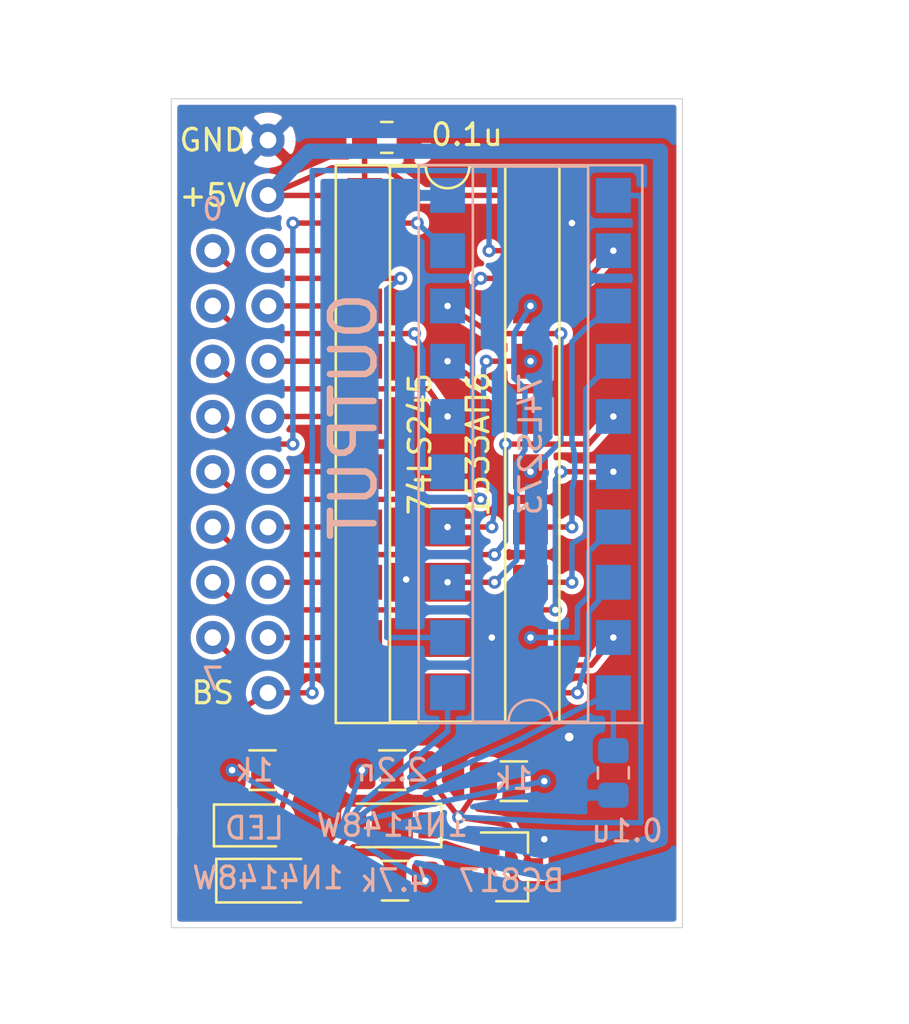
<source format=kicad_pcb>
(kicad_pcb (version 20171130) (host pcbnew 5.1.5+dfsg1-2build2)

  (general
    (thickness 0.8)
    (drawings 12)
    (tracks 216)
    (zones 0)
    (modules 13)
    (nets 32)
  )

  (page A4)
  (layers
    (0 F.Cu signal)
    (31 B.Cu signal)
    (32 B.Adhes user)
    (33 F.Adhes user)
    (34 B.Paste user)
    (35 F.Paste user)
    (36 B.SilkS user)
    (37 F.SilkS user)
    (38 B.Mask user)
    (39 F.Mask user)
    (40 Dwgs.User user)
    (41 Cmts.User user)
    (42 Eco1.User user)
    (43 Eco2.User user)
    (44 Edge.Cuts user)
    (45 Margin user)
    (46 B.CrtYd user)
    (47 F.CrtYd user)
    (48 B.Fab user)
    (49 F.Fab user)
  )

  (setup
    (last_trace_width 0.25)
    (user_trace_width 0.2)
    (user_trace_width 0.5)
    (user_trace_width 0.7)
    (trace_clearance 0.2)
    (zone_clearance 0.254)
    (zone_45_only no)
    (trace_min 0.2)
    (via_size 0.8)
    (via_drill 0.4)
    (via_min_size 0.4)
    (via_min_drill 0.3)
    (user_via 0.6 0.3)
    (uvia_size 0.3)
    (uvia_drill 0.1)
    (uvias_allowed no)
    (uvia_min_size 0.2)
    (uvia_min_drill 0.1)
    (edge_width 0.05)
    (segment_width 0.2)
    (pcb_text_width 0.3)
    (pcb_text_size 1.5 1.5)
    (mod_edge_width 0.12)
    (mod_text_size 1 1)
    (mod_text_width 0.15)
    (pad_size 1.7 1.7)
    (pad_drill 1)
    (pad_to_mask_clearance 0.051)
    (solder_mask_min_width 0.25)
    (aux_axis_origin 0 0)
    (visible_elements FFFFFF7F)
    (pcbplotparams
      (layerselection 0x010fc_ffffffff)
      (usegerberextensions true)
      (usegerberattributes false)
      (usegerberadvancedattributes false)
      (creategerberjobfile false)
      (excludeedgelayer true)
      (linewidth 0.100000)
      (plotframeref false)
      (viasonmask false)
      (mode 1)
      (useauxorigin false)
      (hpglpennumber 1)
      (hpglpenspeed 20)
      (hpglpendiameter 15.000000)
      (psnegative false)
      (psa4output false)
      (plotreference true)
      (plotvalue true)
      (plotinvisibletext false)
      (padsonsilk false)
      (subtractmaskfromsilk true)
      (outputformat 1)
      (mirror false)
      (drillshape 0)
      (scaleselection 1)
      (outputdirectory "gerber/"))
  )

  (net 0 "")
  (net 1 +5V)
  (net 2 GND)
  (net 3 BS)
  (net 4 TCLK)
  (net 5 BD1)
  (net 6 BD2)
  (net 7 BD3)
  (net 8 BD4)
  (net 9 BD5)
  (net 10 BD6)
  (net 11 BD7)
  (net 12 OPL7)
  (net 13 OPL6)
  (net 14 OPL5)
  (net 15 OPL4)
  (net 16 OPL3)
  (net 17 OPL2)
  (net 18 OPL1)
  (net 19 "Net-(D1-Pad2)")
  (net 20 "Net-(D2-Pad1)")
  (net 21 OPL0)
  (net 22 D7)
  (net 23 D6)
  (net 24 D5)
  (net 25 D4)
  (net 26 D3)
  (net 27 D2)
  (net 28 D1)
  (net 29 D0)
  (net 30 BD0)
  (net 31 "Net-(D3-Pad2)")

  (net_class Default "This is the default net class."
    (clearance 0.2)
    (trace_width 0.25)
    (via_dia 0.8)
    (via_drill 0.4)
    (uvia_dia 0.3)
    (uvia_drill 0.1)
    (add_net +5V)
    (add_net BD0)
    (add_net BD1)
    (add_net BD2)
    (add_net BD3)
    (add_net BD4)
    (add_net BD5)
    (add_net BD6)
    (add_net BD7)
    (add_net BS)
    (add_net D0)
    (add_net D1)
    (add_net D2)
    (add_net D3)
    (add_net D4)
    (add_net D5)
    (add_net D6)
    (add_net D7)
    (add_net GND)
    (add_net "Net-(D1-Pad2)")
    (add_net "Net-(D2-Pad1)")
    (add_net "Net-(D3-Pad2)")
    (add_net OPL0)
    (add_net OPL1)
    (add_net OPL2)
    (add_net OPL3)
    (add_net OPL4)
    (add_net OPL5)
    (add_net OPL6)
    (add_net OPL7)
    (add_net TCLK)
  )

  (module plc88:data_manager_im (layer F.Cu) (tedit 638C3B16) (tstamp 63A4A715)
    (at 123.825 23.495)
    (path /63A4B290)
    (fp_text reference J1 (at 0 -1.905) (layer F.SilkS) hide
      (effects (font (size 1 1) (thickness 0.15)))
    )
    (fp_text value data_manager_i (at 0 -4.445) (layer F.Fab) hide
      (effects (font (size 1 1) (thickness 0.15)))
    )
    (fp_line (start -6.096 28.956) (end -6.096 1.524) (layer B.CrtYd) (width 0.12))
    (fp_line (start -1.524 28.956) (end -6.096 28.956) (layer B.CrtYd) (width 0.12))
    (fp_line (start -1.524 1.524) (end -1.524 28.956) (layer B.CrtYd) (width 0.12))
    (fp_line (start -6.096 1.524) (end -1.524 1.524) (layer B.CrtYd) (width 0.12))
    (fp_line (start -6.096 28.956) (end -6.096 1.524) (layer F.CrtYd) (width 0.12))
    (fp_line (start -1.524 28.956) (end -6.096 28.956) (layer F.CrtYd) (width 0.12))
    (fp_line (start -1.524 1.524) (end -1.524 28.956) (layer F.CrtYd) (width 0.12))
    (fp_line (start -6.096 1.524) (end -1.524 1.524) (layer F.CrtYd) (width 0.12))
    (pad 19 thru_hole circle (at -2.54 27.94) (size 1.524 1.524) (drill 0.762) (layers *.Cu *.Mask)
      (net 3 BS))
    (pad 18 thru_hole circle (at -2.54 5.08) (size 1.524 1.524) (drill 0.762) (layers *.Cu *.Mask)
      (net 1 +5V))
    (pad 17 thru_hole circle (at -2.54 2.54) (size 1.524 1.524) (drill 0.762) (layers *.Cu *.Mask)
      (net 2 GND))
    (pad 16 thru_hole circle (at -2.54 25.4) (size 1.524 1.524) (drill 0.762) (layers *.Cu *.Mask)
      (net 22 D7))
    (pad 15 thru_hole circle (at -5.08 25.4) (size 1.524 1.524) (drill 0.762) (layers *.Cu *.Mask)
      (net 12 OPL7))
    (pad 14 thru_hole circle (at -2.54 22.86) (size 1.524 1.524) (drill 0.762) (layers *.Cu *.Mask)
      (net 23 D6))
    (pad 13 thru_hole circle (at -5.08 22.86) (size 1.524 1.524) (drill 0.762) (layers *.Cu *.Mask)
      (net 13 OPL6))
    (pad 12 thru_hole circle (at -2.54 20.32) (size 1.524 1.524) (drill 0.762) (layers *.Cu *.Mask)
      (net 24 D5))
    (pad 11 thru_hole circle (at -5.08 20.32) (size 1.524 1.524) (drill 0.762) (layers *.Cu *.Mask)
      (net 14 OPL5))
    (pad 10 thru_hole circle (at -2.54 17.78) (size 1.524 1.524) (drill 0.762) (layers *.Cu *.Mask)
      (net 25 D4))
    (pad 9 thru_hole circle (at -5.08 17.78) (size 1.524 1.524) (drill 0.762) (layers *.Cu *.Mask)
      (net 15 OPL4))
    (pad 8 thru_hole circle (at -2.54 15.24) (size 1.524 1.524) (drill 0.762) (layers *.Cu *.Mask)
      (net 26 D3))
    (pad 7 thru_hole circle (at -5.08 15.24) (size 1.524 1.524) (drill 0.762) (layers *.Cu *.Mask)
      (net 16 OPL3))
    (pad 6 thru_hole circle (at -2.54 12.7) (size 1.524 1.524) (drill 0.762) (layers *.Cu *.Mask)
      (net 27 D2))
    (pad 5 thru_hole circle (at -5.08 12.7) (size 1.524 1.524) (drill 0.762) (layers *.Cu *.Mask)
      (net 17 OPL2))
    (pad 4 thru_hole circle (at -2.54 10.16) (size 1.524 1.524) (drill 0.762) (layers *.Cu *.Mask)
      (net 28 D1))
    (pad 3 thru_hole circle (at -5.08 10.16) (size 1.524 1.524) (drill 0.762) (layers *.Cu *.Mask)
      (net 18 OPL1))
    (pad 2 thru_hole circle (at -2.54 7.62) (size 1.524 1.524) (drill 0.762) (layers *.Cu *.Mask)
      (net 29 D0))
    (pad 1 thru_hole circle (at -5.08 7.62) (size 1.524 1.524) (drill 0.762) (layers *.Cu *.Mask)
      (net 21 OPL0))
  )

  (module Package_DIP:DIP-20_W7.62mm_SMDSocket_SmallPads (layer F.Cu) (tedit 5A02E8C5) (tstamp 634E16CE)
    (at 129.54 40.005)
    (descr "20-lead though-hole mounted DIP package, row spacing 7.62 mm (300 mils), SMDSocket, SmallPads")
    (tags "THT DIP DIL PDIP 2.54mm 7.62mm 300mil SMDSocket SmallPads")
    (path /61CA7483)
    (attr smd)
    (fp_text reference U1 (at 0 -13.76) (layer F.SilkS) hide
      (effects (font (size 1 1) (thickness 0.15)))
    )
    (fp_text value 74LS245 (at -1.27 0 90) (layer F.SilkS)
      (effects (font (size 1 1) (thickness 0.15)))
    )
    (fp_text user %R (at 0 0) (layer F.Fab) hide
      (effects (font (size 1 1) (thickness 0.15)))
    )
    (fp_line (start 5.35 -13.05) (end -5.35 -13.05) (layer F.CrtYd) (width 0.05))
    (fp_line (start 5.35 13.05) (end 5.35 -13.05) (layer F.CrtYd) (width 0.05))
    (fp_line (start -5.35 13.05) (end 5.35 13.05) (layer F.CrtYd) (width 0.05))
    (fp_line (start -5.35 -13.05) (end -5.35 13.05) (layer F.CrtYd) (width 0.05))
    (fp_line (start 5.14 -12.82) (end -5.14 -12.82) (layer F.SilkS) (width 0.12))
    (fp_line (start 5.14 12.82) (end 5.14 -12.82) (layer F.SilkS) (width 0.12))
    (fp_line (start -5.14 12.82) (end 5.14 12.82) (layer F.SilkS) (width 0.12))
    (fp_line (start -5.14 -12.82) (end -5.14 12.82) (layer F.SilkS) (width 0.12))
    (fp_line (start 2.65 -12.76) (end 1 -12.76) (layer F.SilkS) (width 0.12))
    (fp_line (start 2.65 12.76) (end 2.65 -12.76) (layer F.SilkS) (width 0.12))
    (fp_line (start -2.65 12.76) (end 2.65 12.76) (layer F.SilkS) (width 0.12))
    (fp_line (start -2.65 -12.76) (end -2.65 12.76) (layer F.SilkS) (width 0.12))
    (fp_line (start -1 -12.76) (end -2.65 -12.76) (layer F.SilkS) (width 0.12))
    (fp_line (start 5.08 -12.76) (end -5.08 -12.76) (layer F.Fab) (width 0.1))
    (fp_line (start 5.08 12.76) (end 5.08 -12.76) (layer F.Fab) (width 0.1))
    (fp_line (start -5.08 12.76) (end 5.08 12.76) (layer F.Fab) (width 0.1))
    (fp_line (start -5.08 -12.76) (end -5.08 12.76) (layer F.Fab) (width 0.1))
    (fp_line (start -3.175 -11.7) (end -2.175 -12.7) (layer F.Fab) (width 0.1))
    (fp_line (start -3.175 12.7) (end -3.175 -11.7) (layer F.Fab) (width 0.1))
    (fp_line (start 3.175 12.7) (end -3.175 12.7) (layer F.Fab) (width 0.1))
    (fp_line (start 3.175 -12.7) (end 3.175 12.7) (layer F.Fab) (width 0.1))
    (fp_line (start -2.175 -12.7) (end 3.175 -12.7) (layer F.Fab) (width 0.1))
    (fp_arc (start 0 -12.76) (end -1 -12.76) (angle -180) (layer F.SilkS) (width 0.12))
    (fp_text user 1533АП6 (at 1.397 0 90) (layer F.SilkS)
      (effects (font (size 1 1) (thickness 0.15)))
    )
    (pad 20 smd rect (at 3.81 -11.43) (size 1.6 1.6) (layers F.Cu F.Paste F.Mask)
      (net 1 +5V))
    (pad 10 smd rect (at -3.81 11.43) (size 1.6 1.6) (layers F.Cu F.Paste F.Mask)
      (net 2 GND))
    (pad 19 smd rect (at 3.81 -8.89) (size 1.6 1.6) (layers F.Cu F.Paste F.Mask)
      (net 3 BS))
    (pad 9 smd rect (at -3.81 8.89) (size 1.6 1.6) (layers F.Cu F.Paste F.Mask)
      (net 22 D7))
    (pad 18 smd rect (at 3.81 -6.35) (size 1.6 1.6) (layers F.Cu F.Paste F.Mask)
      (net 30 BD0))
    (pad 8 smd rect (at -3.81 6.35) (size 1.6 1.6) (layers F.Cu F.Paste F.Mask)
      (net 23 D6))
    (pad 17 smd rect (at 3.81 -3.81) (size 1.6 1.6) (layers F.Cu F.Paste F.Mask)
      (net 5 BD1))
    (pad 7 smd rect (at -3.81 3.81) (size 1.6 1.6) (layers F.Cu F.Paste F.Mask)
      (net 24 D5))
    (pad 16 smd rect (at 3.81 -1.27) (size 1.6 1.6) (layers F.Cu F.Paste F.Mask)
      (net 6 BD2))
    (pad 6 smd rect (at -3.81 1.27) (size 1.6 1.6) (layers F.Cu F.Paste F.Mask)
      (net 25 D4))
    (pad 15 smd rect (at 3.81 1.27) (size 1.6 1.6) (layers F.Cu F.Paste F.Mask)
      (net 7 BD3))
    (pad 5 smd rect (at -3.81 -1.27) (size 1.6 1.6) (layers F.Cu F.Paste F.Mask)
      (net 26 D3))
    (pad 14 smd rect (at 3.81 3.81) (size 1.6 1.6) (layers F.Cu F.Paste F.Mask)
      (net 8 BD4))
    (pad 4 smd rect (at -3.81 -3.81) (size 1.6 1.6) (layers F.Cu F.Paste F.Mask)
      (net 27 D2))
    (pad 13 smd rect (at 3.81 6.35) (size 1.6 1.6) (layers F.Cu F.Paste F.Mask)
      (net 9 BD5))
    (pad 3 smd rect (at -3.81 -6.35) (size 1.6 1.6) (layers F.Cu F.Paste F.Mask)
      (net 28 D1))
    (pad 12 smd rect (at 3.81 8.89) (size 1.6 1.6) (layers F.Cu F.Paste F.Mask)
      (net 10 BD6))
    (pad 2 smd rect (at -3.81 -8.89) (size 1.6 1.6) (layers F.Cu F.Paste F.Mask)
      (net 29 D0))
    (pad 11 smd rect (at 3.81 11.43) (size 1.6 1.6) (layers F.Cu F.Paste F.Mask)
      (net 11 BD7))
    (pad 1 smd rect (at -3.81 -11.43) (size 1.6 1.6) (layers F.Cu F.Paste F.Mask)
      (net 1 +5V))
    (model ${KISYS3DMOD}/Package_DIP.3dshapes/DIP-20_W7.62mm_SMDSocket.wrl
      (at (xyz 0 0 0))
      (scale (xyz 1 1 1))
      (rotate (xyz 0 0 0))
    )
  )

  (module Package_DIP:DIP-20_W7.62mm_SMDSocket_SmallPads (layer B.Cu) (tedit 5A02E8C5) (tstamp 634E16F9)
    (at 133.35 40.005)
    (descr "20-lead though-hole mounted DIP package, row spacing 7.62 mm (300 mils), SMDSocket, SmallPads")
    (tags "THT DIP DIL PDIP 2.54mm 7.62mm 300mil SMDSocket SmallPads")
    (path /61CA7E47)
    (attr smd)
    (fp_text reference U2 (at 0 13.76) (layer B.SilkS) hide
      (effects (font (size 1 1) (thickness 0.15)) (justify mirror))
    )
    (fp_text value 74LS273 (at 0 0 270) (layer B.SilkS)
      (effects (font (size 1 1) (thickness 0.15)) (justify mirror))
    )
    (fp_text user %R (at 0 0) (layer B.Fab) hide
      (effects (font (size 1 1) (thickness 0.15)) (justify mirror))
    )
    (fp_line (start 5.35 13.05) (end -5.35 13.05) (layer B.CrtYd) (width 0.05))
    (fp_line (start 5.35 -13.05) (end 5.35 13.05) (layer B.CrtYd) (width 0.05))
    (fp_line (start -5.35 -13.05) (end 5.35 -13.05) (layer B.CrtYd) (width 0.05))
    (fp_line (start -5.35 13.05) (end -5.35 -13.05) (layer B.CrtYd) (width 0.05))
    (fp_line (start 5.14 12.82) (end -5.14 12.82) (layer B.SilkS) (width 0.12))
    (fp_line (start 5.14 -12.82) (end 5.14 12.82) (layer B.SilkS) (width 0.12))
    (fp_line (start -5.14 -12.82) (end 5.14 -12.82) (layer B.SilkS) (width 0.12))
    (fp_line (start -5.14 12.82) (end -5.14 -12.82) (layer B.SilkS) (width 0.12))
    (fp_line (start 2.65 12.76) (end 1 12.76) (layer B.SilkS) (width 0.12))
    (fp_line (start 2.65 -12.76) (end 2.65 12.76) (layer B.SilkS) (width 0.12))
    (fp_line (start -2.65 -12.76) (end 2.65 -12.76) (layer B.SilkS) (width 0.12))
    (fp_line (start -2.65 12.76) (end -2.65 -12.76) (layer B.SilkS) (width 0.12))
    (fp_line (start -1 12.76) (end -2.65 12.76) (layer B.SilkS) (width 0.12))
    (fp_line (start 5.08 12.76) (end -5.08 12.76) (layer B.Fab) (width 0.1))
    (fp_line (start 5.08 -12.76) (end 5.08 12.76) (layer B.Fab) (width 0.1))
    (fp_line (start -5.08 -12.76) (end 5.08 -12.76) (layer B.Fab) (width 0.1))
    (fp_line (start -5.08 12.76) (end -5.08 -12.76) (layer B.Fab) (width 0.1))
    (fp_line (start -3.175 11.7) (end -2.175 12.7) (layer B.Fab) (width 0.1))
    (fp_line (start -3.175 -12.7) (end -3.175 11.7) (layer B.Fab) (width 0.1))
    (fp_line (start 3.175 -12.7) (end -3.175 -12.7) (layer B.Fab) (width 0.1))
    (fp_line (start 3.175 12.7) (end 3.175 -12.7) (layer B.Fab) (width 0.1))
    (fp_line (start -2.175 12.7) (end 3.175 12.7) (layer B.Fab) (width 0.1))
    (fp_arc (start 0 12.76) (end -1 12.76) (angle 180) (layer B.SilkS) (width 0.12))
    (pad 20 smd rect (at 3.81 11.43) (size 1.6 1.6) (layers B.Cu B.Paste B.Mask)
      (net 1 +5V))
    (pad 10 smd rect (at -3.81 -11.43) (size 1.6 1.6) (layers B.Cu B.Paste B.Mask)
      (net 2 GND))
    (pad 19 smd rect (at 3.81 8.89) (size 1.6 1.6) (layers B.Cu B.Paste B.Mask)
      (net 12 OPL7))
    (pad 9 smd rect (at -3.81 -8.89) (size 1.6 1.6) (layers B.Cu B.Paste B.Mask)
      (net 16 OPL3))
    (pad 18 smd rect (at 3.81 6.35) (size 1.6 1.6) (layers B.Cu B.Paste B.Mask)
      (net 11 BD7))
    (pad 8 smd rect (at -3.81 -6.35) (size 1.6 1.6) (layers B.Cu B.Paste B.Mask)
      (net 7 BD3))
    (pad 17 smd rect (at 3.81 3.81) (size 1.6 1.6) (layers B.Cu B.Paste B.Mask)
      (net 10 BD6))
    (pad 7 smd rect (at -3.81 -3.81) (size 1.6 1.6) (layers B.Cu B.Paste B.Mask)
      (net 6 BD2))
    (pad 16 smd rect (at 3.81 1.27) (size 1.6 1.6) (layers B.Cu B.Paste B.Mask)
      (net 13 OPL6))
    (pad 6 smd rect (at -3.81 -1.27) (size 1.6 1.6) (layers B.Cu B.Paste B.Mask)
      (net 17 OPL2))
    (pad 15 smd rect (at 3.81 -1.27) (size 1.6 1.6) (layers B.Cu B.Paste B.Mask)
      (net 14 OPL5))
    (pad 5 smd rect (at -3.81 1.27) (size 1.6 1.6) (layers B.Cu B.Paste B.Mask)
      (net 18 OPL1))
    (pad 14 smd rect (at 3.81 -3.81) (size 1.6 1.6) (layers B.Cu B.Paste B.Mask)
      (net 9 BD5))
    (pad 4 smd rect (at -3.81 3.81) (size 1.6 1.6) (layers B.Cu B.Paste B.Mask)
      (net 5 BD1))
    (pad 13 smd rect (at 3.81 -6.35) (size 1.6 1.6) (layers B.Cu B.Paste B.Mask)
      (net 8 BD4))
    (pad 3 smd rect (at -3.81 6.35) (size 1.6 1.6) (layers B.Cu B.Paste B.Mask)
      (net 30 BD0))
    (pad 12 smd rect (at 3.81 -8.89) (size 1.6 1.6) (layers B.Cu B.Paste B.Mask)
      (net 15 OPL4))
    (pad 2 smd rect (at -3.81 8.89) (size 1.6 1.6) (layers B.Cu B.Paste B.Mask)
      (net 21 OPL0))
    (pad 11 smd rect (at 3.81 -11.43) (size 1.6 1.6) (layers B.Cu B.Paste B.Mask)
      (net 4 TCLK))
    (pad 1 smd rect (at -3.81 11.43) (size 1.6 1.6) (layers B.Cu B.Paste B.Mask)
      (net 1 +5V))
    (model ${KISYS3DMOD}/Package_DIP.3dshapes/DIP-20_W7.62mm_SMDSocket.wrl
      (at (xyz 0 0 0))
      (scale (xyz 1 1 1))
      (rotate (xyz 0 0 0))
    )
  )

  (module Resistor_SMD:R_1206_3216Metric (layer F.Cu) (tedit 5B301BBD) (tstamp 634E4E57)
    (at 121.034 54.991 180)
    (descr "Resistor SMD 1206 (3216 Metric), square (rectangular) end terminal, IPC_7351 nominal, (Body size source: http://www.tortai-tech.com/upload/download/2011102023233369053.pdf), generated with kicad-footprint-generator")
    (tags resistor)
    (path /634EEABB)
    (attr smd)
    (fp_text reference R5 (at 0 -1.82) (layer F.SilkS) hide
      (effects (font (size 1 1) (thickness 0.15)))
    )
    (fp_text value 1k (at 0.378 0) (layer B.SilkS)
      (effects (font (size 1 1) (thickness 0.15)) (justify mirror))
    )
    (fp_text user %R (at 0 0) (layer F.Fab) hide
      (effects (font (size 0.8 0.8) (thickness 0.12)))
    )
    (fp_line (start 2.28 1.12) (end -2.28 1.12) (layer F.CrtYd) (width 0.05))
    (fp_line (start 2.28 -1.12) (end 2.28 1.12) (layer F.CrtYd) (width 0.05))
    (fp_line (start -2.28 -1.12) (end 2.28 -1.12) (layer F.CrtYd) (width 0.05))
    (fp_line (start -2.28 1.12) (end -2.28 -1.12) (layer F.CrtYd) (width 0.05))
    (fp_line (start -0.602064 0.91) (end 0.602064 0.91) (layer F.SilkS) (width 0.12))
    (fp_line (start -0.602064 -0.91) (end 0.602064 -0.91) (layer F.SilkS) (width 0.12))
    (fp_line (start 1.6 0.8) (end -1.6 0.8) (layer F.Fab) (width 0.1))
    (fp_line (start 1.6 -0.8) (end 1.6 0.8) (layer F.Fab) (width 0.1))
    (fp_line (start -1.6 -0.8) (end 1.6 -0.8) (layer F.Fab) (width 0.1))
    (fp_line (start -1.6 0.8) (end -1.6 -0.8) (layer F.Fab) (width 0.1))
    (pad 2 smd roundrect (at 1.4 0 180) (size 1.25 1.75) (layers F.Cu F.Paste F.Mask) (roundrect_rratio 0.2)
      (net 1 +5V))
    (pad 1 smd roundrect (at -1.4 0 180) (size 1.25 1.75) (layers F.Cu F.Paste F.Mask) (roundrect_rratio 0.2)
      (net 31 "Net-(D3-Pad2)"))
    (model ${KISYS3DMOD}/Resistor_SMD.3dshapes/R_1206_3216Metric.wrl
      (at (xyz 0 0 0))
      (scale (xyz 1 1 1))
      (rotate (xyz 0 0 0))
    )
  )

  (module LED_SMD:LED_0805_2012Metric_Pad1.15x1.40mm_HandSolder (layer F.Cu) (tedit 5B4B45C9) (tstamp 634E4CCE)
    (at 120.659 57.531)
    (descr "LED SMD 0805 (2012 Metric), square (rectangular) end terminal, IPC_7351 nominal, (Body size source: https://docs.google.com/spreadsheets/d/1BsfQQcO9C6DZCsRaXUlFlo91Tg2WpOkGARC1WS5S8t0/edit?usp=sharing), generated with kicad-footprint-generator")
    (tags "LED handsolder")
    (path /634E7EAA)
    (attr smd)
    (fp_text reference D3 (at 0 -1.65) (layer F.SilkS) hide
      (effects (font (size 1 1) (thickness 0.15)))
    )
    (fp_text value LED (at 0 0.127) (layer B.SilkS)
      (effects (font (size 1 1) (thickness 0.15)) (justify mirror))
    )
    (fp_text user %R (at 0 0) (layer F.Fab) hide
      (effects (font (size 0.5 0.5) (thickness 0.08)))
    )
    (fp_line (start 1.85 0.95) (end -1.85 0.95) (layer F.CrtYd) (width 0.05))
    (fp_line (start 1.85 -0.95) (end 1.85 0.95) (layer F.CrtYd) (width 0.05))
    (fp_line (start -1.85 -0.95) (end 1.85 -0.95) (layer F.CrtYd) (width 0.05))
    (fp_line (start -1.85 0.95) (end -1.85 -0.95) (layer F.CrtYd) (width 0.05))
    (fp_line (start -1.86 0.96) (end 1 0.96) (layer F.SilkS) (width 0.12))
    (fp_line (start -1.86 -0.96) (end -1.86 0.96) (layer F.SilkS) (width 0.12))
    (fp_line (start 1 -0.96) (end -1.86 -0.96) (layer F.SilkS) (width 0.12))
    (fp_line (start 1 0.6) (end 1 -0.6) (layer F.Fab) (width 0.1))
    (fp_line (start -1 0.6) (end 1 0.6) (layer F.Fab) (width 0.1))
    (fp_line (start -1 -0.3) (end -1 0.6) (layer F.Fab) (width 0.1))
    (fp_line (start -0.7 -0.6) (end -1 -0.3) (layer F.Fab) (width 0.1))
    (fp_line (start 1 -0.6) (end -0.7 -0.6) (layer F.Fab) (width 0.1))
    (pad 2 smd roundrect (at 1.025 0) (size 1.15 1.4) (layers F.Cu F.Paste F.Mask) (roundrect_rratio 0.217391)
      (net 31 "Net-(D3-Pad2)"))
    (pad 1 smd roundrect (at -1.025 0) (size 1.15 1.4) (layers F.Cu F.Paste F.Mask) (roundrect_rratio 0.217391)
      (net 3 BS))
    (model ${KISYS3DMOD}/LED_SMD.3dshapes/LED_0805_2012Metric.wrl
      (at (xyz 0 0 0))
      (scale (xyz 1 1 1))
      (rotate (xyz 0 0 0))
    )
  )

  (module Resistor_SMD:R_1206_3216Metric (layer F.Cu) (tedit 5B301BBD) (tstamp 634E16A3)
    (at 132.585 55.499 180)
    (descr "Resistor SMD 1206 (3216 Metric), square (rectangular) end terminal, IPC_7351 nominal, (Body size source: http://www.tortai-tech.com/upload/download/2011102023233369053.pdf), generated with kicad-footprint-generator")
    (tags resistor)
    (path /6350EA50)
    (attr smd)
    (fp_text reference R4 (at 0 -1.82) (layer F.SilkS) hide
      (effects (font (size 1 1) (thickness 0.15)))
    )
    (fp_text value 1k (at 0 0.127) (layer B.SilkS)
      (effects (font (size 1 1) (thickness 0.15)) (justify mirror))
    )
    (fp_text user %R (at 0 0) (layer F.Fab) hide
      (effects (font (size 0.8 0.8) (thickness 0.12)))
    )
    (fp_line (start 2.28 1.12) (end -2.28 1.12) (layer F.CrtYd) (width 0.05))
    (fp_line (start 2.28 -1.12) (end 2.28 1.12) (layer F.CrtYd) (width 0.05))
    (fp_line (start -2.28 -1.12) (end 2.28 -1.12) (layer F.CrtYd) (width 0.05))
    (fp_line (start -2.28 1.12) (end -2.28 -1.12) (layer F.CrtYd) (width 0.05))
    (fp_line (start -0.602064 0.91) (end 0.602064 0.91) (layer F.SilkS) (width 0.12))
    (fp_line (start -0.602064 -0.91) (end 0.602064 -0.91) (layer F.SilkS) (width 0.12))
    (fp_line (start 1.6 0.8) (end -1.6 0.8) (layer F.Fab) (width 0.1))
    (fp_line (start 1.6 -0.8) (end 1.6 0.8) (layer F.Fab) (width 0.1))
    (fp_line (start -1.6 -0.8) (end 1.6 -0.8) (layer F.Fab) (width 0.1))
    (fp_line (start -1.6 0.8) (end -1.6 -0.8) (layer F.Fab) (width 0.1))
    (pad 2 smd roundrect (at 1.4 0 180) (size 1.25 1.75) (layers F.Cu F.Paste F.Mask) (roundrect_rratio 0.2)
      (net 4 TCLK))
    (pad 1 smd roundrect (at -1.4 0 180) (size 1.25 1.75) (layers F.Cu F.Paste F.Mask) (roundrect_rratio 0.2)
      (net 1 +5V))
    (model ${KISYS3DMOD}/Resistor_SMD.3dshapes/R_1206_3216Metric.wrl
      (at (xyz 0 0 0))
      (scale (xyz 1 1 1))
      (rotate (xyz 0 0 0))
    )
  )

  (module Resistor_SMD:R_1206_3216Metric (layer F.Cu) (tedit 5B301BBD) (tstamp 634E1692)
    (at 127.124 60.071 180)
    (descr "Resistor SMD 1206 (3216 Metric), square (rectangular) end terminal, IPC_7351 nominal, (Body size source: http://www.tortai-tech.com/upload/download/2011102023233369053.pdf), generated with kicad-footprint-generator")
    (tags resistor)
    (path /6350E4EB)
    (attr smd)
    (fp_text reference R3 (at 0 -1.82) (layer F.SilkS) hide
      (effects (font (size 1 1) (thickness 0.15)))
    )
    (fp_text value 4.7k (at 0 0) (layer B.SilkS)
      (effects (font (size 1 1) (thickness 0.15)) (justify mirror))
    )
    (fp_text user %R (at 0 0) (layer F.Fab) hide
      (effects (font (size 0.8 0.8) (thickness 0.12)))
    )
    (fp_line (start 2.28 1.12) (end -2.28 1.12) (layer F.CrtYd) (width 0.05))
    (fp_line (start 2.28 -1.12) (end 2.28 1.12) (layer F.CrtYd) (width 0.05))
    (fp_line (start -2.28 -1.12) (end 2.28 -1.12) (layer F.CrtYd) (width 0.05))
    (fp_line (start -2.28 1.12) (end -2.28 -1.12) (layer F.CrtYd) (width 0.05))
    (fp_line (start -0.602064 0.91) (end 0.602064 0.91) (layer F.SilkS) (width 0.12))
    (fp_line (start -0.602064 -0.91) (end 0.602064 -0.91) (layer F.SilkS) (width 0.12))
    (fp_line (start 1.6 0.8) (end -1.6 0.8) (layer F.Fab) (width 0.1))
    (fp_line (start 1.6 -0.8) (end 1.6 0.8) (layer F.Fab) (width 0.1))
    (fp_line (start -1.6 -0.8) (end 1.6 -0.8) (layer F.Fab) (width 0.1))
    (fp_line (start -1.6 0.8) (end -1.6 -0.8) (layer F.Fab) (width 0.1))
    (pad 2 smd roundrect (at 1.4 0 180) (size 1.25 1.75) (layers F.Cu F.Paste F.Mask) (roundrect_rratio 0.2)
      (net 19 "Net-(D1-Pad2)"))
    (pad 1 smd roundrect (at -1.4 0 180) (size 1.25 1.75) (layers F.Cu F.Paste F.Mask) (roundrect_rratio 0.2)
      (net 1 +5V))
    (model ${KISYS3DMOD}/Resistor_SMD.3dshapes/R_1206_3216Metric.wrl
      (at (xyz 0 0 0))
      (scale (xyz 1 1 1))
      (rotate (xyz 0 0 0))
    )
  )

  (module Package_TO_SOT_SMD:SOT-23 (layer F.Cu) (tedit 5A02FF57) (tstamp 634E165F)
    (at 132.477 59.436)
    (descr "SOT-23, Standard")
    (tags SOT-23)
    (path /6350FE0F)
    (attr smd)
    (fp_text reference Q1 (at 0 -2.5) (layer F.SilkS) hide
      (effects (font (size 1 1) (thickness 0.15)))
    )
    (fp_text value BC817 (at 0 0.635) (layer B.SilkS)
      (effects (font (size 1 1) (thickness 0.15)) (justify mirror))
    )
    (fp_line (start 0.76 1.58) (end -0.7 1.58) (layer F.SilkS) (width 0.12))
    (fp_line (start 0.76 -1.58) (end -1.4 -1.58) (layer F.SilkS) (width 0.12))
    (fp_line (start -1.7 1.75) (end -1.7 -1.75) (layer F.CrtYd) (width 0.05))
    (fp_line (start 1.7 1.75) (end -1.7 1.75) (layer F.CrtYd) (width 0.05))
    (fp_line (start 1.7 -1.75) (end 1.7 1.75) (layer F.CrtYd) (width 0.05))
    (fp_line (start -1.7 -1.75) (end 1.7 -1.75) (layer F.CrtYd) (width 0.05))
    (fp_line (start 0.76 -1.58) (end 0.76 -0.65) (layer F.SilkS) (width 0.12))
    (fp_line (start 0.76 1.58) (end 0.76 0.65) (layer F.SilkS) (width 0.12))
    (fp_line (start -0.7 1.52) (end 0.7 1.52) (layer F.Fab) (width 0.1))
    (fp_line (start 0.7 -1.52) (end 0.7 1.52) (layer F.Fab) (width 0.1))
    (fp_line (start -0.7 -0.95) (end -0.15 -1.52) (layer F.Fab) (width 0.1))
    (fp_line (start -0.15 -1.52) (end 0.7 -1.52) (layer F.Fab) (width 0.1))
    (fp_line (start -0.7 -0.95) (end -0.7 1.5) (layer F.Fab) (width 0.1))
    (fp_text user %R (at 0 0 90) (layer F.Fab) hide
      (effects (font (size 0.5 0.5) (thickness 0.075)))
    )
    (pad 3 smd rect (at 1 0) (size 0.9 0.8) (layers F.Cu F.Paste F.Mask)
      (net 4 TCLK))
    (pad 2 smd rect (at -1 0.95) (size 0.9 0.8) (layers F.Cu F.Paste F.Mask)
      (net 2 GND))
    (pad 1 smd rect (at -1 -0.95) (size 0.9 0.8) (layers F.Cu F.Paste F.Mask)
      (net 20 "Net-(D2-Pad1)"))
    (model ${KISYS3DMOD}/Package_TO_SOT_SMD.3dshapes/SOT-23.wrl
      (at (xyz 0 0 0))
      (scale (xyz 1 1 1))
      (rotate (xyz 0 0 0))
    )
  )

  (module Diode_SMD:D_SOD-123 (layer F.Cu) (tedit 58645DC7) (tstamp 634E15ED)
    (at 126.999 57.531 180)
    (descr SOD-123)
    (tags SOD-123)
    (path /6350F6DF)
    (attr smd)
    (fp_text reference D2 (at 0 -2) (layer F.SilkS) hide
      (effects (font (size 1 1) (thickness 0.15)))
    )
    (fp_text value 1N4148W (at 0 0) (layer B.SilkS)
      (effects (font (size 1 1) (thickness 0.15)) (justify mirror))
    )
    (fp_line (start -2.25 -1) (end 1.65 -1) (layer F.SilkS) (width 0.12))
    (fp_line (start -2.25 1) (end 1.65 1) (layer F.SilkS) (width 0.12))
    (fp_line (start -2.35 -1.15) (end -2.35 1.15) (layer F.CrtYd) (width 0.05))
    (fp_line (start 2.35 1.15) (end -2.35 1.15) (layer F.CrtYd) (width 0.05))
    (fp_line (start 2.35 -1.15) (end 2.35 1.15) (layer F.CrtYd) (width 0.05))
    (fp_line (start -2.35 -1.15) (end 2.35 -1.15) (layer F.CrtYd) (width 0.05))
    (fp_line (start -1.4 -0.9) (end 1.4 -0.9) (layer F.Fab) (width 0.1))
    (fp_line (start 1.4 -0.9) (end 1.4 0.9) (layer F.Fab) (width 0.1))
    (fp_line (start 1.4 0.9) (end -1.4 0.9) (layer F.Fab) (width 0.1))
    (fp_line (start -1.4 0.9) (end -1.4 -0.9) (layer F.Fab) (width 0.1))
    (fp_line (start -0.75 0) (end -0.35 0) (layer F.Fab) (width 0.1))
    (fp_line (start -0.35 0) (end -0.35 -0.55) (layer F.Fab) (width 0.1))
    (fp_line (start -0.35 0) (end -0.35 0.55) (layer F.Fab) (width 0.1))
    (fp_line (start -0.35 0) (end 0.25 -0.4) (layer F.Fab) (width 0.1))
    (fp_line (start 0.25 -0.4) (end 0.25 0.4) (layer F.Fab) (width 0.1))
    (fp_line (start 0.25 0.4) (end -0.35 0) (layer F.Fab) (width 0.1))
    (fp_line (start 0.25 0) (end 0.75 0) (layer F.Fab) (width 0.1))
    (fp_line (start -2.25 -1) (end -2.25 1) (layer F.SilkS) (width 0.12))
    (fp_text user %R (at 0 -2) (layer F.Fab) hide
      (effects (font (size 1 1) (thickness 0.15)))
    )
    (pad 2 smd rect (at 1.65 0 180) (size 0.9 1.2) (layers F.Cu F.Paste F.Mask)
      (net 19 "Net-(D1-Pad2)"))
    (pad 1 smd rect (at -1.65 0 180) (size 0.9 1.2) (layers F.Cu F.Paste F.Mask)
      (net 20 "Net-(D2-Pad1)"))
    (model ${KISYS3DMOD}/Diode_SMD.3dshapes/D_SOD-123.wrl
      (at (xyz 0 0 0))
      (scale (xyz 1 1 1))
      (rotate (xyz 0 0 0))
    )
  )

  (module Diode_SMD:D_SOD-123 (layer F.Cu) (tedit 58645DC7) (tstamp 634E15D4)
    (at 121.157 60.071)
    (descr SOD-123)
    (tags SOD-123)
    (path /6350F0B9)
    (attr smd)
    (fp_text reference D1 (at 0 -2) (layer F.SilkS) hide
      (effects (font (size 1 1) (thickness 0.15)))
    )
    (fp_text value 1N4148W (at 0.127 -0.127) (layer B.SilkS)
      (effects (font (size 1 1) (thickness 0.15)) (justify mirror))
    )
    (fp_line (start -2.25 -1) (end 1.65 -1) (layer F.SilkS) (width 0.12))
    (fp_line (start -2.25 1) (end 1.65 1) (layer F.SilkS) (width 0.12))
    (fp_line (start -2.35 -1.15) (end -2.35 1.15) (layer F.CrtYd) (width 0.05))
    (fp_line (start 2.35 1.15) (end -2.35 1.15) (layer F.CrtYd) (width 0.05))
    (fp_line (start 2.35 -1.15) (end 2.35 1.15) (layer F.CrtYd) (width 0.05))
    (fp_line (start -2.35 -1.15) (end 2.35 -1.15) (layer F.CrtYd) (width 0.05))
    (fp_line (start -1.4 -0.9) (end 1.4 -0.9) (layer F.Fab) (width 0.1))
    (fp_line (start 1.4 -0.9) (end 1.4 0.9) (layer F.Fab) (width 0.1))
    (fp_line (start 1.4 0.9) (end -1.4 0.9) (layer F.Fab) (width 0.1))
    (fp_line (start -1.4 0.9) (end -1.4 -0.9) (layer F.Fab) (width 0.1))
    (fp_line (start -0.75 0) (end -0.35 0) (layer F.Fab) (width 0.1))
    (fp_line (start -0.35 0) (end -0.35 -0.55) (layer F.Fab) (width 0.1))
    (fp_line (start -0.35 0) (end -0.35 0.55) (layer F.Fab) (width 0.1))
    (fp_line (start -0.35 0) (end 0.25 -0.4) (layer F.Fab) (width 0.1))
    (fp_line (start 0.25 -0.4) (end 0.25 0.4) (layer F.Fab) (width 0.1))
    (fp_line (start 0.25 0.4) (end -0.35 0) (layer F.Fab) (width 0.1))
    (fp_line (start 0.25 0) (end 0.75 0) (layer F.Fab) (width 0.1))
    (fp_line (start -2.25 -1) (end -2.25 1) (layer F.SilkS) (width 0.12))
    (fp_text user %R (at 0 -2) (layer F.Fab) hide
      (effects (font (size 1 1) (thickness 0.15)))
    )
    (pad 2 smd rect (at 1.65 0) (size 0.9 1.2) (layers F.Cu F.Paste F.Mask)
      (net 19 "Net-(D1-Pad2)"))
    (pad 1 smd rect (at -1.65 0) (size 0.9 1.2) (layers F.Cu F.Paste F.Mask)
      (net 3 BS))
    (model ${KISYS3DMOD}/Diode_SMD.3dshapes/D_SOD-123.wrl
      (at (xyz 0 0 0))
      (scale (xyz 1 1 1))
      (rotate (xyz 0 0 0))
    )
  )

  (module Capacitor_SMD:C_1206_3216Metric (layer F.Cu) (tedit 5B301BBE) (tstamp 634E15BB)
    (at 126.997 54.991)
    (descr "Capacitor SMD 1206 (3216 Metric), square (rectangular) end terminal, IPC_7351 nominal, (Body size source: http://www.tortai-tech.com/upload/download/2011102023233369053.pdf), generated with kicad-footprint-generator")
    (tags capacitor)
    (path /6353446E)
    (attr smd)
    (fp_text reference C3 (at 0 -1.82) (layer F.SilkS) hide
      (effects (font (size 1 1) (thickness 0.15)))
    )
    (fp_text value 2.2n (at 0 0) (layer B.SilkS)
      (effects (font (size 1 1) (thickness 0.15)) (justify mirror))
    )
    (fp_text user %R (at 0 0) (layer F.Fab) hide
      (effects (font (size 0.8 0.8) (thickness 0.12)))
    )
    (fp_line (start 2.28 1.12) (end -2.28 1.12) (layer F.CrtYd) (width 0.05))
    (fp_line (start 2.28 -1.12) (end 2.28 1.12) (layer F.CrtYd) (width 0.05))
    (fp_line (start -2.28 -1.12) (end 2.28 -1.12) (layer F.CrtYd) (width 0.05))
    (fp_line (start -2.28 1.12) (end -2.28 -1.12) (layer F.CrtYd) (width 0.05))
    (fp_line (start -0.602064 0.91) (end 0.602064 0.91) (layer F.SilkS) (width 0.12))
    (fp_line (start -0.602064 -0.91) (end 0.602064 -0.91) (layer F.SilkS) (width 0.12))
    (fp_line (start 1.6 0.8) (end -1.6 0.8) (layer F.Fab) (width 0.1))
    (fp_line (start 1.6 -0.8) (end 1.6 0.8) (layer F.Fab) (width 0.1))
    (fp_line (start -1.6 -0.8) (end 1.6 -0.8) (layer F.Fab) (width 0.1))
    (fp_line (start -1.6 0.8) (end -1.6 -0.8) (layer F.Fab) (width 0.1))
    (pad 2 smd roundrect (at 1.4 0) (size 1.25 1.75) (layers F.Cu F.Paste F.Mask) (roundrect_rratio 0.2)
      (net 4 TCLK))
    (pad 1 smd roundrect (at -1.4 0) (size 1.25 1.75) (layers F.Cu F.Paste F.Mask) (roundrect_rratio 0.2)
      (net 1 +5V))
    (model ${KISYS3DMOD}/Capacitor_SMD.3dshapes/C_1206_3216Metric.wrl
      (at (xyz 0 0 0))
      (scale (xyz 1 1 1))
      (rotate (xyz 0 0 0))
    )
  )

  (module Capacitor_SMD:C_0805_2012Metric_Pad1.15x1.40mm_HandSolder (layer B.Cu) (tedit 5B36C52B) (tstamp 634E15AA)
    (at 137.16 55.118 90)
    (descr "Capacitor SMD 0805 (2012 Metric), square (rectangular) end terminal, IPC_7351 nominal with elongated pad for handsoldering. (Body size source: https://docs.google.com/spreadsheets/d/1BsfQQcO9C6DZCsRaXUlFlo91Tg2WpOkGARC1WS5S8t0/edit?usp=sharing), generated with kicad-footprint-generator")
    (tags "capacitor handsolder")
    (path /61CBFE5C)
    (attr smd)
    (fp_text reference C2 (at 0 1.65 270) (layer B.SilkS) hide
      (effects (font (size 1 1) (thickness 0.15)) (justify mirror))
    )
    (fp_text value 0.1u (at -2.667 0.635) (layer B.SilkS)
      (effects (font (size 1 1) (thickness 0.15)) (justify mirror))
    )
    (fp_text user %R (at 0 0 270) (layer B.Fab) hide
      (effects (font (size 0.5 0.5) (thickness 0.08)) (justify mirror))
    )
    (fp_line (start 1.85 -0.95) (end -1.85 -0.95) (layer B.CrtYd) (width 0.05))
    (fp_line (start 1.85 0.95) (end 1.85 -0.95) (layer B.CrtYd) (width 0.05))
    (fp_line (start -1.85 0.95) (end 1.85 0.95) (layer B.CrtYd) (width 0.05))
    (fp_line (start -1.85 -0.95) (end -1.85 0.95) (layer B.CrtYd) (width 0.05))
    (fp_line (start -0.261252 -0.71) (end 0.261252 -0.71) (layer B.SilkS) (width 0.12))
    (fp_line (start -0.261252 0.71) (end 0.261252 0.71) (layer B.SilkS) (width 0.12))
    (fp_line (start 1 -0.6) (end -1 -0.6) (layer B.Fab) (width 0.1))
    (fp_line (start 1 0.6) (end 1 -0.6) (layer B.Fab) (width 0.1))
    (fp_line (start -1 0.6) (end 1 0.6) (layer B.Fab) (width 0.1))
    (fp_line (start -1 -0.6) (end -1 0.6) (layer B.Fab) (width 0.1))
    (pad 2 smd roundrect (at 1.025 0 90) (size 1.15 1.4) (layers B.Cu B.Paste B.Mask) (roundrect_rratio 0.217391)
      (net 1 +5V))
    (pad 1 smd roundrect (at -1.025 0 90) (size 1.15 1.4) (layers B.Cu B.Paste B.Mask) (roundrect_rratio 0.217391)
      (net 2 GND))
    (model ${KISYS3DMOD}/Capacitor_SMD.3dshapes/C_0805_2012Metric.wrl
      (at (xyz 0 0 0))
      (scale (xyz 1 1 1))
      (rotate (xyz 0 0 0))
    )
  )

  (module Capacitor_SMD:C_0805_2012Metric_Pad1.15x1.40mm_HandSolder (layer F.Cu) (tedit 5B36C52B) (tstamp 634E1599)
    (at 126.746 25.908 180)
    (descr "Capacitor SMD 0805 (2012 Metric), square (rectangular) end terminal, IPC_7351 nominal with elongated pad for handsoldering. (Body size source: https://docs.google.com/spreadsheets/d/1BsfQQcO9C6DZCsRaXUlFlo91Tg2WpOkGARC1WS5S8t0/edit?usp=sharing), generated with kicad-footprint-generator")
    (tags "capacitor handsolder")
    (path /61CBF854)
    (attr smd)
    (fp_text reference C1 (at 0 -1.65) (layer F.SilkS) hide
      (effects (font (size 1 1) (thickness 0.15)))
    )
    (fp_text value 0.1u (at -3.683 0.127) (layer F.SilkS)
      (effects (font (size 1 1) (thickness 0.15)))
    )
    (fp_text user %R (at 0 0) (layer F.Fab) hide
      (effects (font (size 0.5 0.5) (thickness 0.08)))
    )
    (fp_line (start 1.85 0.95) (end -1.85 0.95) (layer F.CrtYd) (width 0.05))
    (fp_line (start 1.85 -0.95) (end 1.85 0.95) (layer F.CrtYd) (width 0.05))
    (fp_line (start -1.85 -0.95) (end 1.85 -0.95) (layer F.CrtYd) (width 0.05))
    (fp_line (start -1.85 0.95) (end -1.85 -0.95) (layer F.CrtYd) (width 0.05))
    (fp_line (start -0.261252 0.71) (end 0.261252 0.71) (layer F.SilkS) (width 0.12))
    (fp_line (start -0.261252 -0.71) (end 0.261252 -0.71) (layer F.SilkS) (width 0.12))
    (fp_line (start 1 0.6) (end -1 0.6) (layer F.Fab) (width 0.1))
    (fp_line (start 1 -0.6) (end 1 0.6) (layer F.Fab) (width 0.1))
    (fp_line (start -1 -0.6) (end 1 -0.6) (layer F.Fab) (width 0.1))
    (fp_line (start -1 0.6) (end -1 -0.6) (layer F.Fab) (width 0.1))
    (pad 2 smd roundrect (at 1.025 0 180) (size 1.15 1.4) (layers F.Cu F.Paste F.Mask) (roundrect_rratio 0.217391)
      (net 1 +5V))
    (pad 1 smd roundrect (at -1.025 0 180) (size 1.15 1.4) (layers F.Cu F.Paste F.Mask) (roundrect_rratio 0.217391)
      (net 2 GND))
    (model ${KISYS3DMOD}/Capacitor_SMD.3dshapes/C_0805_2012Metric.wrl
      (at (xyz 0 0 0))
      (scale (xyz 1 1 1))
      (rotate (xyz 0 0 0))
    )
  )

  (gr_text OUTPUT (at 125.222 38.735 90) (layer B.SilkS)
    (effects (font (size 2 2) (thickness 0.3)) (justify mirror))
  )
  (gr_text 7 (at 118.745 50.8) (layer B.SilkS)
    (effects (font (size 1 1) (thickness 0.15)) (justify mirror))
  )
  (gr_text 0 (at 118.745 29.21) (layer B.SilkS)
    (effects (font (size 1 1) (thickness 0.15)) (justify mirror))
  )
  (dimension 38.1 (width 0.15) (layer F.Fab)
    (gr_text "38,100 mm" (at 144.175 43.18 270) (layer F.Fab)
      (effects (font (size 1 1) (thickness 0.15)))
    )
    (feature1 (pts (xy 140.335 62.23) (xy 143.461421 62.23)))
    (feature2 (pts (xy 140.335 24.13) (xy 143.461421 24.13)))
    (crossbar (pts (xy 142.875 24.13) (xy 142.875 62.23)))
    (arrow1a (pts (xy 142.875 62.23) (xy 142.288579 61.103496)))
    (arrow1b (pts (xy 142.875 62.23) (xy 143.461421 61.103496)))
    (arrow2a (pts (xy 142.875 24.13) (xy 142.288579 25.256504)))
    (arrow2b (pts (xy 142.875 24.13) (xy 143.461421 25.256504)))
  )
  (gr_text GND (at 118.745 26.035) (layer F.SilkS)
    (effects (font (size 1 1) (thickness 0.15)))
  )
  (gr_text +5V (at 118.745 28.575) (layer F.SilkS)
    (effects (font (size 1 1) (thickness 0.15)))
  )
  (gr_text BS (at 118.745 51.435) (layer F.SilkS)
    (effects (font (size 1 1) (thickness 0.15)))
  )
  (dimension 23.495 (width 0.15) (layer F.Fab)
    (gr_text "23,495 mm" (at 128.5875 20.29) (layer F.Fab)
      (effects (font (size 1 1) (thickness 0.15)))
    )
    (feature1 (pts (xy 140.335 24.13) (xy 140.335 21.003579)))
    (feature2 (pts (xy 116.84 24.13) (xy 116.84 21.003579)))
    (crossbar (pts (xy 116.84 21.59) (xy 140.335 21.59)))
    (arrow1a (pts (xy 140.335 21.59) (xy 139.208496 22.176421)))
    (arrow1b (pts (xy 140.335 21.59) (xy 139.208496 21.003579)))
    (arrow2a (pts (xy 116.84 21.59) (xy 117.966504 22.176421)))
    (arrow2b (pts (xy 116.84 21.59) (xy 117.966504 21.003579)))
  )
  (gr_line (start 116.84 62.23) (end 116.84 24.13) (layer Edge.Cuts) (width 0.05) (tstamp 634EC3D1))
  (gr_line (start 140.335 62.23) (end 116.84 62.23) (layer Edge.Cuts) (width 0.05))
  (gr_line (start 140.335 24.13) (end 140.335 62.23) (layer Edge.Cuts) (width 0.05))
  (gr_line (start 116.84 24.13) (end 140.335 24.13) (layer Edge.Cuts) (width 0.05))

  (segment (start 125.721 25.908) (end 125.73 28.575) (width 0.25) (layer F.Cu) (net 1))
  (segment (start 124.587 57.785) (end 119.634 54.991) (width 0.25) (layer B.Cu) (net 1))
  (segment (start 124.587 57.785) (end 125.603 54.991) (width 0.25) (layer B.Cu) (net 1))
  (segment (start 124.587 57.785) (end 128.524 60.071) (width 0.25) (layer B.Cu) (net 1))
  (segment (start 137.16 54.093) (end 137.16 51.435) (width 0.25) (layer B.Cu) (net 1))
  (segment (start 124.587 57.785) (end 125.73 56.388) (width 0.25) (layer B.Cu) (net 1))
  (segment (start 125.73 56.388) (end 129.54 53.213) (width 0.25) (layer B.Cu) (net 1))
  (segment (start 129.54 53.213) (end 129.54 51.435) (width 0.25) (layer B.Cu) (net 1))
  (segment (start 129.54 56.388) (end 133.985 55.499) (width 0.25) (layer B.Cu) (net 1))
  (segment (start 125.73 57.277) (end 129.54 56.388) (width 0.25) (layer B.Cu) (net 1))
  (segment (start 124.587 57.785) (end 125.73 57.277) (width 0.25) (layer B.Cu) (net 1))
  (segment (start 124.587 57.785) (end 126.111 56.642) (width 0.25) (layer B.Cu) (net 1))
  (segment (start 126.111 56.642) (end 132.842 53.594) (width 0.25) (layer B.Cu) (net 1))
  (segment (start 132.842 53.594) (end 135.763 52.07) (width 0.25) (layer B.Cu) (net 1))
  (segment (start 135.763 52.07) (end 137.16 51.435) (width 0.25) (layer B.Cu) (net 1))
  (segment (start 125.73 28.575) (end 121.285 28.575) (width 0.25) (layer F.Cu) (net 1))
  (segment (start 133.35 28.575) (end 128.397 28.575) (width 0.25) (layer F.Cu) (net 1))
  (segment (start 128.397 28.575) (end 126.619 27.305) (width 0.25) (layer F.Cu) (net 1))
  (segment (start 126.619 27.305) (end 124.206 27.305) (width 0.25) (layer F.Cu) (net 1))
  (segment (start 124.206 27.305) (end 121.285 28.575) (width 0.25) (layer F.Cu) (net 1))
  (segment (start 133.985 55.499) (end 133.985 55.499) (width 0.25) (layer B.Cu) (net 1) (tstamp 638CBC6D))
  (via (at 133.985 55.499) (size 0.6) (drill 0.3) (layers F.Cu B.Cu) (net 1))
  (segment (start 128.524 60.071) (end 128.524 60.071) (width 0.25) (layer B.Cu) (net 1) (tstamp 638CBC6F))
  (via (at 128.524 60.071) (size 0.6) (drill 0.3) (layers F.Cu B.Cu) (net 1))
  (segment (start 119.634 54.991) (end 119.634 54.991) (width 0.25) (layer B.Cu) (net 1) (tstamp 638CBC71))
  (via (at 119.634 54.991) (size 0.6) (drill 0.3) (layers F.Cu B.Cu) (net 1))
  (segment (start 125.603 54.991) (end 125.603 54.991) (width 0.25) (layer B.Cu) (net 1) (tstamp 638CBC73))
  (via (at 125.603 54.991) (size 0.6) (drill 0.3) (layers F.Cu B.Cu) (net 1))
  (segment (start 133.985 59.69) (end 124.587 57.785) (width 0.7) (layer B.Cu) (net 1))
  (segment (start 139.319 58.166) (end 133.985 59.69) (width 0.7) (layer B.Cu) (net 1))
  (segment (start 139.319 26.543) (end 139.319 58.166) (width 0.7) (layer B.Cu) (net 1))
  (segment (start 123.19 26.543) (end 139.319 26.543) (width 0.7) (layer B.Cu) (net 1))
  (segment (start 122.301 27.432) (end 123.19 26.543) (width 0.7) (layer B.Cu) (net 1))
  (segment (start 121.285 28.575) (end 122.301 27.432) (width 0.7) (layer B.Cu) (net 1))
  (via (at 135.255 29.845) (size 0.6) (drill 0.3) (layers F.Cu B.Cu) (net 2))
  (via (at 133.985 58.166) (size 0.6) (drill 0.3) (layers F.Cu B.Cu) (net 2))
  (via (at 131.572 48.895) (size 0.6) (drill 0.3) (layers F.Cu B.Cu) (net 2))
  (via (at 127.635 46.228) (size 0.6) (drill 0.3) (layers F.Cu B.Cu) (net 2))
  (via (at 135.128 53.467) (size 0.8) (drill 0.4) (layers F.Cu B.Cu) (net 2))
  (segment (start 119.507 60.071) (end 117.602 57.658) (width 0.25) (layer F.Cu) (net 3))
  (segment (start 117.602 57.658) (end 119.634 57.531) (width 0.25) (layer F.Cu) (net 3))
  (segment (start 117.602 57.658) (end 118.364 53.213) (width 0.25) (layer F.Cu) (net 3))
  (segment (start 118.364 53.213) (end 121.285 51.435) (width 0.25) (layer F.Cu) (net 3))
  (segment (start 121.285 51.435) (end 123.317 51.435) (width 0.25) (layer F.Cu) (net 3))
  (segment (start 123.317 51.435) (end 123.317 51.435) (width 0.25) (layer F.Cu) (net 3) (tstamp 638CB6FC))
  (via (at 123.317 51.435) (size 0.6) (drill 0.3) (layers F.Cu B.Cu) (net 3))
  (segment (start 131.445 27.432) (end 131.445 31.115) (width 0.25) (layer B.Cu) (net 3))
  (segment (start 131.445 31.115) (end 131.445 31.115) (width 0.25) (layer B.Cu) (net 3) (tstamp 638CB72C))
  (via (at 131.445 31.115) (size 0.6) (drill 0.3) (layers F.Cu B.Cu) (net 3))
  (segment (start 131.445 31.115) (end 133.35 31.115) (width 0.25) (layer F.Cu) (net 3))
  (segment (start 123.317 47.117) (end 123.317 51.435) (width 0.25) (layer B.Cu) (net 3))
  (segment (start 123.317 27.432) (end 123.317 47.117) (width 0.25) (layer B.Cu) (net 3))
  (segment (start 131.445 27.432) (end 123.317 27.432) (width 0.25) (layer B.Cu) (net 3))
  (segment (start 131.185 55.499) (end 130.048 57.15) (width 0.25) (layer F.Cu) (net 4))
  (segment (start 132.334 57.531) (end 133.477 59.436) (width 0.25) (layer F.Cu) (net 4))
  (segment (start 131.699 57.404) (end 132.334 57.531) (width 0.25) (layer F.Cu) (net 4))
  (segment (start 130.048 57.15) (end 131.699 57.404) (width 0.25) (layer F.Cu) (net 4))
  (segment (start 128.397 54.991) (end 130.048 57.15) (width 0.25) (layer F.Cu) (net 4))
  (segment (start 130.048 57.15) (end 130.048 57.15) (width 0.25) (layer B.Cu) (net 4) (tstamp 638CBAEB))
  (via (at 130.048 57.15) (size 0.6) (drill 0.3) (layers F.Cu B.Cu) (net 4))
  (segment (start 135.636 57.404) (end 130.048 57.15) (width 0.25) (layer B.Cu) (net 4))
  (segment (start 138.43 57.404) (end 135.636 57.404) (width 0.25) (layer B.Cu) (net 4))
  (segment (start 138.43 28.575) (end 138.43 57.404) (width 0.25) (layer B.Cu) (net 4))
  (segment (start 137.16 28.575) (end 138.43 28.575) (width 0.25) (layer B.Cu) (net 4))
  (via (at 129.54 43.815) (size 0.6) (drill 0.3) (layers F.Cu B.Cu) (net 5))
  (segment (start 129.54 43.815) (end 131.572 43.815) (width 0.25) (layer F.Cu) (net 5))
  (segment (start 131.572 43.815) (end 131.572 43.815) (width 0.25) (layer F.Cu) (net 5) (tstamp 638C9DD9))
  (via (at 131.572 43.815) (size 0.6) (drill 0.3) (layers F.Cu B.Cu) (net 5))
  (via (at 133.35 36.195) (size 0.6) (drill 0.3) (layers F.Cu B.Cu) (net 5))
  (via (at 131.318 36.195) (size 0.6) (drill 0.3) (layers F.Cu B.Cu) (net 5))
  (segment (start 131.318 36.195) (end 133.35 36.195) (width 0.25) (layer F.Cu) (net 5))
  (segment (start 131.191 36.576) (end 131.318 36.195) (width 0.25) (layer B.Cu) (net 5))
  (segment (start 131.191 41.656) (end 131.191 36.576) (width 0.25) (layer B.Cu) (net 5))
  (segment (start 131.699 42.164) (end 131.191 41.656) (width 0.25) (layer B.Cu) (net 5))
  (segment (start 131.699 43.053) (end 131.699 42.164) (width 0.25) (layer B.Cu) (net 5))
  (segment (start 131.572 43.815) (end 131.699 43.053) (width 0.25) (layer B.Cu) (net 5))
  (segment (start 133.35 38.735) (end 129.54 36.195) (width 0.25) (layer F.Cu) (net 6))
  (segment (start 129.54 36.195) (end 129.54 36.195) (width 0.25) (layer F.Cu) (net 6) (tstamp 638C9917))
  (via (at 129.54 36.195) (size 0.6) (drill 0.3) (layers F.Cu B.Cu) (net 6))
  (via (at 129.54 33.655) (size 0.6) (drill 0.3) (layers F.Cu B.Cu) (net 7))
  (segment (start 129.54 33.655) (end 131.572 34.925) (width 0.25) (layer F.Cu) (net 7))
  (segment (start 131.572 34.925) (end 134.747 34.925) (width 0.25) (layer F.Cu) (net 7))
  (segment (start 134.747 34.925) (end 134.747 34.925) (width 0.25) (layer F.Cu) (net 7) (tstamp 638C98F7))
  (via (at 134.747 34.925) (size 0.6) (drill 0.3) (layers F.Cu B.Cu) (net 7))
  (segment (start 134.747 34.925) (end 134.747 39.878) (width 0.25) (layer B.Cu) (net 7))
  (segment (start 134.747 39.878) (end 133.35 41.275) (width 0.25) (layer B.Cu) (net 7))
  (segment (start 133.35 41.275) (end 133.35 41.275) (width 0.25) (layer B.Cu) (net 7) (tstamp 638C9907))
  (via (at 133.35 41.275) (size 0.6) (drill 0.3) (layers F.Cu B.Cu) (net 7))
  (segment (start 133.35 43.815) (end 135.255 43.815) (width 0.25) (layer F.Cu) (net 8))
  (segment (start 135.255 43.815) (end 135.255 43.815) (width 0.25) (layer F.Cu) (net 8) (tstamp 638CA21A))
  (via (at 135.255 43.815) (size 0.6) (drill 0.3) (layers F.Cu B.Cu) (net 8))
  (segment (start 135.89 34.671) (end 137.16 33.655) (width 0.25) (layer B.Cu) (net 8))
  (segment (start 135.255 35.306) (end 135.89 34.671) (width 0.25) (layer B.Cu) (net 8))
  (segment (start 135.382 41.529) (end 135.382 40.513) (width 0.25) (layer B.Cu) (net 8))
  (segment (start 135.255 39.878) (end 135.255 35.306) (width 0.25) (layer B.Cu) (net 8))
  (segment (start 135.382 40.513) (end 135.255 39.878) (width 0.25) (layer B.Cu) (net 8))
  (segment (start 135.255 42.037) (end 135.382 41.529) (width 0.25) (layer B.Cu) (net 8))
  (segment (start 135.255 43.815) (end 135.255 42.037) (width 0.25) (layer B.Cu) (net 8))
  (segment (start 133.35 46.355) (end 135.255 46.355) (width 0.25) (layer F.Cu) (net 9))
  (segment (start 135.255 46.355) (end 135.255 46.355) (width 0.25) (layer F.Cu) (net 9) (tstamp 638CA4A6))
  (via (at 135.255 46.355) (size 0.6) (drill 0.3) (layers F.Cu B.Cu) (net 9))
  (segment (start 135.89 37.465) (end 137.16 36.195) (width 0.25) (layer B.Cu) (net 9))
  (segment (start 135.89 44.196) (end 135.89 37.465) (width 0.25) (layer B.Cu) (net 9))
  (segment (start 135.255 44.577) (end 135.89 44.196) (width 0.25) (layer B.Cu) (net 9))
  (segment (start 135.255 46.355) (end 135.255 44.577) (width 0.25) (layer B.Cu) (net 9))
  (via (at 133.35 48.895) (size 0.6) (drill 0.3) (layers F.Cu B.Cu) (net 10))
  (segment (start 135.509 48.895) (end 133.35 48.895) (width 0.25) (layer B.Cu) (net 10))
  (segment (start 135.509 47.498) (end 135.509 48.895) (width 0.25) (layer B.Cu) (net 10))
  (segment (start 136.017 46.99) (end 135.509 47.498) (width 0.25) (layer B.Cu) (net 10))
  (segment (start 136.017 44.958) (end 136.017 46.99) (width 0.25) (layer B.Cu) (net 10))
  (segment (start 137.16 43.815) (end 136.017 44.958) (width 0.25) (layer B.Cu) (net 10))
  (segment (start 133.35 51.435) (end 135.509 51.435) (width 0.25) (layer F.Cu) (net 11))
  (segment (start 135.509 51.435) (end 135.509 51.435) (width 0.25) (layer F.Cu) (net 11) (tstamp 638C9927))
  (via (at 135.509 51.435) (size 0.6) (drill 0.3) (layers F.Cu B.Cu) (net 11))
  (segment (start 136.017 47.752) (end 137.16 46.355) (width 0.25) (layer B.Cu) (net 11))
  (segment (start 136.017 49.657) (end 136.017 47.752) (width 0.25) (layer B.Cu) (net 11))
  (segment (start 135.509 51.435) (end 136.017 49.657) (width 0.25) (layer B.Cu) (net 11))
  (segment (start 118.745 48.895) (end 120.015 50.165) (width 0.25) (layer F.Cu) (net 12))
  (segment (start 120.015 50.165) (end 136.144 50.165) (width 0.25) (layer F.Cu) (net 12))
  (segment (start 136.144 50.165) (end 137.16 48.895) (width 0.25) (layer F.Cu) (net 12))
  (segment (start 137.16 48.895) (end 137.16 48.895) (width 0.25) (layer F.Cu) (net 12) (tstamp 638C98B6))
  (via (at 137.16 48.895) (size 0.6) (drill 0.3) (layers F.Cu B.Cu) (net 12))
  (via (at 137.16 41.275) (size 0.6) (drill 0.3) (layers F.Cu B.Cu) (net 13))
  (segment (start 134.874 41.275) (end 134.874 41.275) (width 0.25) (layer B.Cu) (net 13) (tstamp 638C9816))
  (segment (start 120.142 47.625) (end 118.745 46.355) (width 0.25) (layer F.Cu) (net 13))
  (segment (start 134.493 47.625) (end 120.142 47.625) (width 0.25) (layer F.Cu) (net 13))
  (via (at 134.493 47.625) (size 0.6) (drill 0.3) (layers F.Cu B.Cu) (net 13))
  (segment (start 134.747 41.275) (end 137.16 41.275) (width 0.25) (layer F.Cu) (net 13))
  (via (at 134.747 41.275) (size 0.6) (drill 0.3) (layers F.Cu B.Cu) (net 13))
  (segment (start 134.493 41.656) (end 134.747 41.275) (width 0.25) (layer B.Cu) (net 13))
  (segment (start 134.493 47.625) (end 134.493 41.656) (width 0.25) (layer B.Cu) (net 13))
  (segment (start 131.572 45.085) (end 131.572 45.085) (width 0.25) (layer F.Cu) (net 14) (tstamp 638C973E))
  (segment (start 137.16 38.735) (end 137.16 38.735) (width 0.25) (layer F.Cu) (net 14) (tstamp 638C975E))
  (via (at 137.16 38.735) (size 0.6) (drill 0.3) (layers F.Cu B.Cu) (net 14))
  (segment (start 120.142 45.085) (end 118.745 43.815) (width 0.25) (layer F.Cu) (net 14))
  (segment (start 131.699 45.085) (end 120.142 45.085) (width 0.25) (layer F.Cu) (net 14))
  (via (at 131.699 45.085) (size 0.6) (drill 0.3) (layers F.Cu B.Cu) (net 14))
  (segment (start 132.207 44.45) (end 131.699 45.085) (width 0.25) (layer B.Cu) (net 14))
  (segment (start 132.207 40.005) (end 132.207 44.45) (width 0.25) (layer B.Cu) (net 14))
  (segment (start 136.017 40.005) (end 137.16 38.735) (width 0.25) (layer F.Cu) (net 14))
  (segment (start 132.207 40.005) (end 136.017 40.005) (width 0.25) (layer F.Cu) (net 14))
  (via (at 132.207 40.005) (size 0.6) (drill 0.3) (layers F.Cu B.Cu) (net 14))
  (segment (start 120.142 42.545) (end 131.064 42.545) (width 0.25) (layer F.Cu) (net 15))
  (segment (start 118.745 41.275) (end 120.142 42.545) (width 0.25) (layer F.Cu) (net 15))
  (segment (start 131.064 42.545) (end 131.064 42.545) (width 0.25) (layer F.Cu) (net 15) (tstamp 638C970E))
  (via (at 131.064 42.545) (size 0.6) (drill 0.3) (layers F.Cu B.Cu) (net 15))
  (segment (start 131.064 32.385) (end 131.064 32.385) (width 0.25) (layer B.Cu) (net 15) (tstamp 638C971E))
  (via (at 131.064 32.385) (size 0.6) (drill 0.3) (layers F.Cu B.Cu) (net 15))
  (segment (start 131.064 32.385) (end 134.747 32.385) (width 0.25) (layer F.Cu) (net 15))
  (segment (start 134.747 32.385) (end 136.017 32.385) (width 0.25) (layer F.Cu) (net 15))
  (segment (start 136.017 32.385) (end 137.16 31.115) (width 0.25) (layer F.Cu) (net 15))
  (segment (start 137.16 31.115) (end 137.16 31.115) (width 0.25) (layer F.Cu) (net 15) (tstamp 638C972E))
  (via (at 137.16 31.115) (size 0.6) (drill 0.3) (layers F.Cu B.Cu) (net 15))
  (segment (start 130.683 32.766) (end 131.064 32.385) (width 0.25) (layer B.Cu) (net 15))
  (segment (start 130.683 42.037) (end 130.683 32.766) (width 0.25) (layer B.Cu) (net 15))
  (segment (start 131.064 42.545) (end 130.683 42.037) (width 0.25) (layer B.Cu) (net 15))
  (segment (start 118.745 38.735) (end 120.142 40.005) (width 0.25) (layer F.Cu) (net 16))
  (segment (start 120.142 40.005) (end 122.428 40.005) (width 0.25) (layer F.Cu) (net 16))
  (segment (start 122.428 40.005) (end 122.428 40.005) (width 0.25) (layer F.Cu) (net 16) (tstamp 638C9616))
  (via (at 122.428 40.005) (size 0.6) (drill 0.3) (layers F.Cu B.Cu) (net 16))
  (segment (start 122.428 40.005) (end 122.428 37.084) (width 0.25) (layer B.Cu) (net 16))
  (segment (start 122.428 37.084) (end 122.428 32.131) (width 0.25) (layer B.Cu) (net 16))
  (segment (start 122.428 32.131) (end 122.428 29.845) (width 0.25) (layer B.Cu) (net 16))
  (segment (start 122.428 29.845) (end 122.428 29.845) (width 0.25) (layer B.Cu) (net 16) (tstamp 638C9626))
  (via (at 122.428 29.845) (size 0.6) (drill 0.3) (layers F.Cu B.Cu) (net 16))
  (segment (start 122.428 29.845) (end 128.143 29.845) (width 0.25) (layer F.Cu) (net 16))
  (segment (start 128.143 29.845) (end 128.143 29.845) (width 0.25) (layer F.Cu) (net 16) (tstamp 638C9636))
  (via (at 128.143 29.845) (size 0.6) (drill 0.3) (layers F.Cu B.Cu) (net 16))
  (segment (start 128.143 29.845) (end 129.54 31.115) (width 0.25) (layer B.Cu) (net 16))
  (segment (start 118.745 36.195) (end 120.142 37.465) (width 0.25) (layer F.Cu) (net 17))
  (segment (start 120.142 37.465) (end 128.651 37.465) (width 0.25) (layer F.Cu) (net 17))
  (segment (start 128.651 37.465) (end 129.54 38.735) (width 0.25) (layer F.Cu) (net 17))
  (segment (start 129.54 38.735) (end 129.54 38.735) (width 0.25) (layer F.Cu) (net 17) (tstamp 638C95A6))
  (via (at 129.54 38.735) (size 0.6) (drill 0.3) (layers F.Cu B.Cu) (net 17))
  (segment (start 118.745 33.655) (end 120.142 34.925) (width 0.25) (layer F.Cu) (net 18))
  (segment (start 120.142 34.925) (end 128.016 34.925) (width 0.25) (layer F.Cu) (net 18))
  (segment (start 128.016 34.925) (end 128.016 34.925) (width 0.25) (layer F.Cu) (net 18) (tstamp 638C95B6))
  (via (at 128.016 34.925) (size 0.6) (drill 0.3) (layers F.Cu B.Cu) (net 18))
  (segment (start 128.397 41.275) (end 129.54 41.275) (width 0.25) (layer B.Cu) (net 18))
  (segment (start 128.397 35.687) (end 128.397 41.275) (width 0.25) (layer B.Cu) (net 18))
  (segment (start 128.016 34.925) (end 128.397 35.687) (width 0.25) (layer B.Cu) (net 18))
  (segment (start 122.807 60.071) (end 124.206 58.928) (width 0.25) (layer F.Cu) (net 19))
  (segment (start 124.206 58.928) (end 125.349 57.531) (width 0.25) (layer F.Cu) (net 19))
  (segment (start 124.206 58.928) (end 125.724 60.071) (width 0.25) (layer F.Cu) (net 19))
  (segment (start 131.477 58.486) (end 130.048 58.039) (width 0.25) (layer F.Cu) (net 20))
  (segment (start 130.048 58.039) (end 128.649 57.531) (width 0.25) (layer F.Cu) (net 20))
  (segment (start 118.745 31.115) (end 120.142 32.385) (width 0.25) (layer F.Cu) (net 21))
  (segment (start 120.142 32.385) (end 127.381 32.385) (width 0.25) (layer F.Cu) (net 21))
  (segment (start 127.381 32.385) (end 127.381 32.385) (width 0.25) (layer F.Cu) (net 21) (tstamp 638C95E2))
  (via (at 127.381 32.385) (size 0.6) (drill 0.3) (layers F.Cu B.Cu) (net 21))
  (segment (start 126.746 48.895) (end 129.54 48.895) (width 0.25) (layer B.Cu) (net 21))
  (segment (start 126.746 32.893) (end 126.746 48.895) (width 0.25) (layer B.Cu) (net 21))
  (segment (start 127.381 32.385) (end 126.746 32.893) (width 0.25) (layer B.Cu) (net 21))
  (segment (start 121.285 48.895) (end 125.73 48.895) (width 0.25) (layer F.Cu) (net 22))
  (segment (start 121.285 46.355) (end 125.73 46.355) (width 0.25) (layer F.Cu) (net 23))
  (segment (start 121.285 43.815) (end 125.73 43.815) (width 0.25) (layer F.Cu) (net 24))
  (segment (start 121.285 41.275) (end 125.73 41.275) (width 0.25) (layer F.Cu) (net 25))
  (segment (start 121.285 38.735) (end 125.73 38.735) (width 0.25) (layer F.Cu) (net 26))
  (segment (start 121.285 36.195) (end 125.73 36.195) (width 0.25) (layer F.Cu) (net 27))
  (segment (start 121.285 33.655) (end 125.73 33.655) (width 0.25) (layer F.Cu) (net 28))
  (segment (start 121.285 31.115) (end 125.73 31.115) (width 0.25) (layer F.Cu) (net 29))
  (via (at 129.54 46.355) (size 0.6) (drill 0.3) (layers F.Cu B.Cu) (net 30))
  (segment (start 129.54 46.355) (end 131.699 46.355) (width 0.25) (layer F.Cu) (net 30))
  (segment (start 131.699 46.355) (end 131.699 46.355) (width 0.25) (layer F.Cu) (net 30) (tstamp 638CA122))
  (via (at 131.699 46.355) (size 0.6) (drill 0.3) (layers F.Cu B.Cu) (net 30))
  (segment (start 131.699 46.355) (end 132.715 45.339) (width 0.25) (layer B.Cu) (net 30))
  (segment (start 132.715 45.339) (end 132.715 42.545) (width 0.25) (layer B.Cu) (net 30))
  (segment (start 132.715 42.545) (end 132.715 40.894) (width 0.25) (layer B.Cu) (net 30))
  (segment (start 132.715 40.894) (end 133.096 40.259) (width 0.25) (layer B.Cu) (net 30))
  (segment (start 133.096 40.259) (end 133.096 37.465) (width 0.25) (layer B.Cu) (net 30))
  (segment (start 133.096 37.465) (end 132.588 36.957) (width 0.25) (layer B.Cu) (net 30))
  (segment (start 132.588 36.957) (end 132.588 34.925) (width 0.25) (layer B.Cu) (net 30))
  (segment (start 132.588 34.925) (end 133.35 33.655) (width 0.25) (layer B.Cu) (net 30))
  (segment (start 133.35 33.655) (end 133.35 33.655) (width 0.25) (layer B.Cu) (net 30) (tstamp 638CA1DA))
  (via (at 133.35 33.655) (size 0.6) (drill 0.3) (layers F.Cu B.Cu) (net 30))
  (segment (start 121.684 57.531) (end 122.434 54.991) (width 0.25) (layer F.Cu) (net 31))

  (zone (net 2) (net_name GND) (layer B.Cu) (tstamp 6357C140) (hatch edge 0.508)
    (connect_pads (clearance 0.254))
    (min_thickness 0.254)
    (fill yes (arc_segments 32) (thermal_gap 0.508) (thermal_bridge_width 0.508))
    (polygon
      (pts
        (xy 148.082 64.262) (xy 112.522 64.389) (xy 112.395 22.225) (xy 146.05 22.86)
      )
    )
    (filled_polygon
      (pts
        (xy 139.929 26.134007) (xy 139.838395 26.023605) (xy 139.727086 25.932256) (xy 139.600095 25.864377) (xy 139.462301 25.822578)
        (xy 139.354901 25.812) (xy 139.319 25.808464) (xy 139.283099 25.812) (xy 123.225891 25.812) (xy 123.19 25.808465)
        (xy 123.154109 25.812) (xy 123.154099 25.812) (xy 123.046699 25.822578) (xy 122.908905 25.864377) (xy 122.781913 25.932256)
        (xy 122.69849 26.00072) (xy 122.684607 26.012114) (xy 122.68691 25.962983) (xy 122.645922 25.690867) (xy 122.552636 25.431977)
        (xy 122.490656 25.31602) (xy 122.250565 25.24904) (xy 121.464605 26.035) (xy 121.478748 26.049143) (xy 121.299143 26.228748)
        (xy 121.285 26.214605) (xy 120.49904 27.000565) (xy 120.56602 27.240656) (xy 120.815048 27.357756) (xy 121.082135 27.424023)
        (xy 121.252286 27.432) (xy 121.172424 27.432) (xy 120.951599 27.475925) (xy 120.743587 27.562087) (xy 120.55638 27.687174)
        (xy 120.397174 27.84638) (xy 120.272087 28.033587) (xy 120.185925 28.241599) (xy 120.142 28.462424) (xy 120.142 28.687576)
        (xy 120.185925 28.908401) (xy 120.272087 29.116413) (xy 120.397174 29.30362) (xy 120.55638 29.462826) (xy 120.743587 29.587913)
        (xy 120.951599 29.674075) (xy 121.172424 29.718) (xy 121.397576 29.718) (xy 121.618401 29.674075) (xy 121.791368 29.602429)
        (xy 121.773171 29.64636) (xy 121.747 29.777927) (xy 121.747 29.912073) (xy 121.773171 30.04364) (xy 121.791368 30.087571)
        (xy 121.618401 30.015925) (xy 121.397576 29.972) (xy 121.172424 29.972) (xy 120.951599 30.015925) (xy 120.743587 30.102087)
        (xy 120.55638 30.227174) (xy 120.397174 30.38638) (xy 120.272087 30.573587) (xy 120.185925 30.781599) (xy 120.142 31.002424)
        (xy 120.142 31.227576) (xy 120.185925 31.448401) (xy 120.272087 31.656413) (xy 120.397174 31.84362) (xy 120.55638 32.002826)
        (xy 120.743587 32.127913) (xy 120.951599 32.214075) (xy 121.172424 32.258) (xy 121.397576 32.258) (xy 121.618401 32.214075)
        (xy 121.826413 32.127913) (xy 121.922 32.064044) (xy 121.922 32.155853) (xy 121.922001 32.155863) (xy 121.922001 32.705956)
        (xy 121.826413 32.642087) (xy 121.618401 32.555925) (xy 121.397576 32.512) (xy 121.172424 32.512) (xy 120.951599 32.555925)
        (xy 120.743587 32.642087) (xy 120.55638 32.767174) (xy 120.397174 32.92638) (xy 120.272087 33.113587) (xy 120.185925 33.321599)
        (xy 120.142 33.542424) (xy 120.142 33.767576) (xy 120.185925 33.988401) (xy 120.272087 34.196413) (xy 120.397174 34.38362)
        (xy 120.55638 34.542826) (xy 120.743587 34.667913) (xy 120.951599 34.754075) (xy 121.172424 34.798) (xy 121.397576 34.798)
        (xy 121.618401 34.754075) (xy 121.826413 34.667913) (xy 121.922001 34.604044) (xy 121.922 35.245956) (xy 121.826413 35.182087)
        (xy 121.618401 35.095925) (xy 121.397576 35.052) (xy 121.172424 35.052) (xy 120.951599 35.095925) (xy 120.743587 35.182087)
        (xy 120.55638 35.307174) (xy 120.397174 35.46638) (xy 120.272087 35.653587) (xy 120.185925 35.861599) (xy 120.142 36.082424)
        (xy 120.142 36.307576) (xy 120.185925 36.528401) (xy 120.272087 36.736413) (xy 120.397174 36.92362) (xy 120.55638 37.082826)
        (xy 120.743587 37.207913) (xy 120.951599 37.294075) (xy 121.172424 37.338) (xy 121.397576 37.338) (xy 121.618401 37.294075)
        (xy 121.826413 37.207913) (xy 121.922001 37.144044) (xy 121.922001 37.785956) (xy 121.826413 37.722087) (xy 121.618401 37.635925)
        (xy 121.397576 37.592) (xy 121.172424 37.592) (xy 120.951599 37.635925) (xy 120.743587 37.722087) (xy 120.55638 37.847174)
        (xy 120.397174 38.00638) (xy 120.272087 38.193587) (xy 120.185925 38.401599) (xy 120.142 38.622424) (xy 120.142 38.847576)
        (xy 120.185925 39.068401) (xy 120.272087 39.276413) (xy 120.397174 39.46362) (xy 120.55638 39.622826) (xy 120.743587 39.747913)
        (xy 120.951599 39.834075) (xy 121.172424 39.878) (xy 121.397576 39.878) (xy 121.618401 39.834075) (xy 121.791368 39.762429)
        (xy 121.773171 39.80636) (xy 121.747 39.937927) (xy 121.747 40.072073) (xy 121.773171 40.20364) (xy 121.791368 40.247571)
        (xy 121.618401 40.175925) (xy 121.397576 40.132) (xy 121.172424 40.132) (xy 120.951599 40.175925) (xy 120.743587 40.262087)
        (xy 120.55638 40.387174) (xy 120.397174 40.54638) (xy 120.272087 40.733587) (xy 120.185925 40.941599) (xy 120.142 41.162424)
        (xy 120.142 41.387576) (xy 120.185925 41.608401) (xy 120.272087 41.816413) (xy 120.397174 42.00362) (xy 120.55638 42.162826)
        (xy 120.743587 42.287913) (xy 120.951599 42.374075) (xy 121.172424 42.418) (xy 121.397576 42.418) (xy 121.618401 42.374075)
        (xy 121.826413 42.287913) (xy 122.01362 42.162826) (xy 122.172826 42.00362) (xy 122.297913 41.816413) (xy 122.384075 41.608401)
        (xy 122.428 41.387576) (xy 122.428 41.162424) (xy 122.384075 40.941599) (xy 122.297913 40.733587) (xy 122.251584 40.66425)
        (xy 122.360927 40.686) (xy 122.495073 40.686) (xy 122.62664 40.659829) (xy 122.750574 40.608494) (xy 122.811001 40.568118)
        (xy 122.811001 47.092137) (xy 122.811 47.092147) (xy 122.811001 50.97792) (xy 122.788033 51.000888) (xy 122.713506 51.112426)
        (xy 122.662171 51.23636) (xy 122.636 51.367927) (xy 122.636 51.502073) (xy 122.662171 51.63364) (xy 122.713506 51.757574)
        (xy 122.788033 51.869112) (xy 122.882888 51.963967) (xy 122.994426 52.038494) (xy 123.11836 52.089829) (xy 123.249927 52.116)
        (xy 123.384073 52.116) (xy 123.51564 52.089829) (xy 123.639574 52.038494) (xy 123.751112 51.963967) (xy 123.845967 51.869112)
        (xy 123.920494 51.757574) (xy 123.971829 51.63364) (xy 123.998 51.502073) (xy 123.998 51.367927) (xy 123.971829 51.23636)
        (xy 123.920494 51.112426) (xy 123.845967 51.000888) (xy 123.823 50.977921) (xy 123.823 48.895) (xy 126.237552 48.895)
        (xy 126.247322 48.994193) (xy 126.276255 49.089575) (xy 126.323241 49.177479) (xy 126.386473 49.254527) (xy 126.463521 49.317759)
        (xy 126.551425 49.364745) (xy 126.646807 49.393678) (xy 126.721146 49.401) (xy 126.746 49.403448) (xy 126.770854 49.401)
        (xy 128.357157 49.401) (xy 128.357157 49.695) (xy 128.364513 49.769689) (xy 128.386299 49.841508) (xy 128.421678 49.907696)
        (xy 128.469289 49.965711) (xy 128.527304 50.013322) (xy 128.593492 50.048701) (xy 128.665311 50.070487) (xy 128.74 50.077843)
        (xy 130.34 50.077843) (xy 130.414689 50.070487) (xy 130.486508 50.048701) (xy 130.552696 50.013322) (xy 130.610711 49.965711)
        (xy 130.658322 49.907696) (xy 130.693701 49.841508) (xy 130.715487 49.769689) (xy 130.722843 49.695) (xy 130.722843 48.095)
        (xy 130.715487 48.020311) (xy 130.693701 47.948492) (xy 130.658322 47.882304) (xy 130.610711 47.824289) (xy 130.552696 47.776678)
        (xy 130.486508 47.741299) (xy 130.414689 47.719513) (xy 130.34 47.712157) (xy 128.74 47.712157) (xy 128.665311 47.719513)
        (xy 128.593492 47.741299) (xy 128.527304 47.776678) (xy 128.469289 47.824289) (xy 128.421678 47.882304) (xy 128.386299 47.948492)
        (xy 128.364513 48.020311) (xy 128.357157 48.095) (xy 128.357157 48.389) (xy 127.252 48.389) (xy 127.252 45.555)
        (xy 128.357157 45.555) (xy 128.357157 47.155) (xy 128.364513 47.229689) (xy 128.386299 47.301508) (xy 128.421678 47.367696)
        (xy 128.469289 47.425711) (xy 128.527304 47.473322) (xy 128.593492 47.508701) (xy 128.665311 47.530487) (xy 128.74 47.537843)
        (xy 130.34 47.537843) (xy 130.414689 47.530487) (xy 130.486508 47.508701) (xy 130.552696 47.473322) (xy 130.610711 47.425711)
        (xy 130.658322 47.367696) (xy 130.693701 47.301508) (xy 130.715487 47.229689) (xy 130.722843 47.155) (xy 130.722843 45.555)
        (xy 130.715487 45.480311) (xy 130.693701 45.408492) (xy 130.658322 45.342304) (xy 130.610711 45.284289) (xy 130.552696 45.236678)
        (xy 130.486508 45.201299) (xy 130.414689 45.179513) (xy 130.34 45.172157) (xy 128.74 45.172157) (xy 128.665311 45.179513)
        (xy 128.593492 45.201299) (xy 128.527304 45.236678) (xy 128.469289 45.284289) (xy 128.421678 45.342304) (xy 128.386299 45.408492)
        (xy 128.364513 45.480311) (xy 128.357157 45.555) (xy 127.252 45.555) (xy 127.252 33.136195) (xy 127.339744 33.066)
        (xy 127.448073 33.066) (xy 127.57964 33.039829) (xy 127.703574 32.988494) (xy 127.815112 32.913967) (xy 127.909967 32.819112)
        (xy 127.984494 32.707574) (xy 128.035829 32.58364) (xy 128.062 32.452073) (xy 128.062 32.317927) (xy 128.035829 32.18636)
        (xy 127.984494 32.062426) (xy 127.909967 31.950888) (xy 127.815112 31.856033) (xy 127.703574 31.781506) (xy 127.57964 31.730171)
        (xy 127.448073 31.704) (xy 127.313927 31.704) (xy 127.18236 31.730171) (xy 127.058426 31.781506) (xy 126.946888 31.856033)
        (xy 126.852033 31.950888) (xy 126.777506 32.062426) (xy 126.726171 32.18636) (xy 126.708545 32.274968) (xy 126.466334 32.468737)
        (xy 126.463521 32.470241) (xy 126.427414 32.499873) (xy 126.410497 32.513407) (xy 126.408235 32.515614) (xy 126.386473 32.533473)
        (xy 126.37263 32.550341) (xy 126.357022 32.565564) (xy 126.341103 32.588757) (xy 126.323241 32.610521) (xy 126.312956 32.629763)
        (xy 126.300616 32.647741) (xy 126.289524 32.673601) (xy 126.276255 32.698426) (xy 126.269923 32.719301) (xy 126.261326 32.739344)
        (xy 126.255491 32.766877) (xy 126.247322 32.793808) (xy 126.245184 32.815513) (xy 126.240662 32.836852) (xy 126.240311 32.864992)
        (xy 126.24 32.868147) (xy 126.24 32.889889) (xy 126.239418 32.936516) (xy 126.24 32.939646) (xy 126.240001 48.870136)
        (xy 126.237552 48.895) (xy 123.823 48.895) (xy 123.823 27.938) (xy 128.102902 27.938) (xy 128.105 28.28925)
        (xy 128.26375 28.448) (xy 129.413 28.448) (xy 129.413 28.428) (xy 129.667 28.428) (xy 129.667 28.448)
        (xy 129.687 28.448) (xy 129.687 28.702) (xy 129.667 28.702) (xy 129.667 28.722) (xy 129.413 28.722)
        (xy 129.413 28.702) (xy 128.26375 28.702) (xy 128.105 28.86075) (xy 128.103188 29.164) (xy 128.075927 29.164)
        (xy 127.94436 29.190171) (xy 127.820426 29.241506) (xy 127.708888 29.316033) (xy 127.614033 29.410888) (xy 127.539506 29.522426)
        (xy 127.488171 29.64636) (xy 127.462 29.777927) (xy 127.462 29.912073) (xy 127.488171 30.04364) (xy 127.539506 30.167574)
        (xy 127.614033 30.279112) (xy 127.708888 30.373967) (xy 127.820426 30.448494) (xy 127.94436 30.499829) (xy 128.075927 30.526)
        (xy 128.139878 30.526) (xy 128.357157 30.723527) (xy 128.357157 31.915) (xy 128.364513 31.989689) (xy 128.386299 32.061508)
        (xy 128.421678 32.127696) (xy 128.469289 32.185711) (xy 128.527304 32.233322) (xy 128.593492 32.268701) (xy 128.665311 32.290487)
        (xy 128.74 32.297843) (xy 130.34 32.297843) (xy 130.387934 32.293122) (xy 130.383 32.317927) (xy 130.383 32.350409)
        (xy 130.34278 32.390629) (xy 130.323474 32.406473) (xy 130.269568 32.472157) (xy 128.74 32.472157) (xy 128.665311 32.479513)
        (xy 128.593492 32.501299) (xy 128.527304 32.536678) (xy 128.469289 32.584289) (xy 128.421678 32.642304) (xy 128.386299 32.708492)
        (xy 128.364513 32.780311) (xy 128.357157 32.855) (xy 128.357157 34.333923) (xy 128.338574 34.321506) (xy 128.21464 34.270171)
        (xy 128.083073 34.244) (xy 127.948927 34.244) (xy 127.81736 34.270171) (xy 127.693426 34.321506) (xy 127.581888 34.396033)
        (xy 127.487033 34.490888) (xy 127.412506 34.602426) (xy 127.361171 34.72636) (xy 127.335 34.857927) (xy 127.335 34.992073)
        (xy 127.361171 35.12364) (xy 127.412506 35.247574) (xy 127.487033 35.359112) (xy 127.581888 35.453967) (xy 127.693426 35.528494)
        (xy 127.767328 35.559105) (xy 127.891 35.80645) (xy 127.891001 41.250136) (xy 127.888552 41.275) (xy 127.898322 41.374193)
        (xy 127.927255 41.469575) (xy 127.974241 41.557479) (xy 128.037473 41.634527) (xy 128.114521 41.697759) (xy 128.202425 41.744745)
        (xy 128.297807 41.773678) (xy 128.357157 41.779524) (xy 128.357157 42.075) (xy 128.364513 42.149689) (xy 128.386299 42.221508)
        (xy 128.421678 42.287696) (xy 128.469289 42.345711) (xy 128.527304 42.393322) (xy 128.593492 42.428701) (xy 128.665311 42.450487)
        (xy 128.74 42.457843) (xy 130.34 42.457843) (xy 130.364336 42.455446) (xy 130.383 42.480332) (xy 130.383 42.612073)
        (xy 130.387934 42.636878) (xy 130.34 42.632157) (xy 128.74 42.632157) (xy 128.665311 42.639513) (xy 128.593492 42.661299)
        (xy 128.527304 42.696678) (xy 128.469289 42.744289) (xy 128.421678 42.802304) (xy 128.386299 42.868492) (xy 128.364513 42.940311)
        (xy 128.357157 43.015) (xy 128.357157 44.615) (xy 128.364513 44.689689) (xy 128.386299 44.761508) (xy 128.421678 44.827696)
        (xy 128.469289 44.885711) (xy 128.527304 44.933322) (xy 128.593492 44.968701) (xy 128.665311 44.990487) (xy 128.74 44.997843)
        (xy 130.34 44.997843) (xy 130.414689 44.990487) (xy 130.486508 44.968701) (xy 130.552696 44.933322) (xy 130.610711 44.885711)
        (xy 130.658322 44.827696) (xy 130.693701 44.761508) (xy 130.715487 44.689689) (xy 130.722843 44.615) (xy 130.722843 43.136077)
        (xy 130.741426 43.148494) (xy 130.86536 43.199829) (xy 130.996927 43.226) (xy 131.131073 43.226) (xy 131.158083 43.220627)
        (xy 131.148347 43.279045) (xy 131.137888 43.286033) (xy 131.043033 43.380888) (xy 130.968506 43.492426) (xy 130.917171 43.61636)
        (xy 130.891 43.747927) (xy 130.891 43.882073) (xy 130.917171 44.01364) (xy 130.968506 44.137574) (xy 131.043033 44.249112)
        (xy 131.137888 44.343967) (xy 131.249426 44.418494) (xy 131.37336 44.469829) (xy 131.394476 44.474029) (xy 131.376426 44.481506)
        (xy 131.264888 44.556033) (xy 131.170033 44.650888) (xy 131.095506 44.762426) (xy 131.044171 44.88636) (xy 131.018 45.017927)
        (xy 131.018 45.152073) (xy 131.044171 45.28364) (xy 131.095506 45.407574) (xy 131.170033 45.519112) (xy 131.264888 45.613967)
        (xy 131.376426 45.688494) (xy 131.452488 45.72) (xy 131.376426 45.751506) (xy 131.264888 45.826033) (xy 131.170033 45.920888)
        (xy 131.095506 46.032426) (xy 131.044171 46.15636) (xy 131.018 46.287927) (xy 131.018 46.422073) (xy 131.044171 46.55364)
        (xy 131.095506 46.677574) (xy 131.170033 46.789112) (xy 131.264888 46.883967) (xy 131.376426 46.958494) (xy 131.50036 47.009829)
        (xy 131.631927 47.036) (xy 131.766073 47.036) (xy 131.89764 47.009829) (xy 132.021574 46.958494) (xy 132.133112 46.883967)
        (xy 132.227967 46.789112) (xy 132.302494 46.677574) (xy 132.353829 46.55364) (xy 132.38 46.422073) (xy 132.38 46.389591)
        (xy 133.05522 45.714372) (xy 133.074527 45.698527) (xy 133.137759 45.621479) (xy 133.184745 45.533575) (xy 133.213678 45.438193)
        (xy 133.221 45.363854) (xy 133.221 45.363846) (xy 133.223447 45.339) (xy 133.221 45.314154) (xy 133.221 41.943682)
        (xy 133.282927 41.956) (xy 133.417073 41.956) (xy 133.54864 41.929829) (xy 133.672574 41.878494) (xy 133.784112 41.803967)
        (xy 133.878967 41.709112) (xy 133.953494 41.597574) (xy 134.004829 41.47364) (xy 134.031 41.342073) (xy 134.031 41.309591)
        (xy 134.066 41.274591) (xy 134.066 41.342073) (xy 134.071863 41.371546) (xy 134.070242 41.373521) (xy 134.058341 41.395786)
        (xy 134.058197 41.396002) (xy 134.046858 41.417269) (xy 134.023256 41.461425) (xy 134.023178 41.461683) (xy 134.023053 41.461917)
        (xy 134.00858 41.509808) (xy 133.994323 41.556807) (xy 133.994297 41.557066) (xy 133.994218 41.557329) (xy 133.989331 41.607491)
        (xy 133.987001 41.631146) (xy 133.987001 41.631405) (xy 133.984553 41.656532) (xy 133.987001 41.681124) (xy 133.987 47.167921)
        (xy 133.964033 47.190888) (xy 133.889506 47.302426) (xy 133.838171 47.42636) (xy 133.812 47.557927) (xy 133.812 47.692073)
        (xy 133.838171 47.82364) (xy 133.889506 47.947574) (xy 133.964033 48.059112) (xy 134.058888 48.153967) (xy 134.170426 48.228494)
        (xy 134.29436 48.279829) (xy 134.425927 48.306) (xy 134.560073 48.306) (xy 134.69164 48.279829) (xy 134.815574 48.228494)
        (xy 134.927112 48.153967) (xy 135.003 48.078079) (xy 135.003001 48.389) (xy 133.807079 48.389) (xy 133.784112 48.366033)
        (xy 133.672574 48.291506) (xy 133.54864 48.240171) (xy 133.417073 48.214) (xy 133.282927 48.214) (xy 133.15136 48.240171)
        (xy 133.027426 48.291506) (xy 132.915888 48.366033) (xy 132.821033 48.460888) (xy 132.746506 48.572426) (xy 132.695171 48.69636)
        (xy 132.669 48.827927) (xy 132.669 48.962073) (xy 132.695171 49.09364) (xy 132.746506 49.217574) (xy 132.821033 49.329112)
        (xy 132.915888 49.423967) (xy 133.027426 49.498494) (xy 133.15136 49.549829) (xy 133.282927 49.576) (xy 133.417073 49.576)
        (xy 133.54864 49.549829) (xy 133.672574 49.498494) (xy 133.784112 49.423967) (xy 133.807079 49.401) (xy 135.484146 49.401)
        (xy 135.509 49.403448) (xy 135.511 49.403251) (xy 135.511 49.58613) (xy 135.147806 50.857311) (xy 135.074888 50.906033)
        (xy 134.980033 51.000888) (xy 134.905506 51.112426) (xy 134.854171 51.23636) (xy 134.828 51.367927) (xy 134.828 51.502073)
        (xy 134.854171 51.63364) (xy 134.905506 51.757574) (xy 134.980033 51.869112) (xy 135.00544 51.894519) (xy 132.62044 53.138868)
        (xy 127.799882 55.321762) (xy 129.862531 53.602889) (xy 129.899527 53.572527) (xy 129.916584 53.551743) (xy 129.935448 53.532593)
        (xy 129.948119 53.513318) (xy 129.962759 53.495479) (xy 129.975433 53.471767) (xy 129.9902 53.449304) (xy 129.998868 53.427924)
        (xy 130.009745 53.407575) (xy 130.017549 53.381848) (xy 130.02765 53.356934) (xy 130.031982 53.334269) (xy 130.038678 53.312193)
        (xy 130.041313 53.285443) (xy 130.04636 53.259033) (xy 130.046 53.211128) (xy 130.046 52.617843) (xy 130.34 52.617843)
        (xy 130.414689 52.610487) (xy 130.486508 52.588701) (xy 130.552696 52.553322) (xy 130.610711 52.505711) (xy 130.658322 52.447696)
        (xy 130.693701 52.381508) (xy 130.715487 52.309689) (xy 130.722843 52.235) (xy 130.722843 50.635) (xy 130.715487 50.560311)
        (xy 130.693701 50.488492) (xy 130.658322 50.422304) (xy 130.610711 50.364289) (xy 130.552696 50.316678) (xy 130.486508 50.281299)
        (xy 130.414689 50.259513) (xy 130.34 50.252157) (xy 128.74 50.252157) (xy 128.665311 50.259513) (xy 128.593492 50.281299)
        (xy 128.527304 50.316678) (xy 128.469289 50.364289) (xy 128.421678 50.422304) (xy 128.386299 50.488492) (xy 128.364513 50.560311)
        (xy 128.357157 50.635) (xy 128.357157 52.235) (xy 128.364513 52.309689) (xy 128.386299 52.381508) (xy 128.421678 52.447696)
        (xy 128.469289 52.505711) (xy 128.527304 52.553322) (xy 128.593492 52.588701) (xy 128.665311 52.610487) (xy 128.74 52.617843)
        (xy 129.034 52.617843) (xy 129.034 52.976002) (xy 126.178324 55.355733) (xy 126.206494 55.313574) (xy 126.257829 55.18964)
        (xy 126.284 55.058073) (xy 126.284 54.923927) (xy 126.257829 54.79236) (xy 126.206494 54.668426) (xy 126.131967 54.556888)
        (xy 126.037112 54.462033) (xy 125.925574 54.387506) (xy 125.80164 54.336171) (xy 125.670073 54.31) (xy 125.535927 54.31)
        (xy 125.40436 54.336171) (xy 125.280426 54.387506) (xy 125.168888 54.462033) (xy 125.074033 54.556888) (xy 124.999506 54.668426)
        (xy 124.948171 54.79236) (xy 124.922 54.923927) (xy 124.922 55.058073) (xy 124.948171 55.18964) (xy 124.971697 55.246438)
        (xy 124.315527 57.050906) (xy 120.281843 54.775495) (xy 120.237494 54.668426) (xy 120.162967 54.556888) (xy 120.068112 54.462033)
        (xy 119.956574 54.387506) (xy 119.83264 54.336171) (xy 119.701073 54.31) (xy 119.566927 54.31) (xy 119.43536 54.336171)
        (xy 119.311426 54.387506) (xy 119.199888 54.462033) (xy 119.105033 54.556888) (xy 119.030506 54.668426) (xy 118.979171 54.79236)
        (xy 118.953 54.923927) (xy 118.953 55.058073) (xy 118.979171 55.18964) (xy 119.030506 55.313574) (xy 119.105033 55.425112)
        (xy 119.199888 55.519967) (xy 119.311426 55.594494) (xy 119.43536 55.645829) (xy 119.566927 55.672) (xy 119.701073 55.672)
        (xy 119.782603 55.655782) (xy 123.878163 57.966099) (xy 123.907359 58.06362) (xy 123.974774 58.190858) (xy 124.065717 58.302499)
        (xy 124.176691 58.394253) (xy 124.303435 58.462594) (xy 124.406593 58.494297) (xy 125.012335 58.617083) (xy 127.87258 60.27787)
        (xy 127.920506 60.393574) (xy 127.995033 60.505112) (xy 128.089888 60.599967) (xy 128.201426 60.674494) (xy 128.32536 60.725829)
        (xy 128.456927 60.752) (xy 128.591073 60.752) (xy 128.72264 60.725829) (xy 128.846574 60.674494) (xy 128.958112 60.599967)
        (xy 129.052967 60.505112) (xy 129.127494 60.393574) (xy 129.178829 60.26964) (xy 129.205 60.138073) (xy 129.205 60.003927)
        (xy 129.178829 59.87236) (xy 129.127494 59.748426) (xy 129.052967 59.636888) (xy 128.958112 59.542033) (xy 128.846574 59.467506)
        (xy 128.72264 59.416171) (xy 128.591073 59.39) (xy 128.456927 59.39) (xy 128.383886 59.404529) (xy 128.108648 59.244714)
        (xy 133.835325 60.405526) (xy 133.901153 60.419735) (xy 133.941845 60.420395) (xy 133.982324 60.424531) (xy 134.013662 60.42156)
        (xy 134.045127 60.42207) (xy 134.085156 60.414781) (xy 134.125675 60.410939) (xy 134.190196 60.391623) (xy 139.456357 58.887007)
        (xy 139.462301 58.886422) (xy 139.525425 58.867274) (xy 139.554341 58.859012) (xy 139.559883 58.856821) (xy 139.600095 58.844623)
        (xy 139.626671 58.830417) (xy 139.654702 58.819336) (xy 139.690028 58.796552) (xy 139.727086 58.776744) (xy 139.750378 58.757629)
        (xy 139.775711 58.74129) (xy 139.805913 58.712053) (xy 139.838395 58.685395) (xy 139.857513 58.6621) (xy 139.879168 58.641136)
        (xy 139.90308 58.606576) (xy 139.929001 58.574991) (xy 139.929001 61.824) (xy 117.246 61.824) (xy 117.246 51.322424)
        (xy 120.142 51.322424) (xy 120.142 51.547576) (xy 120.185925 51.768401) (xy 120.272087 51.976413) (xy 120.397174 52.16362)
        (xy 120.55638 52.322826) (xy 120.743587 52.447913) (xy 120.951599 52.534075) (xy 121.172424 52.578) (xy 121.397576 52.578)
        (xy 121.618401 52.534075) (xy 121.826413 52.447913) (xy 122.01362 52.322826) (xy 122.172826 52.16362) (xy 122.297913 51.976413)
        (xy 122.384075 51.768401) (xy 122.428 51.547576) (xy 122.428 51.322424) (xy 122.384075 51.101599) (xy 122.297913 50.893587)
        (xy 122.172826 50.70638) (xy 122.01362 50.547174) (xy 121.826413 50.422087) (xy 121.618401 50.335925) (xy 121.397576 50.292)
        (xy 121.172424 50.292) (xy 120.951599 50.335925) (xy 120.743587 50.422087) (xy 120.55638 50.547174) (xy 120.397174 50.70638)
        (xy 120.272087 50.893587) (xy 120.185925 51.101599) (xy 120.142 51.322424) (xy 117.246 51.322424) (xy 117.246 48.782424)
        (xy 117.602 48.782424) (xy 117.602 49.007576) (xy 117.645925 49.228401) (xy 117.732087 49.436413) (xy 117.857174 49.62362)
        (xy 118.01638 49.782826) (xy 118.203587 49.907913) (xy 118.411599 49.994075) (xy 118.632424 50.038) (xy 118.857576 50.038)
        (xy 119.078401 49.994075) (xy 119.286413 49.907913) (xy 119.47362 49.782826) (xy 119.632826 49.62362) (xy 119.757913 49.436413)
        (xy 119.844075 49.228401) (xy 119.888 49.007576) (xy 119.888 48.782424) (xy 120.142 48.782424) (xy 120.142 49.007576)
        (xy 120.185925 49.228401) (xy 120.272087 49.436413) (xy 120.397174 49.62362) (xy 120.55638 49.782826) (xy 120.743587 49.907913)
        (xy 120.951599 49.994075) (xy 121.172424 50.038) (xy 121.397576 50.038) (xy 121.618401 49.994075) (xy 121.826413 49.907913)
        (xy 122.01362 49.782826) (xy 122.172826 49.62362) (xy 122.297913 49.436413) (xy 122.384075 49.228401) (xy 122.428 49.007576)
        (xy 122.428 48.782424) (xy 122.384075 48.561599) (xy 122.297913 48.353587) (xy 122.172826 48.16638) (xy 122.01362 48.007174)
        (xy 121.826413 47.882087) (xy 121.618401 47.795925) (xy 121.397576 47.752) (xy 121.172424 47.752) (xy 120.951599 47.795925)
        (xy 120.743587 47.882087) (xy 120.55638 48.007174) (xy 120.397174 48.16638) (xy 120.272087 48.353587) (xy 120.185925 48.561599)
        (xy 120.142 48.782424) (xy 119.888 48.782424) (xy 119.844075 48.561599) (xy 119.757913 48.353587) (xy 119.632826 48.16638)
        (xy 119.47362 48.007174) (xy 119.286413 47.882087) (xy 119.078401 47.795925) (xy 118.857576 47.752) (xy 118.632424 47.752)
        (xy 118.411599 47.795925) (xy 118.203587 47.882087) (xy 118.01638 48.007174) (xy 117.857174 48.16638) (xy 117.732087 48.353587)
        (xy 117.645925 48.561599) (xy 117.602 48.782424) (xy 117.246 48.782424) (xy 117.246 46.242424) (xy 117.602 46.242424)
        (xy 117.602 46.467576) (xy 117.645925 46.688401) (xy 117.732087 46.896413) (xy 117.857174 47.08362) (xy 118.01638 47.242826)
        (xy 118.203587 47.367913) (xy 118.411599 47.454075) (xy 118.632424 47.498) (xy 118.857576 47.498) (xy 119.078401 47.454075)
        (xy 119.286413 47.367913) (xy 119.47362 47.242826) (xy 119.632826 47.08362) (xy 119.757913 46.896413) (xy 119.844075 46.688401)
        (xy 119.888 46.467576) (xy 119.888 46.242424) (xy 120.142 46.242424) (xy 120.142 46.467576) (xy 120.185925 46.688401)
        (xy 120.272087 46.896413) (xy 120.397174 47.08362) (xy 120.55638 47.242826) (xy 120.743587 47.367913) (xy 120.951599 47.454075)
        (xy 121.172424 47.498) (xy 121.397576 47.498) (xy 121.618401 47.454075) (xy 121.826413 47.367913) (xy 122.01362 47.242826)
        (xy 122.172826 47.08362) (xy 122.297913 46.896413) (xy 122.384075 46.688401) (xy 122.428 46.467576) (xy 122.428 46.242424)
        (xy 122.384075 46.021599) (xy 122.297913 45.813587) (xy 122.172826 45.62638) (xy 122.01362 45.467174) (xy 121.826413 45.342087)
        (xy 121.618401 45.255925) (xy 121.397576 45.212) (xy 121.172424 45.212) (xy 120.951599 45.255925) (xy 120.743587 45.342087)
        (xy 120.55638 45.467174) (xy 120.397174 45.62638) (xy 120.272087 45.813587) (xy 120.185925 46.021599) (xy 120.142 46.242424)
        (xy 119.888 46.242424) (xy 119.844075 46.021599) (xy 119.757913 45.813587) (xy 119.632826 45.62638) (xy 119.47362 45.467174)
        (xy 119.286413 45.342087) (xy 119.078401 45.255925) (xy 118.857576 45.212) (xy 118.632424 45.212) (xy 118.411599 45.255925)
        (xy 118.203587 45.342087) (xy 118.01638 45.467174) (xy 117.857174 45.62638) (xy 117.732087 45.813587) (xy 117.645925 46.021599)
        (xy 117.602 46.242424) (xy 117.246 46.242424) (xy 117.246 43.702424) (xy 117.602 43.702424) (xy 117.602 43.927576)
        (xy 117.645925 44.148401) (xy 117.732087 44.356413) (xy 117.857174 44.54362) (xy 118.01638 44.702826) (xy 118.203587 44.827913)
        (xy 118.411599 44.914075) (xy 118.632424 44.958) (xy 118.857576 44.958) (xy 119.078401 44.914075) (xy 119.286413 44.827913)
        (xy 119.47362 44.702826) (xy 119.632826 44.54362) (xy 119.757913 44.356413) (xy 119.844075 44.148401) (xy 119.888 43.927576)
        (xy 119.888 43.702424) (xy 120.142 43.702424) (xy 120.142 43.927576) (xy 120.185925 44.148401) (xy 120.272087 44.356413)
        (xy 120.397174 44.54362) (xy 120.55638 44.702826) (xy 120.743587 44.827913) (xy 120.951599 44.914075) (xy 121.172424 44.958)
        (xy 121.397576 44.958) (xy 121.618401 44.914075) (xy 121.826413 44.827913) (xy 122.01362 44.702826) (xy 122.172826 44.54362)
        (xy 122.297913 44.356413) (xy 122.384075 44.148401) (xy 122.428 43.927576) (xy 122.428 43.702424) (xy 122.384075 43.481599)
        (xy 122.297913 43.273587) (xy 122.172826 43.08638) (xy 122.01362 42.927174) (xy 121.826413 42.802087) (xy 121.618401 42.715925)
        (xy 121.397576 42.672) (xy 121.172424 42.672) (xy 120.951599 42.715925) (xy 120.743587 42.802087) (xy 120.55638 42.927174)
        (xy 120.397174 43.08638) (xy 120.272087 43.273587) (xy 120.185925 43.481599) (xy 120.142 43.702424) (xy 119.888 43.702424)
        (xy 119.844075 43.481599) (xy 119.757913 43.273587) (xy 119.632826 43.08638) (xy 119.47362 42.927174) (xy 119.286413 42.802087)
        (xy 119.078401 42.715925) (xy 118.857576 42.672) (xy 118.632424 42.672) (xy 118.411599 42.715925) (xy 118.203587 42.802087)
        (xy 118.01638 42.927174) (xy 117.857174 43.08638) (xy 117.732087 43.273587) (xy 117.645925 43.481599) (xy 117.602 43.702424)
        (xy 117.246 43.702424) (xy 117.246 41.162424) (xy 117.602 41.162424) (xy 117.602 41.387576) (xy 117.645925 41.608401)
        (xy 117.732087 41.816413) (xy 117.857174 42.00362) (xy 118.01638 42.162826) (xy 118.203587 42.287913) (xy 118.411599 42.374075)
        (xy 118.632424 42.418) (xy 118.857576 42.418) (xy 119.078401 42.374075) (xy 119.286413 42.287913) (xy 119.47362 42.162826)
        (xy 119.632826 42.00362) (xy 119.757913 41.816413) (xy 119.844075 41.608401) (xy 119.888 41.387576) (xy 119.888 41.162424)
        (xy 119.844075 40.941599) (xy 119.757913 40.733587) (xy 119.632826 40.54638) (xy 119.47362 40.387174) (xy 119.286413 40.262087)
        (xy 119.078401 40.175925) (xy 118.857576 40.132) (xy 118.632424 40.132) (xy 118.411599 40.175925) (xy 118.203587 40.262087)
        (xy 118.01638 40.387174) (xy 117.857174 40.54638) (xy 117.732087 40.733587) (xy 117.645925 40.941599) (xy 117.602 41.162424)
        (xy 117.246 41.162424) (xy 117.246 38.622424) (xy 117.602 38.622424) (xy 117.602 38.847576) (xy 117.645925 39.068401)
        (xy 117.732087 39.276413) (xy 117.857174 39.46362) (xy 118.01638 39.622826) (xy 118.203587 39.747913) (xy 118.411599 39.834075)
        (xy 118.632424 39.878) (xy 118.857576 39.878) (xy 119.078401 39.834075) (xy 119.286413 39.747913) (xy 119.47362 39.622826)
        (xy 119.632826 39.46362) (xy 119.757913 39.276413) (xy 119.844075 39.068401) (xy 119.888 38.847576) (xy 119.888 38.622424)
        (xy 119.844075 38.401599) (xy 119.757913 38.193587) (xy 119.632826 38.00638) (xy 119.47362 37.847174) (xy 119.286413 37.722087)
        (xy 119.078401 37.635925) (xy 118.857576 37.592) (xy 118.632424 37.592) (xy 118.411599 37.635925) (xy 118.203587 37.722087)
        (xy 118.01638 37.847174) (xy 117.857174 38.00638) (xy 117.732087 38.193587) (xy 117.645925 38.401599) (xy 117.602 38.622424)
        (xy 117.246 38.622424) (xy 117.246 36.082424) (xy 117.602 36.082424) (xy 117.602 36.307576) (xy 117.645925 36.528401)
        (xy 117.732087 36.736413) (xy 117.857174 36.92362) (xy 118.01638 37.082826) (xy 118.203587 37.207913) (xy 118.411599 37.294075)
        (xy 118.632424 37.338) (xy 118.857576 37.338) (xy 119.078401 37.294075) (xy 119.286413 37.207913) (xy 119.47362 37.082826)
        (xy 119.632826 36.92362) (xy 119.757913 36.736413) (xy 119.844075 36.528401) (xy 119.888 36.307576) (xy 119.888 36.082424)
        (xy 119.844075 35.861599) (xy 119.757913 35.653587) (xy 119.632826 35.46638) (xy 119.47362 35.307174) (xy 119.286413 35.182087)
        (xy 119.078401 35.095925) (xy 118.857576 35.052) (xy 118.632424 35.052) (xy 118.411599 35.095925) (xy 118.203587 35.182087)
        (xy 118.01638 35.307174) (xy 117.857174 35.46638) (xy 117.732087 35.653587) (xy 117.645925 35.861599) (xy 117.602 36.082424)
        (xy 117.246 36.082424) (xy 117.246 33.542424) (xy 117.602 33.542424) (xy 117.602 33.767576) (xy 117.645925 33.988401)
        (xy 117.732087 34.196413) (xy 117.857174 34.38362) (xy 118.01638 34.542826) (xy 118.203587 34.667913) (xy 118.411599 34.754075)
        (xy 118.632424 34.798) (xy 118.857576 34.798) (xy 119.078401 34.754075) (xy 119.286413 34.667913) (xy 119.47362 34.542826)
        (xy 119.632826 34.38362) (xy 119.757913 34.196413) (xy 119.844075 33.988401) (xy 119.888 33.767576) (xy 119.888 33.542424)
        (xy 119.844075 33.321599) (xy 119.757913 33.113587) (xy 119.632826 32.92638) (xy 119.47362 32.767174) (xy 119.286413 32.642087)
        (xy 119.078401 32.555925) (xy 118.857576 32.512) (xy 118.632424 32.512) (xy 118.411599 32.555925) (xy 118.203587 32.642087)
        (xy 118.01638 32.767174) (xy 117.857174 32.92638) (xy 117.732087 33.113587) (xy 117.645925 33.321599) (xy 117.602 33.542424)
        (xy 117.246 33.542424) (xy 117.246 31.002424) (xy 117.602 31.002424) (xy 117.602 31.227576) (xy 117.645925 31.448401)
        (xy 117.732087 31.656413) (xy 117.857174 31.84362) (xy 118.01638 32.002826) (xy 118.203587 32.127913) (xy 118.411599 32.214075)
        (xy 118.632424 32.258) (xy 118.857576 32.258) (xy 119.078401 32.214075) (xy 119.286413 32.127913) (xy 119.47362 32.002826)
        (xy 119.632826 31.84362) (xy 119.757913 31.656413) (xy 119.844075 31.448401) (xy 119.888 31.227576) (xy 119.888 31.002424)
        (xy 119.844075 30.781599) (xy 119.757913 30.573587) (xy 119.632826 30.38638) (xy 119.47362 30.227174) (xy 119.286413 30.102087)
        (xy 119.078401 30.015925) (xy 118.857576 29.972) (xy 118.632424 29.972) (xy 118.411599 30.015925) (xy 118.203587 30.102087)
        (xy 118.01638 30.227174) (xy 117.857174 30.38638) (xy 117.732087 30.573587) (xy 117.645925 30.781599) (xy 117.602 31.002424)
        (xy 117.246 31.002424) (xy 117.246 26.107017) (xy 119.88309 26.107017) (xy 119.924078 26.379133) (xy 120.017364 26.638023)
        (xy 120.079344 26.75398) (xy 120.319435 26.82096) (xy 121.105395 26.035) (xy 120.319435 25.24904) (xy 120.079344 25.31602)
        (xy 119.962244 25.565048) (xy 119.895977 25.832135) (xy 119.88309 26.107017) (xy 117.246 26.107017) (xy 117.246 25.069435)
        (xy 120.49904 25.069435) (xy 121.285 25.855395) (xy 122.07096 25.069435) (xy 122.00398 24.829344) (xy 121.754952 24.712244)
        (xy 121.487865 24.645977) (xy 121.212983 24.63309) (xy 120.940867 24.674078) (xy 120.681977 24.767364) (xy 120.56602 24.829344)
        (xy 120.49904 25.069435) (xy 117.246 25.069435) (xy 117.246 24.536) (xy 139.929 24.536)
      )
    )
    (filled_polygon
      (pts
        (xy 129.393171 56.95136) (xy 129.367 57.082927) (xy 129.367 57.217073) (xy 129.393171 57.34864) (xy 129.444506 57.472574)
        (xy 129.519033 57.584112) (xy 129.613888 57.678967) (xy 129.725426 57.753494) (xy 129.84936 57.804829) (xy 129.980927 57.831)
        (xy 130.115073 57.831) (xy 130.24664 57.804829) (xy 130.370574 57.753494) (xy 130.482112 57.678967) (xy 130.484707 57.676372)
        (xy 135.599685 57.908871) (xy 135.611146 57.91) (xy 135.62452 57.91) (xy 135.637852 57.910606) (xy 135.649328 57.91)
        (xy 137.554122 57.91) (xy 133.95555 58.938163) (xy 126.935792 57.51524) (xy 129.39753 56.940835)
      )
    )
    (filled_polygon
      (pts
        (xy 136.089289 52.505711) (xy 136.147304 52.553322) (xy 136.213492 52.588701) (xy 136.285311 52.610487) (xy 136.36 52.617843)
        (xy 136.654001 52.617843) (xy 136.654 53.140672) (xy 136.586538 53.147317) (xy 136.467821 53.183329) (xy 136.358411 53.24181)
        (xy 136.262512 53.320512) (xy 136.18381 53.416411) (xy 136.125329 53.525821) (xy 136.089317 53.644538) (xy 136.077157 53.767999)
        (xy 136.077157 54.418001) (xy 136.089317 54.541462) (xy 136.125329 54.660179) (xy 136.18381 54.769589) (xy 136.262512 54.865488)
        (xy 136.35378 54.940389) (xy 136.335518 54.942188) (xy 136.21582 54.978498) (xy 136.105506 55.037463) (xy 136.008815 55.116815)
        (xy 135.929463 55.213506) (xy 135.870498 55.32382) (xy 135.834188 55.443518) (xy 135.821928 55.568) (xy 135.825 55.85725)
        (xy 135.98375 56.016) (xy 137.033 56.016) (xy 137.033 55.996) (xy 137.287 55.996) (xy 137.287 56.016)
        (xy 137.307 56.016) (xy 137.307 56.27) (xy 137.287 56.27) (xy 137.287 56.29) (xy 137.033 56.29)
        (xy 137.033 56.27) (xy 135.98375 56.27) (xy 135.825 56.42875) (xy 135.821928 56.718) (xy 135.834188 56.842482)
        (xy 135.851029 56.898) (xy 135.647482 56.898) (xy 130.695544 56.672912) (xy 133.635982 56.084825) (xy 133.662426 56.102494)
        (xy 133.78636 56.153829) (xy 133.917927 56.18) (xy 134.052073 56.18) (xy 134.18364 56.153829) (xy 134.307574 56.102494)
        (xy 134.419112 56.027967) (xy 134.513967 55.933112) (xy 134.588494 55.821574) (xy 134.639829 55.69764) (xy 134.666 55.566073)
        (xy 134.666 55.431927) (xy 134.639829 55.30036) (xy 134.588494 55.176426) (xy 134.513967 55.064888) (xy 134.419112 54.970033)
        (xy 134.307574 54.895506) (xy 134.18364 54.844171) (xy 134.052073 54.818) (xy 133.917927 54.818) (xy 133.78636 54.844171)
        (xy 133.662426 54.895506) (xy 133.550888 54.970033) (xy 133.456033 55.064888) (xy 133.437612 55.092457) (xy 129.457228 55.888534)
        (xy 129.449225 55.889589) (xy 129.432851 55.89341) (xy 129.416394 55.896701) (xy 129.408685 55.899048) (xy 128.520844 56.106211)
        (xy 133.040973 54.059361) (xy 133.054023 54.054108) (xy 133.063544 54.04914) (xy 133.07337 54.044691) (xy 133.085606 54.03763)
        (xy 135.984892 52.52496) (xy 136.072431 52.485169)
      )
    )
    (filled_polygon
      (pts
        (xy 138.588 28.09416) (xy 138.529193 28.076322) (xy 138.454854 28.069) (xy 138.43 28.066552) (xy 138.405146 28.069)
        (xy 138.342843 28.069) (xy 138.342843 27.775) (xy 138.335487 27.700311) (xy 138.313701 27.628492) (xy 138.278322 27.562304)
        (xy 138.230711 27.504289) (xy 138.172696 27.456678) (xy 138.106508 27.421299) (xy 138.034689 27.399513) (xy 137.96 27.392157)
        (xy 136.36 27.392157) (xy 136.285311 27.399513) (xy 136.213492 27.421299) (xy 136.147304 27.456678) (xy 136.089289 27.504289)
        (xy 136.041678 27.562304) (xy 136.006299 27.628492) (xy 135.984513 27.700311) (xy 135.977157 27.775) (xy 135.977157 29.375)
        (xy 135.984513 29.449689) (xy 136.006299 29.521508) (xy 136.041678 29.587696) (xy 136.089289 29.645711) (xy 136.147304 29.693322)
        (xy 136.213492 29.728701) (xy 136.285311 29.750487) (xy 136.36 29.757843) (xy 137.924 29.757843) (xy 137.924 29.932157)
        (xy 136.36 29.932157) (xy 136.285311 29.939513) (xy 136.213492 29.961299) (xy 136.147304 29.996678) (xy 136.089289 30.044289)
        (xy 136.041678 30.102304) (xy 136.006299 30.168492) (xy 135.984513 30.240311) (xy 135.977157 30.315) (xy 135.977157 31.915)
        (xy 135.984513 31.989689) (xy 136.006299 32.061508) (xy 136.041678 32.127696) (xy 136.089289 32.185711) (xy 136.147304 32.233322)
        (xy 136.213492 32.268701) (xy 136.285311 32.290487) (xy 136.36 32.297843) (xy 137.924 32.297843) (xy 137.924 32.472157)
        (xy 136.36 32.472157) (xy 136.285311 32.479513) (xy 136.213492 32.501299) (xy 136.147304 32.536678) (xy 136.089289 32.584289)
        (xy 136.041678 32.642304) (xy 136.006299 32.708492) (xy 135.984513 32.780311) (xy 135.977157 32.855) (xy 135.977157 33.953279)
        (xy 135.61033 34.24674) (xy 135.607521 34.248242) (xy 135.571442 34.277851) (xy 135.554497 34.291407) (xy 135.552233 34.293616)
        (xy 135.549778 34.29563) (xy 135.534374 34.311034) (xy 135.501022 34.343564) (xy 135.499223 34.346185) (xy 135.307431 34.537977)
        (xy 135.275967 34.490888) (xy 135.181112 34.396033) (xy 135.069574 34.321506) (xy 134.94564 34.270171) (xy 134.814073 34.244)
        (xy 134.679927 34.244) (xy 134.54836 34.270171) (xy 134.424426 34.321506) (xy 134.312888 34.396033) (xy 134.218033 34.490888)
        (xy 134.143506 34.602426) (xy 134.092171 34.72636) (xy 134.066 34.857927) (xy 134.066 34.992073) (xy 134.092171 35.12364)
        (xy 134.143506 35.247574) (xy 134.218033 35.359112) (xy 134.241 35.382079) (xy 134.241001 39.668407) (xy 133.600129 40.30928)
        (xy 133.60077 40.296341) (xy 133.602 40.283854) (xy 133.602 40.271535) (xy 133.603847 40.234284) (xy 133.602 40.221793)
        (xy 133.602 37.489845) (xy 133.604447 37.464999) (xy 133.602 37.440153) (xy 133.602 37.440146) (xy 133.594678 37.365807)
        (xy 133.565745 37.270425) (xy 133.518759 37.182521) (xy 133.455527 37.105473) (xy 133.43622 37.089628) (xy 133.20761 36.861018)
        (xy 133.282927 36.876) (xy 133.417073 36.876) (xy 133.54864 36.849829) (xy 133.672574 36.798494) (xy 133.784112 36.723967)
        (xy 133.878967 36.629112) (xy 133.953494 36.517574) (xy 134.004829 36.39364) (xy 134.031 36.262073) (xy 134.031 36.127927)
        (xy 134.004829 35.99636) (xy 133.953494 35.872426) (xy 133.878967 35.760888) (xy 133.784112 35.666033) (xy 133.672574 35.591506)
        (xy 133.54864 35.540171) (xy 133.417073 35.514) (xy 133.282927 35.514) (xy 133.15136 35.540171) (xy 133.094 35.56393)
        (xy 133.094 35.065153) (xy 133.546998 34.310156) (xy 133.54864 34.309829) (xy 133.672574 34.258494) (xy 133.784112 34.183967)
        (xy 133.878967 34.089112) (xy 133.953494 33.977574) (xy 134.004829 33.85364) (xy 134.031 33.722073) (xy 134.031 33.587927)
        (xy 134.004829 33.45636) (xy 133.953494 33.332426) (xy 133.878967 33.220888) (xy 133.784112 33.126033) (xy 133.672574 33.051506)
        (xy 133.54864 33.000171) (xy 133.417073 32.974) (xy 133.282927 32.974) (xy 133.15136 33.000171) (xy 133.027426 33.051506)
        (xy 132.915888 33.126033) (xy 132.821033 33.220888) (xy 132.746506 33.332426) (xy 132.695171 33.45636) (xy 132.669 33.587927)
        (xy 132.669 33.722073) (xy 132.681614 33.785488) (xy 132.173253 34.63276) (xy 132.165242 34.642521) (xy 132.147659 34.675417)
        (xy 132.141322 34.685978) (xy 132.135952 34.697318) (xy 132.118256 34.730425) (xy 132.114658 34.742288) (xy 132.109353 34.75349)
        (xy 132.100213 34.789906) (xy 132.089323 34.825807) (xy 132.088109 34.838132) (xy 132.085089 34.850165) (xy 132.083229 34.887679)
        (xy 132.082001 34.900146) (xy 132.082001 34.912445) (xy 132.080153 34.949716) (xy 132.082001 34.962212) (xy 132.082 36.932154)
        (xy 132.079553 36.957) (xy 132.082 36.981846) (xy 132.082 36.981853) (xy 132.089322 37.056192) (xy 132.118255 37.151574)
        (xy 132.165241 37.239479) (xy 132.228473 37.316527) (xy 132.247785 37.332376) (xy 132.590001 37.674593) (xy 132.59 39.441881)
        (xy 132.529574 39.401506) (xy 132.40564 39.350171) (xy 132.274073 39.324) (xy 132.139927 39.324) (xy 132.00836 39.350171)
        (xy 131.884426 39.401506) (xy 131.772888 39.476033) (xy 131.697 39.551921) (xy 131.697 36.760792) (xy 131.752112 36.723967)
        (xy 131.846967 36.629112) (xy 131.921494 36.517574) (xy 131.972829 36.39364) (xy 131.999 36.262073) (xy 131.999 36.127927)
        (xy 131.972829 35.99636) (xy 131.921494 35.872426) (xy 131.846967 35.760888) (xy 131.752112 35.666033) (xy 131.640574 35.591506)
        (xy 131.51664 35.540171) (xy 131.385073 35.514) (xy 131.250927 35.514) (xy 131.189 35.526318) (xy 131.189 33.054477)
        (xy 131.26264 33.039829) (xy 131.386574 32.988494) (xy 131.498112 32.913967) (xy 131.592967 32.819112) (xy 131.667494 32.707574)
        (xy 131.718829 32.58364) (xy 131.745 32.452073) (xy 131.745 32.317927) (xy 131.718829 32.18636) (xy 131.667494 32.062426)
        (xy 131.592967 31.950888) (xy 131.498112 31.856033) (xy 131.408266 31.796) (xy 131.512073 31.796) (xy 131.64364 31.769829)
        (xy 131.767574 31.718494) (xy 131.879112 31.643967) (xy 131.973967 31.549112) (xy 132.048494 31.437574) (xy 132.099829 31.31364)
        (xy 132.126 31.182073) (xy 132.126 31.047927) (xy 132.099829 30.91636) (xy 132.048494 30.792426) (xy 131.973967 30.680888)
        (xy 131.951 30.657921) (xy 131.951 27.456854) (xy 131.953448 27.432) (xy 131.943678 27.332807) (xy 131.92584 27.274)
        (xy 138.588 27.274)
      )
    )
  )
  (zone (net 2) (net_name GND) (layer F.Cu) (tstamp 6357C13D) (hatch edge 0.508)
    (connect_pads (clearance 0.254))
    (min_thickness 0.254)
    (fill yes (arc_segments 32) (thermal_gap 0.508) (thermal_bridge_width 0.508))
    (polygon
      (pts
        (xy 146.685 22.225) (xy 150.749 66.675) (xy 108.966 65.532) (xy 110.49 20.955)
      )
    )
    (filled_polygon
      (pts
        (xy 139.929001 61.824) (xy 117.246 61.824) (xy 117.246 58.023663) (xy 118.674157 59.832663) (xy 118.674157 60.671)
        (xy 118.681513 60.745689) (xy 118.703299 60.817508) (xy 118.738678 60.883696) (xy 118.786289 60.941711) (xy 118.844304 60.989322)
        (xy 118.910492 61.024701) (xy 118.982311 61.046487) (xy 119.057 61.053843) (xy 119.957 61.053843) (xy 120.031689 61.046487)
        (xy 120.103508 61.024701) (xy 120.169696 60.989322) (xy 120.227711 60.941711) (xy 120.275322 60.883696) (xy 120.310701 60.817508)
        (xy 120.332487 60.745689) (xy 120.339843 60.671) (xy 120.339843 59.471) (xy 121.974157 59.471) (xy 121.974157 60.671)
        (xy 121.981513 60.745689) (xy 122.003299 60.817508) (xy 122.038678 60.883696) (xy 122.086289 60.941711) (xy 122.144304 60.989322)
        (xy 122.210492 61.024701) (xy 122.282311 61.046487) (xy 122.357 61.053843) (xy 123.257 61.053843) (xy 123.331689 61.046487)
        (xy 123.403508 61.024701) (xy 123.469696 60.989322) (xy 123.527711 60.941711) (xy 123.575322 60.883696) (xy 123.610701 60.817508)
        (xy 123.632487 60.745689) (xy 123.639843 60.671) (xy 123.639843 60.043965) (xy 124.218744 59.570996) (xy 124.716157 59.945531)
        (xy 124.716157 60.696) (xy 124.728317 60.819462) (xy 124.764329 60.938179) (xy 124.82281 61.047589) (xy 124.901512 61.143488)
        (xy 124.997411 61.22219) (xy 125.106821 61.280671) (xy 125.225538 61.316683) (xy 125.349 61.328843) (xy 126.099 61.328843)
        (xy 126.222462 61.316683) (xy 126.341179 61.280671) (xy 126.450589 61.22219) (xy 126.546488 61.143488) (xy 126.62519 61.047589)
        (xy 126.683671 60.938179) (xy 126.719683 60.819462) (xy 126.731843 60.696) (xy 126.731843 59.446) (xy 127.516157 59.446)
        (xy 127.516157 60.696) (xy 127.528317 60.819462) (xy 127.564329 60.938179) (xy 127.62281 61.047589) (xy 127.701512 61.143488)
        (xy 127.797411 61.22219) (xy 127.906821 61.280671) (xy 128.025538 61.316683) (xy 128.149 61.328843) (xy 128.899 61.328843)
        (xy 129.022462 61.316683) (xy 129.141179 61.280671) (xy 129.250589 61.22219) (xy 129.346488 61.143488) (xy 129.42519 61.047589)
        (xy 129.483671 60.938179) (xy 129.519683 60.819462) (xy 129.522978 60.786) (xy 130.388928 60.786) (xy 130.401188 60.910482)
        (xy 130.437498 61.03018) (xy 130.496463 61.140494) (xy 130.575815 61.237185) (xy 130.672506 61.316537) (xy 130.78282 61.375502)
        (xy 130.902518 61.411812) (xy 131.027 61.424072) (xy 131.19125 61.421) (xy 131.35 61.26225) (xy 131.35 60.513)
        (xy 131.604 60.513) (xy 131.604 61.26225) (xy 131.76275 61.421) (xy 131.927 61.424072) (xy 132.051482 61.411812)
        (xy 132.17118 61.375502) (xy 132.281494 61.316537) (xy 132.378185 61.237185) (xy 132.457537 61.140494) (xy 132.516502 61.03018)
        (xy 132.552812 60.910482) (xy 132.565072 60.786) (xy 132.562 60.67175) (xy 132.40325 60.513) (xy 131.604 60.513)
        (xy 131.35 60.513) (xy 130.55075 60.513) (xy 130.392 60.67175) (xy 130.388928 60.786) (xy 129.522978 60.786)
        (xy 129.531843 60.696) (xy 129.531843 59.986) (xy 130.388928 59.986) (xy 130.392 60.10025) (xy 130.55075 60.259)
        (xy 131.35 60.259) (xy 131.35 59.50975) (xy 131.604 59.50975) (xy 131.604 60.259) (xy 132.40325 60.259)
        (xy 132.562 60.10025) (xy 132.565072 59.986) (xy 132.552812 59.861518) (xy 132.516502 59.74182) (xy 132.457537 59.631506)
        (xy 132.378185 59.534815) (xy 132.281494 59.455463) (xy 132.17118 59.396498) (xy 132.051482 59.360188) (xy 131.927 59.347928)
        (xy 131.76275 59.351) (xy 131.604 59.50975) (xy 131.35 59.50975) (xy 131.19125 59.351) (xy 131.027 59.347928)
        (xy 130.902518 59.360188) (xy 130.78282 59.396498) (xy 130.672506 59.455463) (xy 130.575815 59.534815) (xy 130.496463 59.631506)
        (xy 130.437498 59.74182) (xy 130.401188 59.861518) (xy 130.388928 59.986) (xy 129.531843 59.986) (xy 129.531843 59.446)
        (xy 129.519683 59.322538) (xy 129.483671 59.203821) (xy 129.42519 59.094411) (xy 129.346488 58.998512) (xy 129.250589 58.91981)
        (xy 129.141179 58.861329) (xy 129.022462 58.825317) (xy 128.899 58.813157) (xy 128.149 58.813157) (xy 128.025538 58.825317)
        (xy 127.906821 58.861329) (xy 127.797411 58.91981) (xy 127.701512 58.998512) (xy 127.62281 59.094411) (xy 127.564329 59.203821)
        (xy 127.528317 59.322538) (xy 127.516157 59.446) (xy 126.731843 59.446) (xy 126.719683 59.322538) (xy 126.683671 59.203821)
        (xy 126.62519 59.094411) (xy 126.546488 58.998512) (xy 126.450589 58.91981) (xy 126.341179 58.861329) (xy 126.222462 58.825317)
        (xy 126.099 58.813157) (xy 125.349 58.813157) (xy 125.225538 58.825317) (xy 125.106821 58.861329) (xy 125.020174 58.907643)
        (xy 124.931232 58.840673) (xy 125.198638 58.513843) (xy 125.799 58.513843) (xy 125.873689 58.506487) (xy 125.945508 58.484701)
        (xy 126.011696 58.449322) (xy 126.069711 58.401711) (xy 126.117322 58.343696) (xy 126.152701 58.277508) (xy 126.174487 58.205689)
        (xy 126.181843 58.131) (xy 126.181843 56.931) (xy 126.174487 56.856311) (xy 126.152701 56.784492) (xy 126.117322 56.718304)
        (xy 126.069711 56.660289) (xy 126.011696 56.612678) (xy 125.945508 56.577299) (xy 125.873689 56.555513) (xy 125.799 56.548157)
        (xy 124.899 56.548157) (xy 124.824311 56.555513) (xy 124.752492 56.577299) (xy 124.686304 56.612678) (xy 124.628289 56.660289)
        (xy 124.580678 56.718304) (xy 124.545299 56.784492) (xy 124.523513 56.856311) (xy 124.516157 56.931) (xy 124.516157 57.749852)
        (xy 123.846536 58.568278) (xy 123.21022 59.088157) (xy 122.357 59.088157) (xy 122.282311 59.095513) (xy 122.210492 59.117299)
        (xy 122.144304 59.152678) (xy 122.086289 59.200289) (xy 122.038678 59.258304) (xy 122.003299 59.324492) (xy 121.981513 59.396311)
        (xy 121.974157 59.471) (xy 120.339843 59.471) (xy 120.332487 59.396311) (xy 120.310701 59.324492) (xy 120.275322 59.258304)
        (xy 120.227711 59.200289) (xy 120.169696 59.152678) (xy 120.103508 59.117299) (xy 120.031689 59.095513) (xy 119.957 59.088157)
        (xy 119.375753 59.088157) (xy 118.5978 58.102749) (xy 118.687596 58.097137) (xy 118.688317 58.104462) (xy 118.724329 58.223179)
        (xy 118.78281 58.332589) (xy 118.861512 58.428488) (xy 118.957411 58.50719) (xy 119.066821 58.565671) (xy 119.185538 58.601683)
        (xy 119.308999 58.613843) (xy 119.959001 58.613843) (xy 120.082462 58.601683) (xy 120.201179 58.565671) (xy 120.310589 58.50719)
        (xy 120.406488 58.428488) (xy 120.48519 58.332589) (xy 120.543671 58.223179) (xy 120.579683 58.104462) (xy 120.591843 57.981001)
        (xy 120.591843 57.080999) (xy 120.726157 57.080999) (xy 120.726157 57.981001) (xy 120.738317 58.104462) (xy 120.774329 58.223179)
        (xy 120.83281 58.332589) (xy 120.911512 58.428488) (xy 121.007411 58.50719) (xy 121.116821 58.565671) (xy 121.235538 58.601683)
        (xy 121.358999 58.613843) (xy 122.009001 58.613843) (xy 122.132462 58.601683) (xy 122.251179 58.565671) (xy 122.360589 58.50719)
        (xy 122.456488 58.428488) (xy 122.53519 58.332589) (xy 122.593671 58.223179) (xy 122.629683 58.104462) (xy 122.641843 57.981001)
        (xy 122.641843 57.080999) (xy 122.629683 56.957538) (xy 122.593671 56.838821) (xy 122.53519 56.729411) (xy 122.471281 56.651538)
        (xy 122.590187 56.248843) (xy 122.809 56.248843) (xy 122.932462 56.236683) (xy 123.051179 56.200671) (xy 123.160589 56.14219)
        (xy 123.256488 56.063488) (xy 123.33519 55.967589) (xy 123.393671 55.858179) (xy 123.429683 55.739462) (xy 123.441843 55.616)
        (xy 123.441843 54.366) (xy 124.589157 54.366) (xy 124.589157 55.616) (xy 124.601317 55.739462) (xy 124.637329 55.858179)
        (xy 124.69581 55.967589) (xy 124.774512 56.063488) (xy 124.870411 56.14219) (xy 124.979821 56.200671) (xy 125.098538 56.236683)
        (xy 125.222 56.248843) (xy 125.972 56.248843) (xy 126.095462 56.236683) (xy 126.214179 56.200671) (xy 126.323589 56.14219)
        (xy 126.419488 56.063488) (xy 126.49819 55.967589) (xy 126.556671 55.858179) (xy 126.592683 55.739462) (xy 126.604843 55.616)
        (xy 126.604843 54.366) (xy 127.389157 54.366) (xy 127.389157 55.616) (xy 127.401317 55.739462) (xy 127.437329 55.858179)
        (xy 127.49581 55.967589) (xy 127.574512 56.063488) (xy 127.670411 56.14219) (xy 127.779821 56.200671) (xy 127.898538 56.236683)
        (xy 128.022 56.248843) (xy 128.721888 56.248843) (xy 128.950775 56.548157) (xy 128.199 56.548157) (xy 128.124311 56.555513)
        (xy 128.052492 56.577299) (xy 127.986304 56.612678) (xy 127.928289 56.660289) (xy 127.880678 56.718304) (xy 127.845299 56.784492)
        (xy 127.823513 56.856311) (xy 127.816157 56.931) (xy 127.816157 58.131) (xy 127.823513 58.205689) (xy 127.845299 58.277508)
        (xy 127.880678 58.343696) (xy 127.928289 58.401711) (xy 127.986304 58.449322) (xy 128.052492 58.484701) (xy 128.124311 58.506487)
        (xy 128.199 58.513843) (xy 129.099 58.513843) (xy 129.173689 58.506487) (xy 129.245508 58.484701) (xy 129.311696 58.449322)
        (xy 129.369711 58.401711) (xy 129.414401 58.347255) (xy 129.862693 58.510038) (xy 129.873218 58.514504) (xy 129.886032 58.518512)
        (xy 129.898658 58.523097) (xy 129.909741 58.525929) (xy 130.644157 58.755659) (xy 130.644157 58.886) (xy 130.651513 58.960689)
        (xy 130.673299 59.032508) (xy 130.708678 59.098696) (xy 130.756289 59.156711) (xy 130.814304 59.204322) (xy 130.880492 59.239701)
        (xy 130.952311 59.261487) (xy 131.027 59.268843) (xy 131.927 59.268843) (xy 132.001689 59.261487) (xy 132.073508 59.239701)
        (xy 132.139696 59.204322) (xy 132.197711 59.156711) (xy 132.245322 59.098696) (xy 132.280701 59.032508) (xy 132.302487 58.960689)
        (xy 132.309843 58.886) (xy 132.309843 58.474224) (xy 132.644545 59.032061) (xy 132.644157 59.036) (xy 132.644157 59.836)
        (xy 132.651513 59.910689) (xy 132.673299 59.982508) (xy 132.708678 60.048696) (xy 132.756289 60.106711) (xy 132.814304 60.154322)
        (xy 132.880492 60.189701) (xy 132.952311 60.211487) (xy 133.027 60.218843) (xy 133.927 60.218843) (xy 134.001689 60.211487)
        (xy 134.073508 60.189701) (xy 134.139696 60.154322) (xy 134.197711 60.106711) (xy 134.245322 60.048696) (xy 134.280701 59.982508)
        (xy 134.302487 59.910689) (xy 134.309843 59.836) (xy 134.309843 59.036) (xy 134.302487 58.961311) (xy 134.280701 58.889492)
        (xy 134.245322 58.823304) (xy 134.197711 58.765289) (xy 134.139696 58.717678) (xy 134.073508 58.682299) (xy 134.001689 58.660513)
        (xy 133.927 58.653157) (xy 133.597386 58.653157) (xy 132.774469 57.281629) (xy 132.757053 57.248964) (xy 132.733112 57.219729)
        (xy 132.710578 57.189375) (xy 132.701585 57.181231) (xy 132.693902 57.17185) (xy 132.664723 57.147852) (xy 132.636695 57.122472)
        (xy 132.626285 57.116239) (xy 132.61692 57.108537) (xy 132.583615 57.090691) (xy 132.551178 57.071269) (xy 132.539753 57.067187)
        (xy 132.529065 57.06146) (xy 132.492911 57.050452) (xy 132.457316 57.037734) (xy 132.420686 57.032317) (xy 131.811471 56.910474)
        (xy 131.800505 56.907664) (xy 131.787149 56.905609) (xy 131.773863 56.902952) (xy 131.762571 56.901828) (xy 130.922317 56.772558)
        (xy 130.933139 56.756843) (xy 131.56 56.756843) (xy 131.683462 56.744683) (xy 131.802179 56.708671) (xy 131.911589 56.65019)
        (xy 132.007488 56.571488) (xy 132.08619 56.475589) (xy 132.144671 56.366179) (xy 132.180683 56.247462) (xy 132.192843 56.124)
        (xy 132.192843 54.874) (xy 132.977157 54.874) (xy 132.977157 56.124) (xy 132.989317 56.247462) (xy 133.025329 56.366179)
        (xy 133.08381 56.475589) (xy 133.162512 56.571488) (xy 133.258411 56.65019) (xy 133.367821 56.708671) (xy 133.486538 56.744683)
        (xy 133.61 56.756843) (xy 134.36 56.756843) (xy 134.483462 56.744683) (xy 134.602179 56.708671) (xy 134.711589 56.65019)
        (xy 134.807488 56.571488) (xy 134.88619 56.475589) (xy 134.944671 56.366179) (xy 134.980683 56.247462) (xy 134.992843 56.124)
        (xy 134.992843 54.874) (xy 134.980683 54.750538) (xy 134.944671 54.631821) (xy 134.88619 54.522411) (xy 134.807488 54.426512)
        (xy 134.711589 54.34781) (xy 134.602179 54.289329) (xy 134.483462 54.253317) (xy 134.36 54.241157) (xy 133.61 54.241157)
        (xy 133.486538 54.253317) (xy 133.367821 54.289329) (xy 133.258411 54.34781) (xy 133.162512 54.426512) (xy 133.08381 54.522411)
        (xy 133.025329 54.631821) (xy 132.989317 54.750538) (xy 132.977157 54.874) (xy 132.192843 54.874) (xy 132.180683 54.750538)
        (xy 132.144671 54.631821) (xy 132.08619 54.522411) (xy 132.007488 54.426512) (xy 131.911589 54.34781) (xy 131.802179 54.289329)
        (xy 131.683462 54.253317) (xy 131.56 54.241157) (xy 130.81 54.241157) (xy 130.686538 54.253317) (xy 130.567821 54.289329)
        (xy 130.458411 54.34781) (xy 130.362512 54.426512) (xy 130.28381 54.522411) (xy 130.225329 54.631821) (xy 130.189317 54.750538)
        (xy 130.177157 54.874) (xy 130.177157 56.07033) (xy 130.026572 56.28899) (xy 129.404843 55.475959) (xy 129.404843 54.366)
        (xy 129.392683 54.242538) (xy 129.356671 54.123821) (xy 129.29819 54.014411) (xy 129.219488 53.918512) (xy 129.123589 53.83981)
        (xy 129.014179 53.781329) (xy 128.895462 53.745317) (xy 128.772 53.733157) (xy 128.022 53.733157) (xy 127.898538 53.745317)
        (xy 127.779821 53.781329) (xy 127.670411 53.83981) (xy 127.574512 53.918512) (xy 127.49581 54.014411) (xy 127.437329 54.123821)
        (xy 127.401317 54.242538) (xy 127.389157 54.366) (xy 126.604843 54.366) (xy 126.592683 54.242538) (xy 126.556671 54.123821)
        (xy 126.49819 54.014411) (xy 126.419488 53.918512) (xy 126.323589 53.83981) (xy 126.214179 53.781329) (xy 126.095462 53.745317)
        (xy 125.972 53.733157) (xy 125.222 53.733157) (xy 125.098538 53.745317) (xy 124.979821 53.781329) (xy 124.870411 53.83981)
        (xy 124.774512 53.918512) (xy 124.69581 54.014411) (xy 124.637329 54.123821) (xy 124.601317 54.242538) (xy 124.589157 54.366)
        (xy 123.441843 54.366) (xy 123.429683 54.242538) (xy 123.393671 54.123821) (xy 123.33519 54.014411) (xy 123.256488 53.918512)
        (xy 123.160589 53.83981) (xy 123.051179 53.781329) (xy 122.932462 53.745317) (xy 122.809 53.733157) (xy 122.059 53.733157)
        (xy 121.935538 53.745317) (xy 121.816821 53.781329) (xy 121.707411 53.83981) (xy 121.611512 53.918512) (xy 121.53281 54.014411)
        (xy 121.474329 54.123821) (xy 121.438317 54.242538) (xy 121.426157 54.366) (xy 121.426157 55.616) (xy 121.438317 55.739462)
        (xy 121.474329 55.858179) (xy 121.53281 55.967589) (xy 121.595488 56.043963) (xy 121.47614 56.448157) (xy 121.358999 56.448157)
        (xy 121.235538 56.460317) (xy 121.116821 56.496329) (xy 121.007411 56.55481) (xy 120.911512 56.633512) (xy 120.83281 56.729411)
        (xy 120.774329 56.838821) (xy 120.738317 56.957538) (xy 120.726157 57.080999) (xy 120.591843 57.080999) (xy 120.579683 56.957538)
        (xy 120.543671 56.838821) (xy 120.48519 56.729411) (xy 120.406488 56.633512) (xy 120.310589 56.55481) (xy 120.201179 56.496329)
        (xy 120.082462 56.460317) (xy 119.959001 56.448157) (xy 119.308999 56.448157) (xy 119.185538 56.460317) (xy 119.066821 56.496329)
        (xy 118.957411 56.55481) (xy 118.861512 56.633512) (xy 118.78281 56.729411) (xy 118.724329 56.838821) (xy 118.688317 56.957538)
        (xy 118.676157 57.080999) (xy 118.676157 57.083878) (xy 118.208794 57.113089) (xy 118.626157 54.678473) (xy 118.626157 55.616)
        (xy 118.638317 55.739462) (xy 118.674329 55.858179) (xy 118.73281 55.967589) (xy 118.811512 56.063488) (xy 118.907411 56.14219)
        (xy 119.016821 56.200671) (xy 119.135538 56.236683) (xy 119.259 56.248843) (xy 120.009 56.248843) (xy 120.132462 56.236683)
        (xy 120.251179 56.200671) (xy 120.360589 56.14219) (xy 120.456488 56.063488) (xy 120.53519 55.967589) (xy 120.593671 55.858179)
        (xy 120.629683 55.739462) (xy 120.641843 55.616) (xy 120.641843 54.366) (xy 120.629683 54.242538) (xy 120.593671 54.123821)
        (xy 120.53519 54.014411) (xy 120.456488 53.918512) (xy 120.360589 53.83981) (xy 120.251179 53.781329) (xy 120.132462 53.745317)
        (xy 120.009 53.733157) (xy 119.259 53.733157) (xy 119.135538 53.745317) (xy 119.016821 53.781329) (xy 118.907411 53.83981)
        (xy 118.811512 53.918512) (xy 118.741894 54.003342) (xy 118.823813 53.525481) (xy 120.672327 52.400299) (xy 120.743587 52.447913)
        (xy 120.951599 52.534075) (xy 121.172424 52.578) (xy 121.397576 52.578) (xy 121.618401 52.534075) (xy 121.826413 52.447913)
        (xy 122.01362 52.322826) (xy 122.101446 52.235) (xy 124.291928 52.235) (xy 124.304188 52.359482) (xy 124.340498 52.47918)
        (xy 124.399463 52.589494) (xy 124.478815 52.686185) (xy 124.575506 52.765537) (xy 124.68582 52.824502) (xy 124.805518 52.860812)
        (xy 124.93 52.873072) (xy 125.44425 52.87) (xy 125.603 52.71125) (xy 125.603 51.562) (xy 125.857 51.562)
        (xy 125.857 52.71125) (xy 126.01575 52.87) (xy 126.53 52.873072) (xy 126.654482 52.860812) (xy 126.77418 52.824502)
        (xy 126.884494 52.765537) (xy 126.981185 52.686185) (xy 127.060537 52.589494) (xy 127.119502 52.47918) (xy 127.155812 52.359482)
        (xy 127.168072 52.235) (xy 127.165 51.72075) (xy 127.00625 51.562) (xy 125.857 51.562) (xy 125.603 51.562)
        (xy 124.45375 51.562) (xy 124.295 51.72075) (xy 124.291928 52.235) (xy 122.101446 52.235) (xy 122.172826 52.16362)
        (xy 122.297913 51.976413) (xy 122.312582 51.941) (xy 122.859921 51.941) (xy 122.882888 51.963967) (xy 122.994426 52.038494)
        (xy 123.11836 52.089829) (xy 123.249927 52.116) (xy 123.384073 52.116) (xy 123.51564 52.089829) (xy 123.639574 52.038494)
        (xy 123.751112 51.963967) (xy 123.845967 51.869112) (xy 123.920494 51.757574) (xy 123.971829 51.63364) (xy 123.998 51.502073)
        (xy 123.998 51.367927) (xy 123.971829 51.23636) (xy 123.920494 51.112426) (xy 123.845967 51.000888) (xy 123.751112 50.906033)
        (xy 123.639574 50.831506) (xy 123.51564 50.780171) (xy 123.384073 50.754) (xy 123.249927 50.754) (xy 123.11836 50.780171)
        (xy 122.994426 50.831506) (xy 122.882888 50.906033) (xy 122.859921 50.929) (xy 122.312582 50.929) (xy 122.297913 50.893587)
        (xy 122.172826 50.70638) (xy 122.137446 50.671) (xy 124.292143 50.671) (xy 124.295 51.14925) (xy 124.45375 51.308)
        (xy 125.603 51.308) (xy 125.603 51.288) (xy 125.857 51.288) (xy 125.857 51.308) (xy 127.00625 51.308)
        (xy 127.165 51.14925) (xy 127.167857 50.671) (xy 132.167157 50.671) (xy 132.167157 52.235) (xy 132.174513 52.309689)
        (xy 132.196299 52.381508) (xy 132.231678 52.447696) (xy 132.279289 52.505711) (xy 132.337304 52.553322) (xy 132.403492 52.588701)
        (xy 132.475311 52.610487) (xy 132.55 52.617843) (xy 134.15 52.617843) (xy 134.224689 52.610487) (xy 134.296508 52.588701)
        (xy 134.362696 52.553322) (xy 134.420711 52.505711) (xy 134.468322 52.447696) (xy 134.503701 52.381508) (xy 134.525487 52.309689)
        (xy 134.532843 52.235) (xy 134.532843 51.941) (xy 135.051921 51.941) (xy 135.074888 51.963967) (xy 135.186426 52.038494)
        (xy 135.31036 52.089829) (xy 135.441927 52.116) (xy 135.576073 52.116) (xy 135.70764 52.089829) (xy 135.831574 52.038494)
        (xy 135.943112 51.963967) (xy 136.037967 51.869112) (xy 136.112494 51.757574) (xy 136.163829 51.63364) (xy 136.19 51.502073)
        (xy 136.19 51.367927) (xy 136.163829 51.23636) (xy 136.112494 51.112426) (xy 136.037967 51.000888) (xy 135.943112 50.906033)
        (xy 135.831574 50.831506) (xy 135.70764 50.780171) (xy 135.576073 50.754) (xy 135.441927 50.754) (xy 135.31036 50.780171)
        (xy 135.186426 50.831506) (xy 135.074888 50.906033) (xy 135.051921 50.929) (xy 134.532843 50.929) (xy 134.532843 50.671)
        (xy 136.097354 50.671) (xy 136.100484 50.671582) (xy 136.147111 50.671) (xy 136.168854 50.671) (xy 136.172009 50.670689)
        (xy 136.200148 50.670338) (xy 136.221486 50.665816) (xy 136.243193 50.663678) (xy 136.270126 50.655508) (xy 136.297656 50.649674)
        (xy 136.317697 50.641078) (xy 136.338575 50.634745) (xy 136.363403 50.621474) (xy 136.389259 50.610384) (xy 136.407236 50.598045)
        (xy 136.426479 50.587759) (xy 136.448243 50.569897) (xy 136.471436 50.553978) (xy 136.486659 50.53837) (xy 136.503527 50.524527)
        (xy 136.521386 50.502765) (xy 136.523593 50.500503) (xy 136.537127 50.483585) (xy 136.566759 50.447479) (xy 136.568262 50.444666)
        (xy 137.270032 49.567455) (xy 137.35864 49.549829) (xy 137.482574 49.498494) (xy 137.594112 49.423967) (xy 137.688967 49.329112)
        (xy 137.763494 49.217574) (xy 137.814829 49.09364) (xy 137.841 48.962073) (xy 137.841 48.827927) (xy 137.814829 48.69636)
        (xy 137.763494 48.572426) (xy 137.688967 48.460888) (xy 137.594112 48.366033) (xy 137.482574 48.291506) (xy 137.35864 48.240171)
        (xy 137.227073 48.214) (xy 137.092927 48.214) (xy 136.96136 48.240171) (xy 136.837426 48.291506) (xy 136.725888 48.366033)
        (xy 136.631033 48.460888) (xy 136.556506 48.572426) (xy 136.505171 48.69636) (xy 136.479 48.827927) (xy 136.479 48.936255)
        (xy 135.900805 49.659) (xy 134.532843 49.659) (xy 134.532843 48.306) (xy 134.560073 48.306) (xy 134.69164 48.279829)
        (xy 134.815574 48.228494) (xy 134.927112 48.153967) (xy 135.021967 48.059112) (xy 135.096494 47.947574) (xy 135.147829 47.82364)
        (xy 135.174 47.692073) (xy 135.174 47.557927) (xy 135.147829 47.42636) (xy 135.096494 47.302426) (xy 135.021967 47.190888)
        (xy 134.927112 47.096033) (xy 134.815574 47.021506) (xy 134.69164 46.970171) (xy 134.560073 46.944) (xy 134.532843 46.944)
        (xy 134.532843 46.861) (xy 134.797921 46.861) (xy 134.820888 46.883967) (xy 134.932426 46.958494) (xy 135.05636 47.009829)
        (xy 135.187927 47.036) (xy 135.322073 47.036) (xy 135.45364 47.009829) (xy 135.577574 46.958494) (xy 135.689112 46.883967)
        (xy 135.783967 46.789112) (xy 135.858494 46.677574) (xy 135.909829 46.55364) (xy 135.936 46.422073) (xy 135.936 46.287927)
        (xy 135.909829 46.15636) (xy 135.858494 46.032426) (xy 135.783967 45.920888) (xy 135.689112 45.826033) (xy 135.577574 45.751506)
        (xy 135.45364 45.700171) (xy 135.322073 45.674) (xy 135.187927 45.674) (xy 135.05636 45.700171) (xy 134.932426 45.751506)
        (xy 134.820888 45.826033) (xy 134.797921 45.849) (xy 134.532843 45.849) (xy 134.532843 45.555) (xy 134.525487 45.480311)
        (xy 134.503701 45.408492) (xy 134.468322 45.342304) (xy 134.420711 45.284289) (xy 134.362696 45.236678) (xy 134.296508 45.201299)
        (xy 134.224689 45.179513) (xy 134.15 45.172157) (xy 132.55 45.172157) (xy 132.475311 45.179513) (xy 132.403492 45.201299)
        (xy 132.366248 45.221207) (xy 132.38 45.152073) (xy 132.38 45.017927) (xy 132.366248 44.948793) (xy 132.403492 44.968701)
        (xy 132.475311 44.990487) (xy 132.55 44.997843) (xy 134.15 44.997843) (xy 134.224689 44.990487) (xy 134.296508 44.968701)
        (xy 134.362696 44.933322) (xy 134.420711 44.885711) (xy 134.468322 44.827696) (xy 134.503701 44.761508) (xy 134.525487 44.689689)
        (xy 134.532843 44.615) (xy 134.532843 44.321) (xy 134.797921 44.321) (xy 134.820888 44.343967) (xy 134.932426 44.418494)
        (xy 135.05636 44.469829) (xy 135.187927 44.496) (xy 135.322073 44.496) (xy 135.45364 44.469829) (xy 135.577574 44.418494)
        (xy 135.689112 44.343967) (xy 135.783967 44.249112) (xy 135.858494 44.137574) (xy 135.909829 44.01364) (xy 135.936 43.882073)
        (xy 135.936 43.747927) (xy 135.909829 43.61636) (xy 135.858494 43.492426) (xy 135.783967 43.380888) (xy 135.689112 43.286033)
        (xy 135.577574 43.211506) (xy 135.45364 43.160171) (xy 135.322073 43.134) (xy 135.187927 43.134) (xy 135.05636 43.160171)
        (xy 134.932426 43.211506) (xy 134.820888 43.286033) (xy 134.797921 43.309) (xy 134.532843 43.309) (xy 134.532843 43.015)
        (xy 134.525487 42.940311) (xy 134.503701 42.868492) (xy 134.468322 42.802304) (xy 134.420711 42.744289) (xy 134.362696 42.696678)
        (xy 134.296508 42.661299) (xy 134.224689 42.639513) (xy 134.15 42.632157) (xy 132.55 42.632157) (xy 132.475311 42.639513)
        (xy 132.403492 42.661299) (xy 132.337304 42.696678) (xy 132.279289 42.744289) (xy 132.231678 42.802304) (xy 132.196299 42.868492)
        (xy 132.174513 42.940311) (xy 132.167157 43.015) (xy 132.167157 43.479949) (xy 132.100967 43.380888) (xy 132.006112 43.286033)
        (xy 131.894574 43.211506) (xy 131.77064 43.160171) (xy 131.639073 43.134) (xy 131.504927 43.134) (xy 131.37336 43.160171)
        (xy 131.249426 43.211506) (xy 131.137888 43.286033) (xy 131.114921 43.309) (xy 129.997079 43.309) (xy 129.974112 43.286033)
        (xy 129.862574 43.211506) (xy 129.73864 43.160171) (xy 129.607073 43.134) (xy 129.472927 43.134) (xy 129.34136 43.160171)
        (xy 129.217426 43.211506) (xy 129.105888 43.286033) (xy 129.011033 43.380888) (xy 128.936506 43.492426) (xy 128.885171 43.61636)
        (xy 128.859 43.747927) (xy 128.859 43.882073) (xy 128.885171 44.01364) (xy 128.936506 44.137574) (xy 129.011033 44.249112)
        (xy 129.105888 44.343967) (xy 129.217426 44.418494) (xy 129.34136 44.469829) (xy 129.472927 44.496) (xy 129.607073 44.496)
        (xy 129.73864 44.469829) (xy 129.862574 44.418494) (xy 129.974112 44.343967) (xy 129.997079 44.321) (xy 131.114921 44.321)
        (xy 131.137888 44.343967) (xy 131.249426 44.418494) (xy 131.37336 44.469829) (xy 131.394476 44.474029) (xy 131.376426 44.481506)
        (xy 131.264888 44.556033) (xy 131.241921 44.579) (xy 126.912843 44.579) (xy 126.912843 43.051) (xy 130.606921 43.051)
        (xy 130.629888 43.073967) (xy 130.741426 43.148494) (xy 130.86536 43.199829) (xy 130.996927 43.226) (xy 131.131073 43.226)
        (xy 131.26264 43.199829) (xy 131.386574 43.148494) (xy 131.498112 43.073967) (xy 131.592967 42.979112) (xy 131.667494 42.867574)
        (xy 131.718829 42.74364) (xy 131.745 42.612073) (xy 131.745 42.477927) (xy 131.718829 42.34636) (xy 131.667494 42.222426)
        (xy 131.592967 42.110888) (xy 131.498112 42.016033) (xy 131.386574 41.941506) (xy 131.26264 41.890171) (xy 131.131073 41.864)
        (xy 130.996927 41.864) (xy 130.86536 41.890171) (xy 130.741426 41.941506) (xy 130.629888 42.016033) (xy 130.606921 42.039)
        (xy 126.912843 42.039) (xy 126.912843 40.475) (xy 126.905487 40.400311) (xy 126.883701 40.328492) (xy 126.848322 40.262304)
        (xy 126.800711 40.204289) (xy 126.742696 40.156678) (xy 126.676508 40.121299) (xy 126.604689 40.099513) (xy 126.53 40.092157)
        (xy 124.93 40.092157) (xy 124.855311 40.099513) (xy 124.783492 40.121299) (xy 124.717304 40.156678) (xy 124.659289 40.204289)
        (xy 124.611678 40.262304) (xy 124.576299 40.328492) (xy 124.554513 40.400311) (xy 124.547157 40.475) (xy 124.547157 40.769)
        (xy 122.312582 40.769) (xy 122.297913 40.733587) (xy 122.251584 40.66425) (xy 122.360927 40.686) (xy 122.495073 40.686)
        (xy 122.62664 40.659829) (xy 122.750574 40.608494) (xy 122.862112 40.533967) (xy 122.956967 40.439112) (xy 123.031494 40.327574)
        (xy 123.082829 40.20364) (xy 123.109 40.072073) (xy 123.109 39.937927) (xy 123.082829 39.80636) (xy 123.031494 39.682426)
        (xy 122.956967 39.570888) (xy 122.862112 39.476033) (xy 122.750574 39.401506) (xy 122.62664 39.350171) (xy 122.495073 39.324)
        (xy 122.360927 39.324) (xy 122.251584 39.34575) (xy 122.297913 39.276413) (xy 122.312582 39.241) (xy 124.547157 39.241)
        (xy 124.547157 39.535) (xy 124.554513 39.609689) (xy 124.576299 39.681508) (xy 124.611678 39.747696) (xy 124.659289 39.805711)
        (xy 124.717304 39.853322) (xy 124.783492 39.888701) (xy 124.855311 39.910487) (xy 124.93 39.917843) (xy 126.53 39.917843)
        (xy 126.604689 39.910487) (xy 126.676508 39.888701) (xy 126.742696 39.853322) (xy 126.800711 39.805711) (xy 126.848322 39.747696)
        (xy 126.883701 39.681508) (xy 126.905487 39.609689) (xy 126.912843 39.535) (xy 126.912843 37.971) (xy 128.387549 37.971)
        (xy 128.862628 38.649686) (xy 128.859 38.667927) (xy 128.859 38.802073) (xy 128.885171 38.93364) (xy 128.936506 39.057574)
        (xy 129.011033 39.169112) (xy 129.105888 39.263967) (xy 129.217426 39.338494) (xy 129.34136 39.389829) (xy 129.472927 39.416)
        (xy 129.607073 39.416) (xy 129.73864 39.389829) (xy 129.862574 39.338494) (xy 129.974112 39.263967) (xy 130.068967 39.169112)
        (xy 130.143494 39.057574) (xy 130.194829 38.93364) (xy 130.221 38.802073) (xy 130.221 38.667927) (xy 130.194829 38.53636)
        (xy 130.143494 38.412426) (xy 130.068967 38.300888) (xy 129.974112 38.206033) (xy 129.862574 38.131506) (xy 129.73864 38.080171)
        (xy 129.692903 38.071073) (xy 129.082942 37.199702) (xy 129.073759 37.182521) (xy 129.054424 37.158962) (xy 129.051278 37.154467)
        (xy 129.038684 37.139783) (xy 129.010527 37.105473) (xy 129.006247 37.101961) (xy 129.002649 37.097765) (xy 128.967784 37.070395)
        (xy 128.933479 37.042241) (xy 128.928598 37.039632) (xy 128.924248 37.036217) (xy 128.884707 37.016172) (xy 128.845575 36.995255)
        (xy 128.840278 36.993648) (xy 128.835346 36.991148) (xy 128.792645 36.979199) (xy 128.750193 36.966322) (xy 128.744687 36.96578)
        (xy 128.73936 36.964289) (xy 128.695148 36.9609) (xy 128.675854 36.959) (xy 128.670354 36.959) (xy 128.63998 36.956672)
        (xy 128.620648 36.959) (xy 126.912843 36.959) (xy 126.912843 35.431) (xy 127.558921 35.431) (xy 127.581888 35.453967)
        (xy 127.693426 35.528494) (xy 127.81736 35.579829) (xy 127.948927 35.606) (xy 128.083073 35.606) (xy 128.21464 35.579829)
        (xy 128.338574 35.528494) (xy 128.450112 35.453967) (xy 128.544967 35.359112) (xy 128.619494 35.247574) (xy 128.670829 35.12364)
        (xy 128.697 34.992073) (xy 128.697 34.857927) (xy 128.670829 34.72636) (xy 128.619494 34.602426) (xy 128.544967 34.490888)
        (xy 128.450112 34.396033) (xy 128.338574 34.321506) (xy 128.21464 34.270171) (xy 128.083073 34.244) (xy 127.948927 34.244)
        (xy 127.81736 34.270171) (xy 127.693426 34.321506) (xy 127.581888 34.396033) (xy 127.558921 34.419) (xy 126.912843 34.419)
        (xy 126.912843 33.587927) (xy 128.859 33.587927) (xy 128.859 33.722073) (xy 128.885171 33.85364) (xy 128.936506 33.977574)
        (xy 129.011033 34.089112) (xy 129.105888 34.183967) (xy 129.217426 34.258494) (xy 129.34136 34.309829) (xy 129.472927 34.336)
        (xy 129.607073 34.336) (xy 129.658511 34.325768) (xy 131.276186 35.336815) (xy 131.289521 35.347759) (xy 131.318359 35.363173)
        (xy 131.324896 35.367259) (xy 131.340247 35.374873) (xy 131.377425 35.394745) (xy 131.384862 35.397001) (xy 131.391816 35.40045)
        (xy 131.432484 35.411446) (xy 131.472807 35.423678) (xy 131.480534 35.424439) (xy 131.488034 35.426467) (xy 131.530072 35.429318)
        (xy 131.547146 35.431) (xy 131.554866 35.431) (xy 131.587479 35.433212) (xy 131.604582 35.431) (xy 132.167157 35.431)
        (xy 132.167157 35.689) (xy 131.775079 35.689) (xy 131.752112 35.666033) (xy 131.640574 35.591506) (xy 131.51664 35.540171)
        (xy 131.385073 35.514) (xy 131.250927 35.514) (xy 131.11936 35.540171) (xy 130.995426 35.591506) (xy 130.883888 35.666033)
        (xy 130.789033 35.760888) (xy 130.714506 35.872426) (xy 130.663171 35.99636) (xy 130.637 36.127927) (xy 130.637 36.262073)
        (xy 130.649871 36.326779) (xy 130.201034 36.027554) (xy 130.194829 35.99636) (xy 130.143494 35.872426) (xy 130.068967 35.760888)
        (xy 129.974112 35.666033) (xy 129.862574 35.591506) (xy 129.73864 35.540171) (xy 129.607073 35.514) (xy 129.472927 35.514)
        (xy 129.34136 35.540171) (xy 129.217426 35.591506) (xy 129.105888 35.666033) (xy 129.011033 35.760888) (xy 128.936506 35.872426)
        (xy 128.885171 35.99636) (xy 128.859 36.127927) (xy 128.859 36.262073) (xy 128.885171 36.39364) (xy 128.936506 36.517574)
        (xy 129.011033 36.629112) (xy 129.105888 36.723967) (xy 129.217426 36.798494) (xy 129.34136 36.849829) (xy 129.472927 36.876)
        (xy 129.607073 36.876) (xy 129.639594 36.869531) (xy 132.167157 38.554574) (xy 132.167157 39.324) (xy 132.139927 39.324)
        (xy 132.00836 39.350171) (xy 131.884426 39.401506) (xy 131.772888 39.476033) (xy 131.678033 39.570888) (xy 131.603506 39.682426)
        (xy 131.552171 39.80636) (xy 131.526 39.937927) (xy 131.526 40.072073) (xy 131.552171 40.20364) (xy 131.603506 40.327574)
        (xy 131.678033 40.439112) (xy 131.772888 40.533967) (xy 131.884426 40.608494) (xy 132.00836 40.659829) (xy 132.139927 40.686)
        (xy 132.167157 40.686) (xy 132.167157 42.075) (xy 132.174513 42.149689) (xy 132.196299 42.221508) (xy 132.231678 42.287696)
        (xy 132.279289 42.345711) (xy 132.337304 42.393322) (xy 132.403492 42.428701) (xy 132.475311 42.450487) (xy 132.55 42.457843)
        (xy 134.15 42.457843) (xy 134.224689 42.450487) (xy 134.296508 42.428701) (xy 134.362696 42.393322) (xy 134.420711 42.345711)
        (xy 134.468322 42.287696) (xy 134.503701 42.221508) (xy 134.525487 42.149689) (xy 134.532843 42.075) (xy 134.532843 41.923402)
        (xy 134.54836 41.929829) (xy 134.679927 41.956) (xy 134.814073 41.956) (xy 134.94564 41.929829) (xy 135.069574 41.878494)
        (xy 135.181112 41.803967) (xy 135.204079 41.781) (xy 136.702921 41.781) (xy 136.725888 41.803967) (xy 136.837426 41.878494)
        (xy 136.96136 41.929829) (xy 137.092927 41.956) (xy 137.227073 41.956) (xy 137.35864 41.929829) (xy 137.482574 41.878494)
        (xy 137.594112 41.803967) (xy 137.688967 41.709112) (xy 137.763494 41.597574) (xy 137.814829 41.47364) (xy 137.841 41.342073)
        (xy 137.841 41.207927) (xy 137.814829 41.07636) (xy 137.763494 40.952426) (xy 137.688967 40.840888) (xy 137.594112 40.746033)
        (xy 137.482574 40.671506) (xy 137.35864 40.620171) (xy 137.227073 40.594) (xy 137.092927 40.594) (xy 136.96136 40.620171)
        (xy 136.837426 40.671506) (xy 136.725888 40.746033) (xy 136.702921 40.769) (xy 135.204079 40.769) (xy 135.181112 40.746033)
        (xy 135.069574 40.671506) (xy 134.94564 40.620171) (xy 134.814073 40.594) (xy 134.679927 40.594) (xy 134.54836 40.620171)
        (xy 134.532843 40.626598) (xy 134.532843 40.511) (xy 136.005478 40.511) (xy 136.043723 40.512745) (xy 136.079835 40.507259)
        (xy 136.116193 40.503678) (xy 136.12902 40.499787) (xy 136.142265 40.497775) (xy 136.176604 40.485353) (xy 136.211575 40.474745)
        (xy 136.223397 40.468426) (xy 136.235994 40.463869) (xy 136.267246 40.444988) (xy 136.299479 40.427759) (xy 136.309845 40.419252)
        (xy 136.321307 40.412327) (xy 136.34827 40.387717) (xy 136.376527 40.364527) (xy 136.400834 40.334909) (xy 137.228023 39.415811)
        (xy 137.35864 39.389829) (xy 137.482574 39.338494) (xy 137.594112 39.263967) (xy 137.688967 39.169112) (xy 137.763494 39.057574)
        (xy 137.814829 38.93364) (xy 137.841 38.802073) (xy 137.841 38.667927) (xy 137.814829 38.53636) (xy 137.763494 38.412426)
        (xy 137.688967 38.300888) (xy 137.594112 38.206033) (xy 137.482574 38.131506) (xy 137.35864 38.080171) (xy 137.227073 38.054)
        (xy 137.092927 38.054) (xy 136.96136 38.080171) (xy 136.837426 38.131506) (xy 136.725888 38.206033) (xy 136.631033 38.300888)
        (xy 136.556506 38.412426) (xy 136.505171 38.53636) (xy 136.479 38.667927) (xy 136.479 38.735274) (xy 135.791647 39.499)
        (xy 134.532843 39.499) (xy 134.532843 37.935) (xy 134.525487 37.860311) (xy 134.503701 37.788492) (xy 134.468322 37.722304)
        (xy 134.420711 37.664289) (xy 134.362696 37.616678) (xy 134.296508 37.581299) (xy 134.224689 37.559513) (xy 134.15 37.552157)
        (xy 132.55 37.552157) (xy 132.495927 37.557483) (xy 131.453335 36.862421) (xy 131.51664 36.849829) (xy 131.640574 36.798494)
        (xy 131.752112 36.723967) (xy 131.775079 36.701) (xy 132.167157 36.701) (xy 132.167157 36.995) (xy 132.174513 37.069689)
        (xy 132.196299 37.141508) (xy 132.231678 37.207696) (xy 132.279289 37.265711) (xy 132.337304 37.313322) (xy 132.403492 37.348701)
        (xy 132.475311 37.370487) (xy 132.55 37.377843) (xy 134.15 37.377843) (xy 134.224689 37.370487) (xy 134.296508 37.348701)
        (xy 134.362696 37.313322) (xy 134.420711 37.265711) (xy 134.468322 37.207696) (xy 134.503701 37.141508) (xy 134.525487 37.069689)
        (xy 134.532843 36.995) (xy 134.532843 35.573402) (xy 134.54836 35.579829) (xy 134.679927 35.606) (xy 134.814073 35.606)
        (xy 134.94564 35.579829) (xy 135.069574 35.528494) (xy 135.181112 35.453967) (xy 135.275967 35.359112) (xy 135.350494 35.247574)
        (xy 135.401829 35.12364) (xy 135.428 34.992073) (xy 135.428 34.857927) (xy 135.401829 34.72636) (xy 135.350494 34.602426)
        (xy 135.275967 34.490888) (xy 135.181112 34.396033) (xy 135.069574 34.321506) (xy 134.94564 34.270171) (xy 134.814073 34.244)
        (xy 134.679927 34.244) (xy 134.54836 34.270171) (xy 134.532843 34.276598) (xy 134.532843 32.891) (xy 136.005478 32.891)
        (xy 136.043723 32.892745) (xy 136.079835 32.887259) (xy 136.116193 32.883678) (xy 136.12902 32.879787) (xy 136.142265 32.877775)
        (xy 136.176604 32.865353) (xy 136.211575 32.854745) (xy 136.223397 32.848426) (xy 136.235994 32.843869) (xy 136.267246 32.824988)
        (xy 136.299479 32.807759) (xy 136.309845 32.799252) (xy 136.321307 32.792327) (xy 136.34827 32.767717) (xy 136.376527 32.744527)
        (xy 136.400834 32.714909) (xy 137.228023 31.795811) (xy 137.35864 31.769829) (xy 137.482574 31.718494) (xy 137.594112 31.643967)
        (xy 137.688967 31.549112) (xy 137.763494 31.437574) (xy 137.814829 31.31364) (xy 137.841 31.182073) (xy 137.841 31.047927)
        (xy 137.814829 30.91636) (xy 137.763494 30.792426) (xy 137.688967 30.680888) (xy 137.594112 30.586033) (xy 137.482574 30.511506)
        (xy 137.35864 30.460171) (xy 137.227073 30.434) (xy 137.092927 30.434) (xy 136.96136 30.460171) (xy 136.837426 30.511506)
        (xy 136.725888 30.586033) (xy 136.631033 30.680888) (xy 136.556506 30.792426) (xy 136.505171 30.91636) (xy 136.479 31.047927)
        (xy 136.479 31.115274) (xy 135.791647 31.879) (xy 134.532843 31.879) (xy 134.532843 30.315) (xy 134.525487 30.240311)
        (xy 134.503701 30.168492) (xy 134.468322 30.102304) (xy 134.420711 30.044289) (xy 134.362696 29.996678) (xy 134.296508 29.961299)
        (xy 134.224689 29.939513) (xy 134.15 29.932157) (xy 132.55 29.932157) (xy 132.475311 29.939513) (xy 132.403492 29.961299)
        (xy 132.337304 29.996678) (xy 132.279289 30.044289) (xy 132.231678 30.102304) (xy 132.196299 30.168492) (xy 132.174513 30.240311)
        (xy 132.167157 30.315) (xy 132.167157 30.609) (xy 131.902079 30.609) (xy 131.879112 30.586033) (xy 131.767574 30.511506)
        (xy 131.64364 30.460171) (xy 131.512073 30.434) (xy 131.377927 30.434) (xy 131.24636 30.460171) (xy 131.122426 30.511506)
        (xy 131.010888 30.586033) (xy 130.916033 30.680888) (xy 130.841506 30.792426) (xy 130.790171 30.91636) (xy 130.764 31.047927)
        (xy 130.764 31.182073) (xy 130.790171 31.31364) (xy 130.841506 31.437574) (xy 130.916033 31.549112) (xy 131.010888 31.643967)
        (xy 131.100734 31.704) (xy 130.996927 31.704) (xy 130.86536 31.730171) (xy 130.741426 31.781506) (xy 130.629888 31.856033)
        (xy 130.535033 31.950888) (xy 130.460506 32.062426) (xy 130.409171 32.18636) (xy 130.383 32.317927) (xy 130.383 32.452073)
        (xy 130.409171 32.58364) (xy 130.460506 32.707574) (xy 130.535033 32.819112) (xy 130.629888 32.913967) (xy 130.741426 32.988494)
        (xy 130.86536 33.039829) (xy 130.996927 33.066) (xy 131.131073 33.066) (xy 131.26264 33.039829) (xy 131.386574 32.988494)
        (xy 131.498112 32.913967) (xy 131.521079 32.891) (xy 132.167157 32.891) (xy 132.167157 34.419) (xy 131.717119 34.419)
        (xy 130.197375 33.469161) (xy 130.194829 33.45636) (xy 130.143494 33.332426) (xy 130.068967 33.220888) (xy 129.974112 33.126033)
        (xy 129.862574 33.051506) (xy 129.73864 33.000171) (xy 129.607073 32.974) (xy 129.472927 32.974) (xy 129.34136 33.000171)
        (xy 129.217426 33.051506) (xy 129.105888 33.126033) (xy 129.011033 33.220888) (xy 128.936506 33.332426) (xy 128.885171 33.45636)
        (xy 128.859 33.587927) (xy 126.912843 33.587927) (xy 126.912843 32.891) (xy 126.923921 32.891) (xy 126.946888 32.913967)
        (xy 127.058426 32.988494) (xy 127.18236 33.039829) (xy 127.313927 33.066) (xy 127.448073 33.066) (xy 127.57964 33.039829)
        (xy 127.703574 32.988494) (xy 127.815112 32.913967) (xy 127.909967 32.819112) (xy 127.984494 32.707574) (xy 128.035829 32.58364)
        (xy 128.062 32.452073) (xy 128.062 32.317927) (xy 128.035829 32.18636) (xy 127.984494 32.062426) (xy 127.909967 31.950888)
        (xy 127.815112 31.856033) (xy 127.703574 31.781506) (xy 127.57964 31.730171) (xy 127.448073 31.704) (xy 127.313927 31.704)
        (xy 127.18236 31.730171) (xy 127.058426 31.781506) (xy 126.946888 31.856033) (xy 126.923921 31.879) (xy 126.912843 31.879)
        (xy 126.912843 30.351) (xy 127.685921 30.351) (xy 127.708888 30.373967) (xy 127.820426 30.448494) (xy 127.94436 30.499829)
        (xy 128.075927 30.526) (xy 128.210073 30.526) (xy 128.34164 30.499829) (xy 128.465574 30.448494) (xy 128.577112 30.373967)
        (xy 128.671967 30.279112) (xy 128.746494 30.167574) (xy 128.797829 30.04364) (xy 128.824 29.912073) (xy 128.824 29.777927)
        (xy 128.797829 29.64636) (xy 128.746494 29.522426) (xy 128.671967 29.410888) (xy 128.577112 29.316033) (xy 128.465574 29.241506)
        (xy 128.34164 29.190171) (xy 128.210073 29.164) (xy 128.075927 29.164) (xy 127.94436 29.190171) (xy 127.820426 29.241506)
        (xy 127.708888 29.316033) (xy 127.685921 29.339) (xy 126.912843 29.339) (xy 126.912843 28.136713) (xy 128.0891 28.976897)
        (xy 128.114521 28.997759) (xy 128.151536 29.017544) (xy 128.187866 29.038445) (xy 128.195398 29.040989) (xy 128.202425 29.044745)
        (xy 128.242579 29.056925) (xy 128.282298 29.070341) (xy 128.290191 29.071368) (xy 128.297807 29.073678) (xy 128.339553 29.07779)
        (xy 128.381139 29.0832) (xy 128.413941 29.081) (xy 132.167157 29.081) (xy 132.167157 29.375) (xy 132.174513 29.449689)
        (xy 132.196299 29.521508) (xy 132.231678 29.587696) (xy 132.279289 29.645711) (xy 132.337304 29.693322) (xy 132.403492 29.728701)
        (xy 132.475311 29.750487) (xy 132.55 29.757843) (xy 134.15 29.757843) (xy 134.224689 29.750487) (xy 134.296508 29.728701)
        (xy 134.362696 29.693322) (xy 134.420711 29.645711) (xy 134.468322 29.587696) (xy 134.503701 29.521508) (xy 134.525487 29.449689)
        (xy 134.532843 29.375) (xy 134.532843 27.775) (xy 134.525487 27.700311) (xy 134.503701 27.628492) (xy 134.468322 27.562304)
        (xy 134.420711 27.504289) (xy 134.362696 27.456678) (xy 134.296508 27.421299) (xy 134.224689 27.399513) (xy 134.15 27.392157)
        (xy 132.55 27.392157) (xy 132.475311 27.399513) (xy 132.403492 27.421299) (xy 132.337304 27.456678) (xy 132.279289 27.504289)
        (xy 132.231678 27.562304) (xy 132.196299 27.628492) (xy 132.174513 27.700311) (xy 132.167157 27.775) (xy 132.167157 28.069)
        (xy 128.559155 28.069) (xy 127.403963 27.243863) (xy 127.48525 27.243) (xy 127.644 27.08425) (xy 127.644 26.035)
        (xy 127.898 26.035) (xy 127.898 27.08425) (xy 128.05675 27.243) (xy 128.346 27.246072) (xy 128.470482 27.233812)
        (xy 128.59018 27.197502) (xy 128.700494 27.138537) (xy 128.797185 27.059185) (xy 128.876537 26.962494) (xy 128.935502 26.85218)
        (xy 128.971812 26.732482) (xy 128.984072 26.608) (xy 128.981 26.19375) (xy 128.82225 26.035) (xy 127.898 26.035)
        (xy 127.644 26.035) (xy 127.624 26.035) (xy 127.624 25.781) (xy 127.644 25.781) (xy 127.644 24.73175)
        (xy 127.898 24.73175) (xy 127.898 25.781) (xy 128.82225 25.781) (xy 128.981 25.62225) (xy 128.984072 25.208)
        (xy 128.971812 25.083518) (xy 128.935502 24.96382) (xy 128.876537 24.853506) (xy 128.797185 24.756815) (xy 128.700494 24.677463)
        (xy 128.59018 24.618498) (xy 128.470482 24.582188) (xy 128.346 24.569928) (xy 128.05675 24.573) (xy 127.898 24.73175)
        (xy 127.644 24.73175) (xy 127.48525 24.573) (xy 127.196 24.569928) (xy 127.071518 24.582188) (xy 126.95182 24.618498)
        (xy 126.841506 24.677463) (xy 126.744815 24.756815) (xy 126.665463 24.853506) (xy 126.606498 24.96382) (xy 126.570188 25.083518)
        (xy 126.568389 25.10178) (xy 126.493488 25.010512) (xy 126.397589 24.93181) (xy 126.288179 24.873329) (xy 126.169462 24.837317)
        (xy 126.046001 24.825157) (xy 125.395999 24.825157) (xy 125.272538 24.837317) (xy 125.153821 24.873329) (xy 125.044411 24.93181)
        (xy 124.948512 25.010512) (xy 124.86981 25.106411) (xy 124.811329 25.215821) (xy 124.775317 25.334538) (xy 124.763157 25.457999)
        (xy 124.763157 26.358001) (xy 124.775317 26.481462) (xy 124.811329 26.600179) (xy 124.86981 26.709589) (xy 124.943187 26.799)
        (xy 124.226437 26.799) (xy 124.197139 26.796629) (xy 124.15202 26.801869) (xy 124.106807 26.806322) (xy 124.102547 26.807614)
        (xy 124.098131 26.808127) (xy 124.054927 26.822059) (xy 124.011425 26.835255) (xy 123.985497 26.849114) (xy 122.027056 27.70061)
        (xy 122.01362 27.687174) (xy 121.826413 27.562087) (xy 121.618401 27.475925) (xy 121.397576 27.432) (xy 121.389614 27.432)
        (xy 121.629133 27.395922) (xy 121.888023 27.302636) (xy 122.00398 27.240656) (xy 122.07096 27.000565) (xy 121.285 26.214605)
        (xy 120.49904 27.000565) (xy 120.56602 27.240656) (xy 120.815048 27.357756) (xy 121.082135 27.424023) (xy 121.252286 27.432)
        (xy 121.172424 27.432) (xy 120.951599 27.475925) (xy 120.743587 27.562087) (xy 120.55638 27.687174) (xy 120.397174 27.84638)
        (xy 120.272087 28.033587) (xy 120.185925 28.241599) (xy 120.142 28.462424) (xy 120.142 28.687576) (xy 120.185925 28.908401)
        (xy 120.272087 29.116413) (xy 120.397174 29.30362) (xy 120.55638 29.462826) (xy 120.743587 29.587913) (xy 120.951599 29.674075)
        (xy 121.172424 29.718) (xy 121.397576 29.718) (xy 121.618401 29.674075) (xy 121.791368 29.602429) (xy 121.773171 29.64636)
        (xy 121.747 29.777927) (xy 121.747 29.912073) (xy 121.773171 30.04364) (xy 121.791368 30.087571) (xy 121.618401 30.015925)
        (xy 121.397576 29.972) (xy 121.172424 29.972) (xy 120.951599 30.015925) (xy 120.743587 30.102087) (xy 120.55638 30.227174)
        (xy 120.397174 30.38638) (xy 120.272087 30.573587) (xy 120.185925 30.781599) (xy 120.142 31.002424) (xy 120.142 31.227576)
        (xy 120.185925 31.448401) (xy 120.272087 31.656413) (xy 120.397174 31.84362) (xy 120.432554 31.879) (xy 120.337623 31.879)
        (xy 119.847121 31.433089) (xy 119.888 31.227576) (xy 119.888 31.002424) (xy 119.844075 30.781599) (xy 119.757913 30.573587)
        (xy 119.632826 30.38638) (xy 119.47362 30.227174) (xy 119.286413 30.102087) (xy 119.078401 30.015925) (xy 118.857576 29.972)
        (xy 118.632424 29.972) (xy 118.411599 30.015925) (xy 118.203587 30.102087) (xy 118.01638 30.227174) (xy 117.857174 30.38638)
        (xy 117.732087 30.573587) (xy 117.645925 30.781599) (xy 117.602 31.002424) (xy 117.602 31.227576) (xy 117.645925 31.448401)
        (xy 117.732087 31.656413) (xy 117.857174 31.84362) (xy 118.01638 32.002826) (xy 118.203587 32.127913) (xy 118.411599 32.214075)
        (xy 118.632424 32.258) (xy 118.857576 32.258) (xy 119.078401 32.214075) (xy 119.163147 32.178972) (xy 119.774293 32.73456)
        (xy 119.782473 32.744527) (xy 119.8111 32.76802) (xy 119.820018 32.776128) (xy 119.830298 32.783777) (xy 119.859521 32.807759)
        (xy 119.87022 32.813478) (xy 119.879949 32.820716) (xy 119.914083 32.836923) (xy 119.947425 32.854745) (xy 119.959034 32.858266)
        (xy 119.969989 32.863468) (xy 120.00664 32.872707) (xy 120.042807 32.883678) (xy 120.054876 32.884867) (xy 120.066639 32.887832)
        (xy 120.104385 32.889743) (xy 120.117146 32.891) (xy 120.12921 32.891) (xy 120.166184 32.892872) (xy 120.178937 32.891)
        (xy 120.432554 32.891) (xy 120.397174 32.92638) (xy 120.272087 33.113587) (xy 120.185925 33.321599) (xy 120.142 33.542424)
        (xy 120.142 33.767576) (xy 120.185925 33.988401) (xy 120.272087 34.196413) (xy 120.397174 34.38362) (xy 120.432554 34.419)
        (xy 120.337623 34.419) (xy 119.847121 33.973089) (xy 119.888 33.767576) (xy 119.888 33.542424) (xy 119.844075 33.321599)
        (xy 119.757913 33.113587) (xy 119.632826 32.92638) (xy 119.47362 32.767174) (xy 119.286413 32.642087) (xy 119.078401 32.555925)
        (xy 118.857576 32.512) (xy 118.632424 32.512) (xy 118.411599 32.555925) (xy 118.203587 32.642087) (xy 118.01638 32.767174)
        (xy 117.857174 32.92638) (xy 117.732087 33.113587) (xy 117.645925 33.321599) (xy 117.602 33.542424) (xy 117.602 33.767576)
        (xy 117.645925 33.988401) (xy 117.732087 34.196413) (xy 117.857174 34.38362) (xy 118.01638 34.542826) (xy 118.203587 34.667913)
        (xy 118.411599 34.754075) (xy 118.632424 34.798) (xy 118.857576 34.798) (xy 119.078401 34.754075) (xy 119.163147 34.718972)
        (xy 119.774293 35.27456) (xy 119.782473 35.284527) (xy 119.8111 35.30802) (xy 119.820018 35.316128) (xy 119.830298 35.323777)
        (xy 119.859521 35.347759) (xy 119.87022 35.353478) (xy 119.879949 35.360716) (xy 119.914083 35.376923) (xy 119.947425 35.394745)
        (xy 119.959034 35.398266) (xy 119.969989 35.403468) (xy 120.00664 35.412707) (xy 120.042807 35.423678) (xy 120.054876 35.424867)
        (xy 120.066639 35.427832) (xy 120.104385 35.429743) (xy 120.117146 35.431) (xy 120.12921 35.431) (xy 120.166184 35.432872)
        (xy 120.178937 35.431) (xy 120.432554 35.431) (xy 120.397174 35.46638) (xy 120.272087 35.653587) (xy 120.185925 35.861599)
        (xy 120.142 36.082424) (xy 120.142 36.307576) (xy 120.185925 36.528401) (xy 120.272087 36.736413) (xy 120.397174 36.92362)
        (xy 120.432554 36.959) (xy 120.337623 36.959) (xy 119.847121 36.513089) (xy 119.888 36.307576) (xy 119.888 36.082424)
        (xy 119.844075 35.861599) (xy 119.757913 35.653587) (xy 119.632826 35.46638) (xy 119.47362 35.307174) (xy 119.286413 35.182087)
        (xy 119.078401 35.095925) (xy 118.857576 35.052) (xy 118.632424 35.052) (xy 118.411599 35.095925) (xy 118.203587 35.182087)
        (xy 118.01638 35.307174) (xy 117.857174 35.46638) (xy 117.732087 35.653587) (xy 117.645925 35.861599) (xy 117.602 36.082424)
        (xy 117.602 36.307576) (xy 117.645925 36.528401) (xy 117.732087 36.736413) (xy 117.857174 36.92362) (xy 118.01638 37.082826)
        (xy 118.203587 37.207913) (xy 118.411599 37.294075) (xy 118.632424 37.338) (xy 118.857576 37.338) (xy 119.078401 37.294075)
        (xy 119.163147 37.258972) (xy 119.774293 37.81456) (xy 119.782473 37.824527) (xy 119.8111 37.84802) (xy 119.820018 37.856128)
        (xy 119.830298 37.863777) (xy 119.859521 37.887759) (xy 119.87022 37.893478) (xy 119.879949 37.900716) (xy 119.914083 37.916923)
        (xy 119.947425 37.934745) (xy 119.959034 37.938266) (xy 119.969989 37.943468) (xy 120.00664 37.952707) (xy 120.042807 37.963678)
        (xy 120.054876 37.964867) (xy 120.066639 37.967832) (xy 120.104385 37.969743) (xy 120.117146 37.971) (xy 120.12921 37.971)
        (xy 120.166184 37.972872) (xy 120.178937 37.971) (xy 120.432554 37.971) (xy 120.397174 38.00638) (xy 120.272087 38.193587)
        (xy 120.185925 38.401599) (xy 120.142 38.622424) (xy 120.142 38.847576) (xy 120.185925 39.068401) (xy 120.272087 39.276413)
        (xy 120.397174 39.46362) (xy 120.432554 39.499) (xy 120.337623 39.499) (xy 119.847121 39.053089) (xy 119.888 38.847576)
        (xy 119.888 38.622424) (xy 119.844075 38.401599) (xy 119.757913 38.193587) (xy 119.632826 38.00638) (xy 119.47362 37.847174)
        (xy 119.286413 37.722087) (xy 119.078401 37.635925) (xy 118.857576 37.592) (xy 118.632424 37.592) (xy 118.411599 37.635925)
        (xy 118.203587 37.722087) (xy 118.01638 37.847174) (xy 117.857174 38.00638) (xy 117.732087 38.193587) (xy 117.645925 38.401599)
        (xy 117.602 38.622424) (xy 117.602 38.847576) (xy 117.645925 39.068401) (xy 117.732087 39.276413) (xy 117.857174 39.46362)
        (xy 118.01638 39.622826) (xy 118.203587 39.747913) (xy 118.411599 39.834075) (xy 118.632424 39.878) (xy 118.857576 39.878)
        (xy 119.078401 39.834075) (xy 119.163147 39.798972) (xy 119.774293 40.35456) (xy 119.782473 40.364527) (xy 119.8111 40.38802)
        (xy 119.820018 40.396128) (xy 119.830298 40.403777) (xy 119.859521 40.427759) (xy 119.87022 40.433478) (xy 119.879949 40.440716)
        (xy 119.914083 40.456923) (xy 119.947425 40.474745) (xy 119.959034 40.478266) (xy 119.969989 40.483468) (xy 120.00664 40.492707)
        (xy 120.042807 40.503678) (xy 120.054876 40.504867) (xy 120.066639 40.507832) (xy 120.104385 40.509743) (xy 120.117146 40.511)
        (xy 120.12921 40.511) (xy 120.166184 40.512872) (xy 120.178937 40.511) (xy 120.432554 40.511) (xy 120.397174 40.54638)
        (xy 120.272087 40.733587) (xy 120.185925 40.941599) (xy 120.142 41.162424) (xy 120.142 41.387576) (xy 120.185925 41.608401)
        (xy 120.272087 41.816413) (xy 120.397174 42.00362) (xy 120.432554 42.039) (xy 120.337623 42.039) (xy 119.847121 41.593089)
        (xy 119.888 41.387576) (xy 119.888 41.162424) (xy 119.844075 40.941599) (xy 119.757913 40.733587) (xy 119.632826 40.54638)
        (xy 119.47362 40.387174) (xy 119.286413 40.262087) (xy 119.078401 40.175925) (xy 118.857576 40.132) (xy 118.632424 40.132)
        (xy 118.411599 40.175925) (xy 118.203587 40.262087) (xy 118.01638 40.387174) (xy 117.857174 40.54638) (xy 117.732087 40.733587)
        (xy 117.645925 40.941599) (xy 117.602 41.162424) (xy 117.602 41.387576) (xy 117.645925 41.608401) (xy 117.732087 41.816413)
        (xy 117.857174 42.00362) (xy 118.01638 42.162826) (xy 118.203587 42.287913) (xy 118.411599 42.374075) (xy 118.632424 42.418)
        (xy 118.857576 42.418) (xy 119.078401 42.374075) (xy 119.163147 42.338972) (xy 119.774293 42.89456) (xy 119.782473 42.904527)
        (xy 119.8111 42.92802) (xy 119.820018 42.936128) (xy 119.830298 42.943777) (xy 119.859521 42.967759) (xy 119.87022 42.973478)
        (xy 119.879949 42.980716) (xy 119.914083 42.996923) (xy 119.947425 43.014745) (xy 119.959034 43.018266) (xy 119.969989 43.023468)
        (xy 120.00664 43.032707) (xy 120.042807 43.043678) (xy 120.054876 43.044867) (xy 120.066639 43.047832) (xy 120.104385 43.049743)
        (xy 120.117146 43.051) (xy 120.12921 43.051) (xy 120.166184 43.052872) (xy 120.178937 43.051) (xy 120.432554 43.051)
        (xy 120.397174 43.08638) (xy 120.272087 43.273587) (xy 120.185925 43.481599) (xy 120.142 43.702424) (xy 120.142 43.927576)
        (xy 120.185925 44.148401) (xy 120.272087 44.356413) (xy 120.397174 44.54362) (xy 120.432554 44.579) (xy 120.337623 44.579)
        (xy 119.847121 44.133089) (xy 119.888 43.927576) (xy 119.888 43.702424) (xy 119.844075 43.481599) (xy 119.757913 43.273587)
        (xy 119.632826 43.08638) (xy 119.47362 42.927174) (xy 119.286413 42.802087) (xy 119.078401 42.715925) (xy 118.857576 42.672)
        (xy 118.632424 42.672) (xy 118.411599 42.715925) (xy 118.203587 42.802087) (xy 118.01638 42.927174) (xy 117.857174 43.08638)
        (xy 117.732087 43.273587) (xy 117.645925 43.481599) (xy 117.602 43.702424) (xy 117.602 43.927576) (xy 117.645925 44.148401)
        (xy 117.732087 44.356413) (xy 117.857174 44.54362) (xy 118.01638 44.702826) (xy 118.203587 44.827913) (xy 118.411599 44.914075)
        (xy 118.632424 44.958) (xy 118.857576 44.958) (xy 119.078401 44.914075) (xy 119.163147 44.878972) (xy 119.774293 45.43456)
        (xy 119.782473 45.444527) (xy 119.8111 45.46802) (xy 119.820018 45.476128) (xy 119.830298 45.483777) (xy 119.859521 45.507759)
        (xy 119.87022 45.513478) (xy 119.879949 45.520716) (xy 119.914083 45.536923) (xy 119.947425 45.554745) (xy 119.959034 45.558266)
        (xy 119.969989 45.563468) (xy 120.00664 45.572707) (xy 120.042807 45.583678) (xy 120.054876 45.584867) (xy 120.066639 45.587832)
        (xy 120.104385 45.589743) (xy 120.117146 45.591) (xy 120.12921 45.591) (xy 120.166184 45.592872) (xy 120.178937 45.591)
        (xy 120.432554 45.591) (xy 120.397174 45.62638) (xy 120.272087 45.813587) (xy 120.185925 46.021599) (xy 120.142 46.242424)
        (xy 120.142 46.467576) (xy 120.185925 46.688401) (xy 120.272087 46.896413) (xy 120.397174 47.08362) (xy 120.432554 47.119)
        (xy 120.337623 47.119) (xy 119.847121 46.673089) (xy 119.888 46.467576) (xy 119.888 46.242424) (xy 119.844075 46.021599)
        (xy 119.757913 45.813587) (xy 119.632826 45.62638) (xy 119.47362 45.467174) (xy 119.286413 45.342087) (xy 119.078401 45.255925)
        (xy 118.857576 45.212) (xy 118.632424 45.212) (xy 118.411599 45.255925) (xy 118.203587 45.342087) (xy 118.01638 45.467174)
        (xy 117.857174 45.62638) (xy 117.732087 45.813587) (xy 117.645925 46.021599) (xy 117.602 46.242424) (xy 117.602 46.467576)
        (xy 117.645925 46.688401) (xy 117.732087 46.896413) (xy 117.857174 47.08362) (xy 118.01638 47.242826) (xy 118.203587 47.367913)
        (xy 118.411599 47.454075) (xy 118.632424 47.498) (xy 118.857576 47.498) (xy 119.078401 47.454075) (xy 119.163147 47.418972)
        (xy 119.774293 47.97456) (xy 119.782473 47.984527) (xy 119.8111 48.00802) (xy 119.820018 48.016128) (xy 119.830298 48.023777)
        (xy 119.859521 48.047759) (xy 119.87022 48.053478) (xy 119.879949 48.060716) (xy 119.914083 48.076923) (xy 119.947425 48.094745)
        (xy 119.959034 48.098266) (xy 119.969989 48.103468) (xy 120.00664 48.112707) (xy 120.042807 48.123678) (xy 120.054876 48.124867)
        (xy 120.066639 48.127832) (xy 120.104385 48.129743) (xy 120.117146 48.131) (xy 120.12921 48.131) (xy 120.166184 48.132872)
        (xy 120.178937 48.131) (xy 120.432554 48.131) (xy 120.397174 48.16638) (xy 120.272087 48.353587) (xy 120.185925 48.561599)
        (xy 120.142 48.782424) (xy 120.142 49.007576) (xy 120.185925 49.228401) (xy 120.272087 49.436413) (xy 120.397174 49.62362)
        (xy 120.432554 49.659) (xy 120.224592 49.659) (xy 119.829406 49.263815) (xy 119.844075 49.228401) (xy 119.888 49.007576)
        (xy 119.888 48.782424) (xy 119.844075 48.561599) (xy 119.757913 48.353587) (xy 119.632826 48.16638) (xy 119.47362 48.007174)
        (xy 119.286413 47.882087) (xy 119.078401 47.795925) (xy 118.857576 47.752) (xy 118.632424 47.752) (xy 118.411599 47.795925)
        (xy 118.203587 47.882087) (xy 118.01638 48.007174) (xy 117.857174 48.16638) (xy 117.732087 48.353587) (xy 117.645925 48.561599)
        (xy 117.602 48.782424) (xy 117.602 49.007576) (xy 117.645925 49.228401) (xy 117.732087 49.436413) (xy 117.857174 49.62362)
        (xy 118.01638 49.782826) (xy 118.203587 49.907913) (xy 118.411599 49.994075) (xy 118.632424 50.038) (xy 118.857576 50.038)
        (xy 119.078401 49.994075) (xy 119.113815 49.979406) (xy 119.639628 50.50522) (xy 119.655473 50.524527) (xy 119.732521 50.587759)
        (xy 119.820425 50.634745) (xy 119.915806 50.663678) (xy 119.925694 50.664652) (xy 119.990146 50.671) (xy 119.990153 50.671)
        (xy 120.014999 50.673447) (xy 120.039845 50.671) (xy 120.432554 50.671) (xy 120.397174 50.70638) (xy 120.272087 50.893587)
        (xy 120.185925 51.101599) (xy 120.142 51.322424) (xy 120.142 51.538371) (xy 118.107253 52.776914) (xy 118.070389 52.797896)
        (xy 118.045876 52.819128) (xy 118.019984 52.838606) (xy 118.008308 52.851666) (xy 117.995047 52.863152) (xy 117.975143 52.888763)
        (xy 117.953552 52.912914) (xy 117.944647 52.928004) (xy 117.933884 52.941853) (xy 117.919362 52.97085) (xy 117.902895 52.998754)
        (xy 117.897104 53.015295) (xy 117.889251 53.030975) (xy 117.880666 53.062245) (xy 117.869958 53.092828) (xy 117.864027 53.134783)
        (xy 117.246 56.739943) (xy 117.246 26.107017) (xy 119.88309 26.107017) (xy 119.924078 26.379133) (xy 120.017364 26.638023)
        (xy 120.079344 26.75398) (xy 120.319435 26.82096) (xy 121.105395 26.035) (xy 121.464605 26.035) (xy 122.250565 26.82096)
        (xy 122.490656 26.75398) (xy 122.607756 26.504952) (xy 122.674023 26.237865) (xy 122.68691 25.962983) (xy 122.645922 25.690867)
        (xy 122.552636 25.431977) (xy 122.490656 25.31602) (xy 122.250565 25.24904) (xy 121.464605 26.035) (xy 121.105395 26.035)
        (xy 120.319435 25.24904) (xy 120.079344 25.31602) (xy 119.962244 25.565048) (xy 119.895977 25.832135) (xy 119.88309 26.107017)
        (xy 117.246 26.107017) (xy 117.246 25.069435) (xy 120.49904 25.069435) (xy 121.285 25.855395) (xy 122.07096 25.069435)
        (xy 122.00398 24.829344) (xy 121.754952 24.712244) (xy 121.487865 24.645977) (xy 121.212983 24.63309) (xy 120.940867 24.674078)
        (xy 120.681977 24.767364) (xy 120.56602 24.829344) (xy 120.49904 25.069435) (xy 117.246 25.069435) (xy 117.246 24.536)
        (xy 139.929 24.536)
      )
    )
    (filled_polygon
      (pts
        (xy 132.167157 49.659) (xy 126.912843 49.659) (xy 126.912843 48.131) (xy 132.167157 48.131)
      )
    )
    (filled_polygon
      (pts
        (xy 131.264888 45.613967) (xy 131.376426 45.688494) (xy 131.452488 45.72) (xy 131.376426 45.751506) (xy 131.264888 45.826033)
        (xy 131.241921 45.849) (xy 129.997079 45.849) (xy 129.974112 45.826033) (xy 129.862574 45.751506) (xy 129.73864 45.700171)
        (xy 129.607073 45.674) (xy 129.472927 45.674) (xy 129.34136 45.700171) (xy 129.217426 45.751506) (xy 129.105888 45.826033)
        (xy 129.011033 45.920888) (xy 128.936506 46.032426) (xy 128.885171 46.15636) (xy 128.859 46.287927) (xy 128.859 46.422073)
        (xy 128.885171 46.55364) (xy 128.936506 46.677574) (xy 129.011033 46.789112) (xy 129.105888 46.883967) (xy 129.217426 46.958494)
        (xy 129.34136 47.009829) (xy 129.472927 47.036) (xy 129.607073 47.036) (xy 129.73864 47.009829) (xy 129.862574 46.958494)
        (xy 129.974112 46.883967) (xy 129.997079 46.861) (xy 131.241921 46.861) (xy 131.264888 46.883967) (xy 131.376426 46.958494)
        (xy 131.50036 47.009829) (xy 131.631927 47.036) (xy 131.766073 47.036) (xy 131.89764 47.009829) (xy 132.021574 46.958494)
        (xy 132.133112 46.883967) (xy 132.167157 46.849922) (xy 132.167157 47.119) (xy 126.912843 47.119) (xy 126.912843 45.591)
        (xy 131.241921 45.591)
      )
    )
  )
)

</source>
